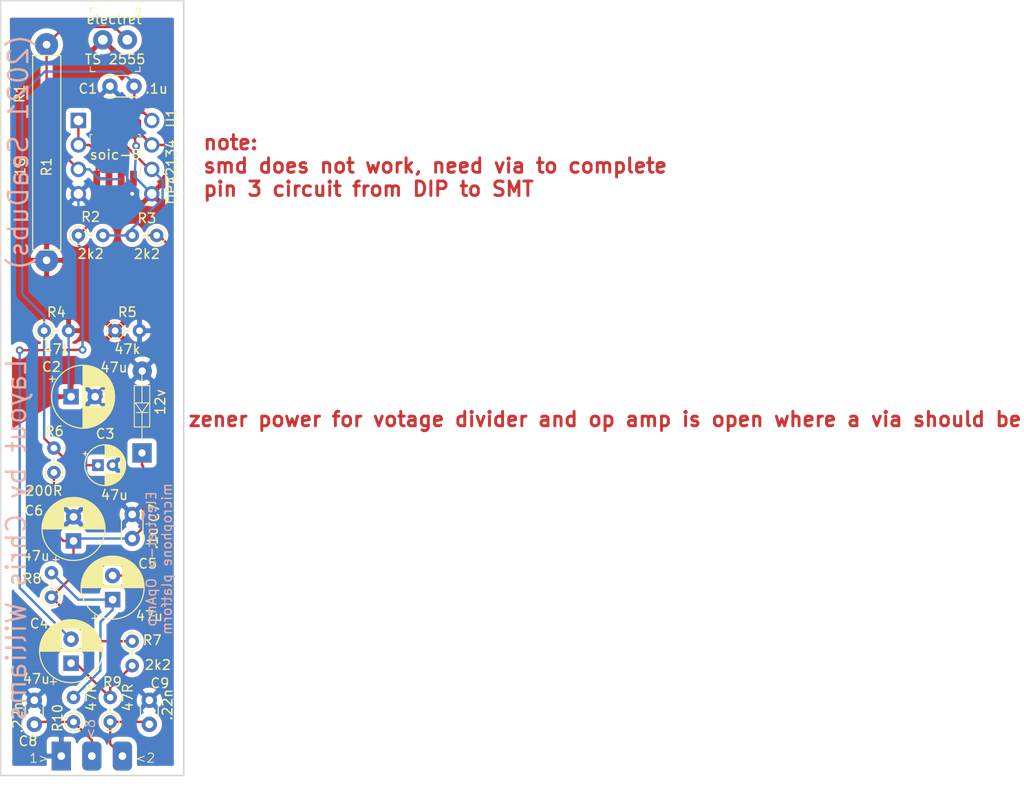
<source format=kicad_pcb>
(kicad_pcb (version 20171130) (host pcbnew "(5.1.5)-3")

  (general
    (thickness 1.6)
    (drawings 13)
    (tracks 117)
    (zones 0)
    (modules 24)
    (nets 13)
  )

  (page A4)
  (layers
    (0 F.Cu signal)
    (31 B.Cu signal)
    (32 B.Adhes user)
    (33 F.Adhes user)
    (34 B.Paste user)
    (35 F.Paste user)
    (36 B.SilkS user)
    (37 F.SilkS user)
    (38 B.Mask user)
    (39 F.Mask user)
    (40 Dwgs.User user)
    (41 Cmts.User user)
    (42 Eco1.User user)
    (43 Eco2.User user)
    (44 Edge.Cuts user)
    (45 Margin user)
    (46 B.CrtYd user)
    (47 F.CrtYd user)
    (48 B.Fab user)
    (49 F.Fab user)
  )

  (setup
    (last_trace_width 0.25)
    (trace_clearance 0.2)
    (zone_clearance 0.508)
    (zone_45_only no)
    (trace_min 0.2)
    (via_size 0.8)
    (via_drill 0.4)
    (via_min_size 0.4)
    (via_min_drill 0.3)
    (uvia_size 0.3)
    (uvia_drill 0.1)
    (uvias_allowed no)
    (uvia_min_size 0.2)
    (uvia_min_drill 0.1)
    (edge_width 0.05)
    (segment_width 0.2)
    (pcb_text_width 0.3)
    (pcb_text_size 1.5 1.5)
    (mod_edge_width 0.12)
    (mod_text_size 1 1)
    (mod_text_width 0.15)
    (pad_size 1.6 0.7)
    (pad_drill 0)
    (pad_to_mask_clearance 0.051)
    (solder_mask_min_width 0.25)
    (aux_axis_origin 0 0)
    (visible_elements 7FFFFFFF)
    (pcbplotparams
      (layerselection 0x010fc_ffffffff)
      (usegerberextensions false)
      (usegerberattributes false)
      (usegerberadvancedattributes false)
      (creategerberjobfile false)
      (excludeedgelayer true)
      (linewidth 0.100000)
      (plotframeref false)
      (viasonmask false)
      (mode 1)
      (useauxorigin false)
      (hpglpennumber 1)
      (hpglpenspeed 20)
      (hpglpendiameter 15.000000)
      (psnegative false)
      (psa4output false)
      (plotreference true)
      (plotvalue true)
      (plotinvisibletext false)
      (padsonsilk false)
      (subtractmaskfromsilk false)
      (outputformat 1)
      (mirror false)
      (drillshape 0)
      (scaleselection 1)
      (outputdirectory "gerber/"))
  )

  (net 0 "")
  (net 1 "Net-(C1-Pad2)")
  (net 2 Earth)
  (net 3 GND)
  (net 4 "Net-(C4-Pad2)")
  (net 5 "Net-(C4-Pad1)")
  (net 6 "Net-(C5-Pad1)")
  (net 7 "Net-(C5-Pad2)")
  (net 8 "Net-(C6-Pad1)")
  (net 9 "Net-(C8-Pad1)")
  (net 10 "Net-(C9-Pad1)")
  (net 11 "Net-(MK1-Pad2)")
  (net 12 "Net-(R2-Pad2)")

  (net_class Default "This is the default net class."
    (clearance 0.2)
    (trace_width 0.25)
    (via_dia 0.8)
    (via_drill 0.4)
    (uvia_dia 0.3)
    (uvia_drill 0.1)
    (add_net Earth)
    (add_net GND)
    (add_net "Net-(C1-Pad2)")
    (add_net "Net-(C4-Pad1)")
    (add_net "Net-(C4-Pad2)")
    (add_net "Net-(C5-Pad1)")
    (add_net "Net-(C5-Pad2)")
    (add_net "Net-(C6-Pad1)")
    (add_net "Net-(C8-Pad1)")
    (add_net "Net-(C9-Pad1)")
    (add_net "Net-(MK1-Pad2)")
    (add_net "Net-(R2-Pad2)")
  )

  (module Resistor_THT:R_Axial_Power_L20.0mm_W6.4mm_P22.40mm (layer F.Cu) (tedit 607EEB2F) (tstamp 607E9A92)
    (at 114.3 64.516 270)
    (descr "Resistor, Axial_Power series, Box, pin pitch=22.4mm, 4W, length*width*height=20*6.4*6.4mm^3, http://cdn-reichelt.de/documents/datenblatt/B400/5WAXIAL_9WAXIAL_11WAXIAL_17WAXIAL%23YAG.pdf")
    (tags "Resistor Axial_Power series Box pin pitch 22.4mm 4W length 20mm width 6.4mm height 6.4mm")
    (path /6081E6E0)
    (fp_text reference R1 (at 5.08 2.794 270) (layer F.SilkS)
      (effects (font (size 1 1) (thickness 0.15)))
    )
    (fp_text value 1G (at 12.7 2.72 270) (layer F.SilkS)
      (effects (font (size 1 1) (thickness 0.15)))
    )
    (fp_text user %R (at 12.7 0 270) (layer F.SilkS)
      (effects (font (size 1 1) (thickness 0.15)))
    )
    (fp_line (start 23.9268 -1.4986) (end -1.4478 -1.4224) (layer F.CrtYd) (width 0.05))
    (fp_line (start 23.9014 1.4478) (end 23.9014 -1.4732) (layer F.CrtYd) (width 0.05))
    (fp_line (start -1.4224 1.4478) (end 23.8776 1.4478) (layer F.CrtYd) (width 0.05))
    (fp_line (start -1.4478 -1.4224) (end -1.45 1.397) (layer F.CrtYd) (width 0.05))
    (fp_line (start 21.336 -1.4732) (end 21.32 1.44) (layer F.SilkS) (width 0.12))
    (fp_line (start 1.0668 1.4478) (end 21.3068 1.4478) (layer F.SilkS) (width 0.12))
    (fp_line (start 1.1176 -1.4224) (end 1.1176 1.397) (layer F.SilkS) (width 0.12))
    (fp_line (start 1.143 -1.4732) (end 21.383 -1.4732) (layer F.SilkS) (width 0.12))
    (fp_line (start 22.4 0) (end 21.2 0) (layer F.Fab) (width 0.1))
    (fp_line (start 0 0) (end 1.2 0) (layer F.Fab) (width 0.1))
    (fp_line (start 21.1938 -1.4732) (end 1.1938 -1.4732) (layer F.Fab) (width 0.1))
    (fp_line (start 21.209 1.4224) (end 21.2598 -1.4732) (layer F.Fab) (width 0.1))
    (fp_line (start 1.2 1.4732) (end 21.2 1.4732) (layer F.Fab) (width 0.1))
    (fp_line (start 1.2192 -1.4986) (end 1.2192 1.4224) (layer F.Fab) (width 0.1))
    (pad 2 thru_hole oval (at 22.4 0 270) (size 2.4 2.4) (drill 0.8) (layers *.Cu *.Mask)
      (net 3 GND))
    (pad 1 thru_hole circle (at 0 0 270) (size 2.4 2.4) (drill 0.8) (layers *.Cu *.Mask)
      (net 11 "Net-(MK1-Pad2)"))
    (model ${KISYS3DMOD}/Resistor_THT.3dshapes/R_Axial_Power_L20.0mm_W6.4mm_P22.40mm.wrl
      (at (xyz 0 0 0))
      (scale (xyz 1 1 1))
      (rotate (xyz 0 0 0))
    )
  )

  (module digikey:SOIC-8_W5.3mm (layer F.Cu) (tedit 607E41D8) (tstamp 607EF25B)
    (at 121.412 75.946 90)
    (descr http://ww1.microchip.com/downloads/en/DeviceDoc/Atmel-2586-AVR-8-bit-Microcontroller-ATtiny25-ATtiny45-ATtiny85_Datasheet-Summary.pdf)
    (fp_text reference soic-8 (at 0 0 180) (layer F.SilkS)
      (effects (font (size 1 1) (thickness 0.15)))
    )
    (fp_text value SOIC-8_W5.3mm (at 0 4.25 90) (layer F.Fab)
      (effects (font (size 1 1) (thickness 0.15)))
    )
    (fp_line (start -1.995 2.49) (end 1.995 2.49) (layer F.Fab) (width 0.1))
    (fp_line (start 1.995 2.49) (end 1.995 -2.49) (layer F.Fab) (width 0.1))
    (fp_line (start -2 -2.25) (end -1.75 -2.5) (layer F.Fab) (width 0.1))
    (fp_line (start 1.99 -2.5) (end -1.75 -2.5) (layer F.Fab) (width 0.1))
    (fp_line (start -2 2.49) (end -2 -2.25) (layer F.Fab) (width 0.1))
    (fp_text user %R (at 0 0 90) (layer F.Fab)
      (effects (font (size 0.7 0.7) (thickness 0.07)))
    )
    (fp_line (start -2.1 -2.32) (end -2.8 -2.32) (layer F.SilkS) (width 0.1))
    (fp_line (start -1.8 -2.62) (end -2.1 -2.32) (layer F.SilkS) (width 0.1))
    (fp_line (start 2.1 -2.6) (end 2.1 -2.4) (layer F.SilkS) (width 0.1))
    (fp_line (start 1.4 -2.6) (end 2.1 -2.6) (layer F.SilkS) (width 0.1))
    (fp_line (start 2.1 2.6) (end 1.5 2.6) (layer F.SilkS) (width 0.1))
    (fp_line (start 2.1 2.4) (end 2.1 2.6) (layer F.SilkS) (width 0.1))
    (fp_line (start -2.1 2.6) (end -1.4 2.6) (layer F.SilkS) (width 0.1))
    (fp_line (start -2.1 2.4) (end -2.1 2.6) (layer F.SilkS) (width 0.1))
    (fp_line (start -3.75 2.75) (end 3.5 2.75) (layer F.CrtYd) (width 0.05))
    (fp_line (start -3.75 -2.75) (end -3.75 2.75) (layer F.CrtYd) (width 0.05))
    (fp_line (start 3.5 -2.75) (end 3.5 2.75) (layer F.CrtYd) (width 0.05))
    (fp_line (start -3.75 -2.75) (end 3.5 -2.75) (layer F.CrtYd) (width 0.05))
    (pad 8 smd rect (at 2.465 -1.905 90) (size 1.6 0.7) (layers F.Cu F.Paste F.Mask)
      (net 1 "Net-(C1-Pad2)"))
    (pad 7 smd rect (at 2.465 -0.635 90) (size 1.6 0.7) (layers F.Cu F.Paste F.Mask)
      (net 7 "Net-(C5-Pad2)"))
    (pad 6 smd rect (at 2.465 0.635 90) (size 1.6 0.7) (layers F.Cu F.Paste F.Mask)
      (net 12 "Net-(R2-Pad2)"))
    (pad 5 smd rect (at 2.465 1.905 90) (size 1.6 0.7) (layers F.Cu F.Paste F.Mask)
      (net 3 GND))
    (pad 1 smd rect (at -2.465 -1.905 90) (size 1.6 0.7) (layers F.Cu F.Paste F.Mask)
      (net 4 "Net-(C4-Pad2)"))
    (pad 4 smd rect (at -2.465 1.905 90) (size 1.6 0.7) (layers F.Cu F.Paste F.Mask)
      (net 2 Earth))
    (pad 2 smd rect (at -2.465 -0.635 90) (size 1.6 0.7) (layers F.Cu F.Paste F.Mask)
      (net 4 "Net-(C4-Pad2)"))
    (pad 3 smd rect (at -2.465 0.635 90) (size 1.6 0.7) (layers F.Cu F.Paste F.Mask)
      (net 11 "Net-(MK1-Pad2)"))
  )

  (module digikey:Diode_DO-35_P10mm (layer F.Cu) (tedit 607E3D42) (tstamp 607E45B7)
    (at 124.206 106.934 90)
    (path /60848B80)
    (fp_text reference D1 (at 6 -3.6 90) (layer F.SilkS)
      (effects (font (size 1 1) (thickness 0.15)))
    )
    (fp_text value 12v (at 5.2832 1.905 90) (layer F.SilkS)
      (effects (font (size 1 1) (thickness 0.15)))
    )
    (fp_line (start 4.2 0) (end 4.2 0.6) (layer F.SilkS) (width 0.1))
    (fp_line (start 4.2 0) (end 4.2 -0.6) (layer F.SilkS) (width 0.1))
    (fp_line (start 4.2 0) (end 3.5 0) (layer F.SilkS) (width 0.1))
    (fp_line (start 7 0) (end 5.2 0) (layer F.SilkS) (width 0.1))
    (fp_line (start 5.2 -0.7) (end 5.2 0.7) (layer F.SilkS) (width 0.1))
    (fp_line (start 5.2 0.7) (end 4.2 0) (layer F.SilkS) (width 0.1))
    (fp_line (start 4.2 0) (end 5.2 -0.7) (layer F.SilkS) (width 0.1))
    (fp_line (start 3.5 0) (end 2.7 0) (layer F.SilkS) (width 0.1))
    (fp_text user %R (at 4.83 0.02 90) (layer F.Fab)
      (effects (font (size 1 1) (thickness 0.15)))
    )
    (fp_line (start 9.7536 1.25) (end -1.25 1.25) (layer F.CrtYd) (width 0.05))
    (fp_line (start 9.7536 -1.25) (end 9.7536 1.25) (layer F.CrtYd) (width 0.05))
    (fp_line (start 9.7536 -1.25) (end -1.25 -1.25) (layer F.CrtYd) (width 0.05))
    (fp_line (start -1.25 -1.25) (end -1.25 1.25) (layer F.CrtYd) (width 0.05))
    (fp_line (start 8.7 0) (end 7 0) (layer F.SilkS) (width 0.1))
    (fp_line (start 2.7 0) (end 2.7 0.8) (layer F.SilkS) (width 0.1))
    (fp_line (start 2.7 0.8) (end 7 0.8) (layer F.SilkS) (width 0.1))
    (fp_line (start 7 0.8) (end 7 0) (layer F.SilkS) (width 0.1))
    (fp_line (start 1.3 0) (end 2.7 0) (layer F.SilkS) (width 0.1))
    (fp_line (start 2.7 0) (end 2.7 -0.8) (layer F.SilkS) (width 0.1))
    (fp_line (start 2.7 -0.8) (end 7 -0.8) (layer F.SilkS) (width 0.1))
    (fp_line (start 7 -0.8) (end 7 0) (layer F.SilkS) (width 0.1))
    (pad 1 thru_hole rect (at 0 0 90) (size 2 2) (drill 0.76) (layers *.Cu *.Mask)
      (net 8 "Net-(C6-Pad1)"))
    (pad 2 thru_hole circle (at 8.509 0.0254 90) (size 2 2) (drill 0.76) (layers *.Cu *.Mask)
      (net 2 Earth))
  )

  (module Capacitor_THT:C_Disc_D3.0mm_W2.0mm_P2.50mm (layer F.Cu) (tedit 5AE50EF0) (tstamp 607E4169)
    (at 120.8786 68.834)
    (descr "C, Disc series, Radial, pin pitch=2.50mm, , diameter*width=3*2mm^2, Capacitor")
    (tags "C Disc series Radial pin pitch 2.50mm  diameter 3mm width 2mm Capacitor")
    (path /6082A8B2)
    (fp_text reference C1 (at -2.286 0.254) (layer F.SilkS)
      (effects (font (size 1 1) (thickness 0.15)))
    )
    (fp_text value .1u (at 4.826 0.254) (layer F.SilkS)
      (effects (font (size 1 1) (thickness 0.15)))
    )
    (fp_text user %R (at 1.25 0) (layer F.Fab)
      (effects (font (size 0.6 0.6) (thickness 0.09)))
    )
    (fp_line (start 3.55 -1.25) (end -1.05 -1.25) (layer F.CrtYd) (width 0.05))
    (fp_line (start 3.55 1.25) (end 3.55 -1.25) (layer F.CrtYd) (width 0.05))
    (fp_line (start -1.05 1.25) (end 3.55 1.25) (layer F.CrtYd) (width 0.05))
    (fp_line (start -1.05 -1.25) (end -1.05 1.25) (layer F.CrtYd) (width 0.05))
    (fp_line (start 2.87 1.055) (end 2.87 1.12) (layer F.SilkS) (width 0.12))
    (fp_line (start 2.87 -1.12) (end 2.87 -1.055) (layer F.SilkS) (width 0.12))
    (fp_line (start -0.37 1.055) (end -0.37 1.12) (layer F.SilkS) (width 0.12))
    (fp_line (start -0.37 -1.12) (end -0.37 -1.055) (layer F.SilkS) (width 0.12))
    (fp_line (start -0.37 1.12) (end 2.87 1.12) (layer F.SilkS) (width 0.12))
    (fp_line (start -0.37 -1.12) (end 2.87 -1.12) (layer F.SilkS) (width 0.12))
    (fp_line (start 2.75 -1) (end -0.25 -1) (layer F.Fab) (width 0.1))
    (fp_line (start 2.75 1) (end 2.75 -1) (layer F.Fab) (width 0.1))
    (fp_line (start -0.25 1) (end 2.75 1) (layer F.Fab) (width 0.1))
    (fp_line (start -0.25 -1) (end -0.25 1) (layer F.Fab) (width 0.1))
    (pad 2 thru_hole circle (at 2.5 0) (size 1.6 1.6) (drill 0.8) (layers *.Cu *.Mask)
      (net 1 "Net-(C1-Pad2)"))
    (pad 1 thru_hole circle (at 0 0) (size 1.6 1.6) (drill 0.8) (layers *.Cu *.Mask)
      (net 2 Earth))
    (model ${KISYS3DMOD}/Capacitor_THT.3dshapes/C_Disc_D3.0mm_W2.0mm_P2.50mm.wrl
      (at (xyz 0 0 0))
      (scale (xyz 1 1 1))
      (rotate (xyz 0 0 0))
    )
  )

  (module Capacitor_THT:C_Disc_D3.0mm_W2.0mm_P2.50mm (layer F.Cu) (tedit 5AE50EF0) (tstamp 607E457A)
    (at 123.19 115.824 90)
    (descr "C, Disc series, Radial, pin pitch=2.50mm, , diameter*width=3*2mm^2, Capacitor")
    (tags "C Disc series Radial pin pitch 2.50mm  diameter 3mm width 2mm Capacitor")
    (path /60821D46)
    (fp_text reference C7 (at 2.667 2.286 90) (layer F.SilkS)
      (effects (font (size 1 1) (thickness 0.15)))
    )
    (fp_text value .1u (at 0.0254 2.1336 90) (layer F.SilkS)
      (effects (font (size 1 1) (thickness 0.15)))
    )
    (fp_line (start -0.25 -1) (end -0.25 1) (layer F.Fab) (width 0.1))
    (fp_line (start -0.25 1) (end 2.75 1) (layer F.Fab) (width 0.1))
    (fp_line (start 2.75 1) (end 2.75 -1) (layer F.Fab) (width 0.1))
    (fp_line (start 2.75 -1) (end -0.25 -1) (layer F.Fab) (width 0.1))
    (fp_line (start -0.37 -1.12) (end 2.87 -1.12) (layer F.SilkS) (width 0.12))
    (fp_line (start -0.37 1.12) (end 2.87 1.12) (layer F.SilkS) (width 0.12))
    (fp_line (start -0.37 -1.12) (end -0.37 -1.055) (layer F.SilkS) (width 0.12))
    (fp_line (start -0.37 1.055) (end -0.37 1.12) (layer F.SilkS) (width 0.12))
    (fp_line (start 2.87 -1.12) (end 2.87 -1.055) (layer F.SilkS) (width 0.12))
    (fp_line (start 2.87 1.055) (end 2.87 1.12) (layer F.SilkS) (width 0.12))
    (fp_line (start -1.05 -1.25) (end -1.05 1.25) (layer F.CrtYd) (width 0.05))
    (fp_line (start -1.05 1.25) (end 3.55 1.25) (layer F.CrtYd) (width 0.05))
    (fp_line (start 3.55 1.25) (end 3.55 -1.25) (layer F.CrtYd) (width 0.05))
    (fp_line (start 3.55 -1.25) (end -1.05 -1.25) (layer F.CrtYd) (width 0.05))
    (fp_text user %R (at 1.25 0 90) (layer F.Fab)
      (effects (font (size 0.6 0.6) (thickness 0.09)))
    )
    (pad 1 thru_hole circle (at 0 0 90) (size 1.6 1.6) (drill 0.8) (layers *.Cu *.Mask)
      (net 8 "Net-(C6-Pad1)"))
    (pad 2 thru_hole circle (at 2.5 0 90) (size 1.6 1.6) (drill 0.8) (layers *.Cu *.Mask)
      (net 2 Earth))
    (model ${KISYS3DMOD}/Capacitor_THT.3dshapes/C_Disc_D3.0mm_W2.0mm_P2.50mm.wrl
      (at (xyz 0 0 0))
      (scale (xyz 1 1 1))
      (rotate (xyz 0 0 0))
    )
  )

  (module Capacitor_THT:C_Disc_D3.0mm_W1.6mm_P2.50mm (layer F.Cu) (tedit 5AE50EF0) (tstamp 607E458B)
    (at 113.03 135.128 90)
    (descr "C, Disc series, Radial, pin pitch=2.50mm, , diameter*width=3.0*1.6mm^2, Capacitor, http://www.vishay.com/docs/45233/krseries.pdf")
    (tags "C Disc series Radial pin pitch 2.50mm  diameter 3.0mm width 1.6mm Capacitor")
    (path /608224FE)
    (fp_text reference C8 (at -1.7526 -0.6604 180) (layer F.SilkS)
      (effects (font (size 1 1) (thickness 0.15)))
    )
    (fp_text value .22n (at 0.7112 -1.7272 90) (layer F.SilkS)
      (effects (font (size 1 1) (thickness 0.15)))
    )
    (fp_line (start -0.25 -0.8) (end -0.25 0.8) (layer F.Fab) (width 0.1))
    (fp_line (start -0.25 0.8) (end 2.75 0.8) (layer F.Fab) (width 0.1))
    (fp_line (start 2.75 0.8) (end 2.75 -0.8) (layer F.Fab) (width 0.1))
    (fp_line (start 2.75 -0.8) (end -0.25 -0.8) (layer F.Fab) (width 0.1))
    (fp_line (start 0.621 -0.92) (end 1.879 -0.92) (layer F.SilkS) (width 0.12))
    (fp_line (start 0.621 0.92) (end 1.879 0.92) (layer F.SilkS) (width 0.12))
    (fp_line (start -1.05 -1.05) (end -1.05 1.05) (layer F.CrtYd) (width 0.05))
    (fp_line (start -1.05 1.05) (end 3.55 1.05) (layer F.CrtYd) (width 0.05))
    (fp_line (start 3.55 1.05) (end 3.55 -1.05) (layer F.CrtYd) (width 0.05))
    (fp_line (start 3.55 -1.05) (end -1.05 -1.05) (layer F.CrtYd) (width 0.05))
    (fp_text user %R (at 1.25 0 90) (layer F.Fab)
      (effects (font (size 0.6 0.6) (thickness 0.09)))
    )
    (pad 1 thru_hole circle (at 0 0 90) (size 1.6 1.6) (drill 0.8) (layers *.Cu *.Mask)
      (net 9 "Net-(C8-Pad1)"))
    (pad 2 thru_hole circle (at 2.5 0 90) (size 1.6 1.6) (drill 0.8) (layers *.Cu *.Mask)
      (net 2 Earth))
    (model ${KISYS3DMOD}/Capacitor_THT.3dshapes/C_Disc_D3.0mm_W1.6mm_P2.50mm.wrl
      (at (xyz 0 0 0))
      (scale (xyz 1 1 1))
      (rotate (xyz 0 0 0))
    )
  )

  (module Capacitor_THT:C_Disc_D3.0mm_W1.6mm_P2.50mm (layer F.Cu) (tedit 5AE50EF0) (tstamp 607E459C)
    (at 124.968 135.128 90)
    (descr "C, Disc series, Radial, pin pitch=2.50mm, , diameter*width=3.0*1.6mm^2, Capacitor, http://www.vishay.com/docs/45233/krseries.pdf")
    (tags "C Disc series Radial pin pitch 2.50mm  diameter 3.0mm width 1.6mm Capacitor")
    (path /60822A0F)
    (fp_text reference C9 (at 4.2672 1.0922 180) (layer F.SilkS)
      (effects (font (size 1 1) (thickness 0.15)))
    )
    (fp_text value .22n (at 2.032 1.8796 90) (layer F.SilkS)
      (effects (font (size 1 1) (thickness 0.15)))
    )
    (fp_text user %R (at 1.25 0 90) (layer F.Fab)
      (effects (font (size 0.6 0.6) (thickness 0.09)))
    )
    (fp_line (start 3.55 -1.05) (end -1.05 -1.05) (layer F.CrtYd) (width 0.05))
    (fp_line (start 3.55 1.05) (end 3.55 -1.05) (layer F.CrtYd) (width 0.05))
    (fp_line (start -1.05 1.05) (end 3.55 1.05) (layer F.CrtYd) (width 0.05))
    (fp_line (start -1.05 -1.05) (end -1.05 1.05) (layer F.CrtYd) (width 0.05))
    (fp_line (start 0.621 0.92) (end 1.879 0.92) (layer F.SilkS) (width 0.12))
    (fp_line (start 0.621 -0.92) (end 1.879 -0.92) (layer F.SilkS) (width 0.12))
    (fp_line (start 2.75 -0.8) (end -0.25 -0.8) (layer F.Fab) (width 0.1))
    (fp_line (start 2.75 0.8) (end 2.75 -0.8) (layer F.Fab) (width 0.1))
    (fp_line (start -0.25 0.8) (end 2.75 0.8) (layer F.Fab) (width 0.1))
    (fp_line (start -0.25 -0.8) (end -0.25 0.8) (layer F.Fab) (width 0.1))
    (pad 2 thru_hole circle (at 2.5 0 90) (size 1.6 1.6) (drill 0.8) (layers *.Cu *.Mask)
      (net 2 Earth))
    (pad 1 thru_hole circle (at 0 0 90) (size 1.6 1.6) (drill 0.8) (layers *.Cu *.Mask)
      (net 10 "Net-(C9-Pad1)"))
    (model ${KISYS3DMOD}/Capacitor_THT.3dshapes/C_Disc_D3.0mm_W1.6mm_P2.50mm.wrl
      (at (xyz 0 0 0))
      (scale (xyz 1 1 1))
      (rotate (xyz 0 0 0))
    )
  )

  (module "opAmp Mic:SolderWirePad_3x_0-8mmDrill" (layer F.Cu) (tedit 607E215E) (tstamp 607E45BF)
    (at 118.999 138.43)
    (path /60850294)
    (fp_text reference J1 (at 0 0) (layer F.SilkS) hide
      (effects (font (size 1.27 1.27) (thickness 0.15)))
    )
    (fp_text value XLR3 (at 0 0) (layer F.SilkS) hide
      (effects (font (size 1.27 1.27) (thickness 0.15)))
    )
    (fp_text user "" (at 0 3.81) (layer F.SilkS)
      (effects (font (size 0.9652 0.9652) (thickness 0.07112)) (justify right top))
    )
    (pad 2 thru_hole roundrect (at 3.175 0) (size 1.99898 3) (drill 0.8001) (layers *.Cu *.Mask) (roundrect_rratio 0.25)
      (net 10 "Net-(C9-Pad1)"))
    (pad 3 thru_hole roundrect (at 0 0) (size 1.99898 3) (drill 0.8001) (layers *.Cu *.Mask) (roundrect_rratio 0.25)
      (net 9 "Net-(C8-Pad1)"))
    (pad 1 thru_hole rect (at -3.175 0) (size 1.99898 3) (drill 0.8001) (layers *.Cu *.Mask)
      (net 2 Earth))
  )

  (module digikey:PinHeader_1x2_P2.54mm_Drill1.02mm (layer F.Cu) (tedit 5A4BC55F) (tstamp 607E45D6)
    (at 120.142 64.008)
    (descr http://www.molex.com/pdm_docs/sd/022232031_sd.pdf)
    (path /60823696)
    (fp_text reference "TS 2555" (at 1.27 2.032) (layer F.SilkS)
      (effects (font (size 1 1) (thickness 0.15)))
    )
    (fp_text value electret (at 1.1684 -2.1336) (layer F.SilkS)
      (effects (font (size 1 1) (thickness 0.15)))
    )
    (fp_line (start 3.98 3.42) (end -1.45 3.42) (layer F.CrtYd) (width 0.05))
    (fp_line (start -1.45 -3.42) (end -1.45 3.42) (layer F.CrtYd) (width 0.05))
    (fp_line (start 3.98 -3.42) (end 3.98 3.42) (layer F.CrtYd) (width 0.05))
    (fp_line (start 3.98 -3.42) (end -1.45 -3.42) (layer F.CrtYd) (width 0.05))
    (fp_line (start 3.84 -3.28) (end 3.84 -2.78) (layer F.SilkS) (width 0.1))
    (fp_line (start 3.84 -3.28) (end 3.34 -3.28) (layer F.SilkS) (width 0.1))
    (fp_line (start -1.3 -3.3) (end -1.3 -2.8) (layer F.SilkS) (width 0.1))
    (fp_line (start -1.3 -3.3) (end -0.8 -3.3) (layer F.SilkS) (width 0.1))
    (fp_line (start -1.3 3.3) (end -1.3 2.8) (layer F.SilkS) (width 0.1))
    (fp_line (start -1.3 3.3) (end -0.8 3.3) (layer F.SilkS) (width 0.1))
    (fp_line (start 3.85 3.29) (end 3.85 2.79) (layer F.SilkS) (width 0.1))
    (fp_line (start 3.85 3.29) (end 3.35 3.29) (layer F.SilkS) (width 0.1))
    (fp_line (start -1.2 3.17) (end 3.73 3.17) (layer F.Fab) (width 0.1))
    (fp_line (start 3.73 -3.17) (end 3.73 3.17) (layer F.Fab) (width 0.1))
    (fp_line (start -1.2 -3.17) (end -1.2 3.17) (layer F.Fab) (width 0.1))
    (fp_line (start -1.2 -3.17) (end 3.73 -3.17) (layer F.Fab) (width 0.1))
    (pad 1 thru_hole circle (at 0 0) (size 2.02 2.02) (drill 1.02) (layers *.Cu *.Mask)
      (net 3 GND))
    (pad 2 thru_hole circle (at 2.54 0) (size 2.02 2.02) (drill 1.02) (layers *.Cu *.Mask)
      (net 11 "Net-(MK1-Pad2)"))
  )

  (module Resistor_THT:R_Axial_DIN0204_L3.6mm_D1.6mm_P2.54mm_Vertical (layer F.Cu) (tedit 5AE5139B) (tstamp 607E45FC)
    (at 117.602 84.328)
    (descr "Resistor, Axial_DIN0204 series, Axial, Vertical, pin pitch=2.54mm, 0.167W, length*diameter=3.6*1.6mm^2, http://cdn-reichelt.de/documents/datenblatt/B400/1_4W%23YAG.pdf")
    (tags "Resistor Axial_DIN0204 series Axial Vertical pin pitch 2.54mm 0.167W length 3.6mm diameter 1.6mm")
    (path /6081F716)
    (fp_text reference R2 (at 1.27 -1.92) (layer F.SilkS)
      (effects (font (size 1 1) (thickness 0.15)))
    )
    (fp_text value 2k2 (at 1.27 1.92) (layer F.SilkS)
      (effects (font (size 1 1) (thickness 0.15)))
    )
    (fp_text user %R (at 1.27 -1.92) (layer F.Fab)
      (effects (font (size 1 1) (thickness 0.15)))
    )
    (fp_line (start 3.49 -1.05) (end -1.05 -1.05) (layer F.CrtYd) (width 0.05))
    (fp_line (start 3.49 1.05) (end 3.49 -1.05) (layer F.CrtYd) (width 0.05))
    (fp_line (start -1.05 1.05) (end 3.49 1.05) (layer F.CrtYd) (width 0.05))
    (fp_line (start -1.05 -1.05) (end -1.05 1.05) (layer F.CrtYd) (width 0.05))
    (fp_line (start 0.92 0) (end 1.54 0) (layer F.SilkS) (width 0.12))
    (fp_line (start 0 0) (end 2.54 0) (layer F.Fab) (width 0.1))
    (fp_circle (center 0 0) (end 0.92 0) (layer F.SilkS) (width 0.12))
    (fp_circle (center 0 0) (end 0.8 0) (layer F.Fab) (width 0.1))
    (pad 2 thru_hole oval (at 2.54 0) (size 1.4 1.4) (drill 0.7) (layers *.Cu *.Mask)
      (net 12 "Net-(R2-Pad2)"))
    (pad 1 thru_hole circle (at 0 0) (size 1.4 1.4) (drill 0.7) (layers *.Cu *.Mask)
      (net 4 "Net-(C4-Pad2)"))
    (model ${KISYS3DMOD}/Resistor_THT.3dshapes/R_Axial_DIN0204_L3.6mm_D1.6mm_P2.54mm_Vertical.wrl
      (at (xyz 0 0 0))
      (scale (xyz 1 1 1))
      (rotate (xyz 0 0 0))
    )
  )

  (module Resistor_THT:R_Axial_DIN0204_L3.6mm_D1.6mm_P2.54mm_Vertical (layer F.Cu) (tedit 5AE5139B) (tstamp 607E460B)
    (at 125.73 84.328 180)
    (descr "Resistor, Axial_DIN0204 series, Axial, Vertical, pin pitch=2.54mm, 0.167W, length*diameter=3.6*1.6mm^2, http://cdn-reichelt.de/documents/datenblatt/B400/1_4W%23YAG.pdf")
    (tags "Resistor Axial_DIN0204 series Axial Vertical pin pitch 2.54mm 0.167W length 3.6mm diameter 1.6mm")
    (path /60820D72)
    (fp_text reference R3 (at 1.016 1.778) (layer F.SilkS)
      (effects (font (size 1 1) (thickness 0.15)))
    )
    (fp_text value 2k2 (at 1.016 -1.9304) (layer F.SilkS)
      (effects (font (size 1 1) (thickness 0.15)))
    )
    (fp_circle (center 0 0) (end 0.8 0) (layer F.Fab) (width 0.1))
    (fp_circle (center 0 0) (end 0.92 0) (layer F.SilkS) (width 0.12))
    (fp_line (start 0 0) (end 2.54 0) (layer F.Fab) (width 0.1))
    (fp_line (start 0.92 0) (end 1.54 0) (layer F.SilkS) (width 0.12))
    (fp_line (start -1.05 -1.05) (end -1.05 1.05) (layer F.CrtYd) (width 0.05))
    (fp_line (start -1.05 1.05) (end 3.49 1.05) (layer F.CrtYd) (width 0.05))
    (fp_line (start 3.49 1.05) (end 3.49 -1.05) (layer F.CrtYd) (width 0.05))
    (fp_line (start 3.49 -1.05) (end -1.05 -1.05) (layer F.CrtYd) (width 0.05))
    (fp_text user %R (at 1.016 1.778) (layer F.Fab)
      (effects (font (size 1 1) (thickness 0.15)))
    )
    (pad 1 thru_hole circle (at 0 0 180) (size 1.4 1.4) (drill 0.7) (layers *.Cu *.Mask)
      (net 7 "Net-(C5-Pad2)"))
    (pad 2 thru_hole oval (at 2.54 0 180) (size 1.4 1.4) (drill 0.7) (layers *.Cu *.Mask)
      (net 12 "Net-(R2-Pad2)"))
    (model ${KISYS3DMOD}/Resistor_THT.3dshapes/R_Axial_DIN0204_L3.6mm_D1.6mm_P2.54mm_Vertical.wrl
      (at (xyz 0 0 0))
      (scale (xyz 1 1 1))
      (rotate (xyz 0 0 0))
    )
  )

  (module Resistor_THT:R_Axial_DIN0204_L3.6mm_D1.6mm_P2.54mm_Vertical (layer F.Cu) (tedit 5AE5139B) (tstamp 607E461A)
    (at 114.046 94.234)
    (descr "Resistor, Axial_DIN0204 series, Axial, Vertical, pin pitch=2.54mm, 0.167W, length*diameter=3.6*1.6mm^2, http://cdn-reichelt.de/documents/datenblatt/B400/1_4W%23YAG.pdf")
    (tags "Resistor Axial_DIN0204 series Axial Vertical pin pitch 2.54mm 0.167W length 3.6mm diameter 1.6mm")
    (path /6081E98D)
    (fp_text reference R4 (at 1.27 -1.92) (layer F.SilkS)
      (effects (font (size 1 1) (thickness 0.15)))
    )
    (fp_text value 47k (at 1.27 1.92) (layer F.SilkS)
      (effects (font (size 1 1) (thickness 0.15)))
    )
    (fp_text user %R (at 1.27 -1.92) (layer F.Fab)
      (effects (font (size 1 1) (thickness 0.15)))
    )
    (fp_line (start 3.49 -1.05) (end -1.05 -1.05) (layer F.CrtYd) (width 0.05))
    (fp_line (start 3.49 1.05) (end 3.49 -1.05) (layer F.CrtYd) (width 0.05))
    (fp_line (start -1.05 1.05) (end 3.49 1.05) (layer F.CrtYd) (width 0.05))
    (fp_line (start -1.05 -1.05) (end -1.05 1.05) (layer F.CrtYd) (width 0.05))
    (fp_line (start 0.92 0) (end 1.54 0) (layer F.SilkS) (width 0.12))
    (fp_line (start 0 0) (end 2.54 0) (layer F.Fab) (width 0.1))
    (fp_circle (center 0 0) (end 0.92 0) (layer F.SilkS) (width 0.12))
    (fp_circle (center 0 0) (end 0.8 0) (layer F.Fab) (width 0.1))
    (pad 2 thru_hole oval (at 2.54 0) (size 1.4 1.4) (drill 0.7) (layers *.Cu *.Mask)
      (net 3 GND))
    (pad 1 thru_hole circle (at 0 0) (size 1.4 1.4) (drill 0.7) (layers *.Cu *.Mask)
      (net 1 "Net-(C1-Pad2)"))
    (model ${KISYS3DMOD}/Resistor_THT.3dshapes/R_Axial_DIN0204_L3.6mm_D1.6mm_P2.54mm_Vertical.wrl
      (at (xyz 0 0 0))
      (scale (xyz 1 1 1))
      (rotate (xyz 0 0 0))
    )
  )

  (module Resistor_THT:R_Axial_DIN0204_L3.6mm_D1.6mm_P2.54mm_Vertical (layer F.Cu) (tedit 5AE5139B) (tstamp 607E4629)
    (at 121.412 94.234)
    (descr "Resistor, Axial_DIN0204 series, Axial, Vertical, pin pitch=2.54mm, 0.167W, length*diameter=3.6*1.6mm^2, http://cdn-reichelt.de/documents/datenblatt/B400/1_4W%23YAG.pdf")
    (tags "Resistor Axial_DIN0204 series Axial Vertical pin pitch 2.54mm 0.167W length 3.6mm diameter 1.6mm")
    (path /6081EE7B)
    (fp_text reference R5 (at 1.27 -1.92) (layer F.SilkS)
      (effects (font (size 1 1) (thickness 0.15)))
    )
    (fp_text value 47k (at 1.27 1.92) (layer F.SilkS)
      (effects (font (size 1 1) (thickness 0.15)))
    )
    (fp_circle (center 0 0) (end 0.8 0) (layer F.Fab) (width 0.1))
    (fp_circle (center 0 0) (end 0.92 0) (layer F.SilkS) (width 0.12))
    (fp_line (start 0 0) (end 2.54 0) (layer F.Fab) (width 0.1))
    (fp_line (start 0.92 0) (end 1.54 0) (layer F.SilkS) (width 0.12))
    (fp_line (start -1.05 -1.05) (end -1.05 1.05) (layer F.CrtYd) (width 0.05))
    (fp_line (start -1.05 1.05) (end 3.49 1.05) (layer F.CrtYd) (width 0.05))
    (fp_line (start 3.49 1.05) (end 3.49 -1.05) (layer F.CrtYd) (width 0.05))
    (fp_line (start 3.49 -1.05) (end -1.05 -1.05) (layer F.CrtYd) (width 0.05))
    (fp_text user %R (at 1.27 -1.92) (layer F.Fab)
      (effects (font (size 1 1) (thickness 0.15)))
    )
    (pad 1 thru_hole circle (at 0 0) (size 1.4 1.4) (drill 0.7) (layers *.Cu *.Mask)
      (net 3 GND))
    (pad 2 thru_hole oval (at 2.54 0) (size 1.4 1.4) (drill 0.7) (layers *.Cu *.Mask)
      (net 2 Earth))
    (model ${KISYS3DMOD}/Resistor_THT.3dshapes/R_Axial_DIN0204_L3.6mm_D1.6mm_P2.54mm_Vertical.wrl
      (at (xyz 0 0 0))
      (scale (xyz 1 1 1))
      (rotate (xyz 0 0 0))
    )
  )

  (module Resistor_THT:R_Axial_DIN0204_L3.6mm_D1.6mm_P2.54mm_Vertical (layer F.Cu) (tedit 5AE5139B) (tstamp 607E4638)
    (at 115.062 108.966 90)
    (descr "Resistor, Axial_DIN0204 series, Axial, Vertical, pin pitch=2.54mm, 0.167W, length*diameter=3.6*1.6mm^2, http://cdn-reichelt.de/documents/datenblatt/B400/1_4W%23YAG.pdf")
    (tags "Resistor Axial_DIN0204 series Axial Vertical pin pitch 2.54mm 0.167W length 3.6mm diameter 1.6mm")
    (path /6081F167)
    (fp_text reference R6 (at 4.2926 0.0508 180) (layer F.SilkS)
      (effects (font (size 1 1) (thickness 0.15)))
    )
    (fp_text value 200R (at -1.905 -1.0414 180) (layer F.SilkS)
      (effects (font (size 1 1) (thickness 0.15)))
    )
    (fp_circle (center 0 0) (end 0.8 0) (layer F.Fab) (width 0.1))
    (fp_circle (center 0 0) (end 0.92 0) (layer F.SilkS) (width 0.12))
    (fp_line (start 0 0) (end 2.54 0) (layer F.Fab) (width 0.1))
    (fp_line (start 0.92 0) (end 1.54 0) (layer F.SilkS) (width 0.12))
    (fp_line (start -1.05 -1.05) (end -1.05 1.05) (layer F.CrtYd) (width 0.05))
    (fp_line (start -1.05 1.05) (end 3.49 1.05) (layer F.CrtYd) (width 0.05))
    (fp_line (start 3.49 1.05) (end 3.49 -1.05) (layer F.CrtYd) (width 0.05))
    (fp_line (start 3.49 -1.05) (end -1.05 -1.05) (layer F.CrtYd) (width 0.05))
    (fp_text user %R (at 4.2926 0.0254 180) (layer F.Fab)
      (effects (font (size 1 1) (thickness 0.15)))
    )
    (pad 1 thru_hole circle (at 0 0 90) (size 1.4 1.4) (drill 0.7) (layers *.Cu *.Mask)
      (net 8 "Net-(C6-Pad1)"))
    (pad 2 thru_hole oval (at 2.54 0 90) (size 1.4 1.4) (drill 0.7) (layers *.Cu *.Mask)
      (net 1 "Net-(C1-Pad2)"))
    (model ${KISYS3DMOD}/Resistor_THT.3dshapes/R_Axial_DIN0204_L3.6mm_D1.6mm_P2.54mm_Vertical.wrl
      (at (xyz 0 0 0))
      (scale (xyz 1 1 1))
      (rotate (xyz 0 0 0))
    )
  )

  (module Resistor_THT:R_Axial_DIN0204_L3.6mm_D1.6mm_P2.54mm_Vertical (layer F.Cu) (tedit 5AE5139B) (tstamp 607E4647)
    (at 123.19 126.492 270)
    (descr "Resistor, Axial_DIN0204 series, Axial, Vertical, pin pitch=2.54mm, 0.167W, length*diameter=3.6*1.6mm^2, http://cdn-reichelt.de/documents/datenblatt/B400/1_4W%23YAG.pdf")
    (tags "Resistor Axial_DIN0204 series Axial Vertical pin pitch 2.54mm 0.167W length 3.6mm diameter 1.6mm")
    (path /60820FA9)
    (fp_text reference R7 (at -0.1016 -2.0828 180) (layer F.SilkS)
      (effects (font (size 1 1) (thickness 0.15)))
    )
    (fp_text value 2k2 (at 2.4638 -2.667 180) (layer F.SilkS)
      (effects (font (size 1 1) (thickness 0.15)))
    )
    (fp_text user %R (at -0.1016 -2.0828 180) (layer F.Fab)
      (effects (font (size 1 1) (thickness 0.15)))
    )
    (fp_line (start 3.49 -1.05) (end -1.05 -1.05) (layer F.CrtYd) (width 0.05))
    (fp_line (start 3.49 1.05) (end 3.49 -1.05) (layer F.CrtYd) (width 0.05))
    (fp_line (start -1.05 1.05) (end 3.49 1.05) (layer F.CrtYd) (width 0.05))
    (fp_line (start -1.05 -1.05) (end -1.05 1.05) (layer F.CrtYd) (width 0.05))
    (fp_line (start 0.92 0) (end 1.54 0) (layer F.SilkS) (width 0.12))
    (fp_line (start 0 0) (end 2.54 0) (layer F.Fab) (width 0.1))
    (fp_circle (center 0 0) (end 0.92 0) (layer F.SilkS) (width 0.12))
    (fp_circle (center 0 0) (end 0.8 0) (layer F.Fab) (width 0.1))
    (pad 2 thru_hole oval (at 2.54 0 270) (size 1.4 1.4) (drill 0.7) (layers *.Cu *.Mask)
      (net 5 "Net-(C4-Pad1)"))
    (pad 1 thru_hole circle (at 0 0 270) (size 1.4 1.4) (drill 0.7) (layers *.Cu *.Mask)
      (net 8 "Net-(C6-Pad1)"))
    (model ${KISYS3DMOD}/Resistor_THT.3dshapes/R_Axial_DIN0204_L3.6mm_D1.6mm_P2.54mm_Vertical.wrl
      (at (xyz 0 0 0))
      (scale (xyz 1 1 1))
      (rotate (xyz 0 0 0))
    )
  )

  (module Resistor_THT:R_Axial_DIN0204_L3.6mm_D1.6mm_P2.54mm_Vertical (layer F.Cu) (tedit 5AE5139B) (tstamp 607E4656)
    (at 114.808 121.92 90)
    (descr "Resistor, Axial_DIN0204 series, Axial, Vertical, pin pitch=2.54mm, 0.167W, length*diameter=3.6*1.6mm^2, http://cdn-reichelt.de/documents/datenblatt/B400/1_4W%23YAG.pdf")
    (tags "Resistor Axial_DIN0204 series Axial Vertical pin pitch 2.54mm 0.167W length 3.6mm diameter 1.6mm")
    (path /608214F3)
    (fp_text reference R8 (at 1.9304 -2.0066 180) (layer F.SilkS)
      (effects (font (size 1 1) (thickness 0.15)))
    )
    (fp_text value 2k2 (at -0.7112 -2.3622 180) (layer F.Fab)
      (effects (font (size 1 1) (thickness 0.15)))
    )
    (fp_circle (center 0 0) (end 0.8 0) (layer F.Fab) (width 0.1))
    (fp_circle (center 0 0) (end 0.92 0) (layer F.SilkS) (width 0.12))
    (fp_line (start 0 0) (end 2.54 0) (layer F.Fab) (width 0.1))
    (fp_line (start 0.92 0) (end 1.54 0) (layer F.SilkS) (width 0.12))
    (fp_line (start -1.05 -1.05) (end -1.05 1.05) (layer F.CrtYd) (width 0.05))
    (fp_line (start -1.05 1.05) (end 3.49 1.05) (layer F.CrtYd) (width 0.05))
    (fp_line (start 3.49 1.05) (end 3.49 -1.05) (layer F.CrtYd) (width 0.05))
    (fp_line (start 3.49 -1.05) (end -1.05 -1.05) (layer F.CrtYd) (width 0.05))
    (fp_text user %R (at 1.8796 -1.9558 180) (layer F.Fab)
      (effects (font (size 1 1) (thickness 0.15)))
    )
    (pad 1 thru_hole circle (at 0 0 90) (size 1.4 1.4) (drill 0.7) (layers *.Cu *.Mask)
      (net 8 "Net-(C6-Pad1)"))
    (pad 2 thru_hole oval (at 2.54 0 90) (size 1.4 1.4) (drill 0.7) (layers *.Cu *.Mask)
      (net 6 "Net-(C5-Pad1)"))
    (model ${KISYS3DMOD}/Resistor_THT.3dshapes/R_Axial_DIN0204_L3.6mm_D1.6mm_P2.54mm_Vertical.wrl
      (at (xyz 0 0 0))
      (scale (xyz 1 1 1))
      (rotate (xyz 0 0 0))
    )
  )

  (module Resistor_THT:R_Axial_DIN0204_L3.6mm_D1.6mm_P2.54mm_Vertical (layer F.Cu) (tedit 5AE5139B) (tstamp 607E4665)
    (at 120.904 134.874 90)
    (descr "Resistor, Axial_DIN0204 series, Axial, Vertical, pin pitch=2.54mm, 0.167W, length*diameter=3.6*1.6mm^2, http://cdn-reichelt.de/documents/datenblatt/B400/1_4W%23YAG.pdf")
    (tags "Resistor Axial_DIN0204 series Axial Vertical pin pitch 2.54mm 0.167W length 3.6mm diameter 1.6mm")
    (path /6082172F)
    (fp_text reference R9 (at 4.1402 0.2286 180) (layer F.SilkS)
      (effects (font (size 1 1) (thickness 0.15)))
    )
    (fp_text value 47R (at 2.54 1.8288 90) (layer F.SilkS)
      (effects (font (size 1 1) (thickness 0.15)))
    )
    (fp_text user %R (at 4.1402 0.254 180) (layer F.Fab)
      (effects (font (size 1 1) (thickness 0.15)))
    )
    (fp_line (start 3.49 -1.05) (end -1.05 -1.05) (layer F.CrtYd) (width 0.05))
    (fp_line (start 3.49 1.05) (end 3.49 -1.05) (layer F.CrtYd) (width 0.05))
    (fp_line (start -1.05 1.05) (end 3.49 1.05) (layer F.CrtYd) (width 0.05))
    (fp_line (start -1.05 -1.05) (end -1.05 1.05) (layer F.CrtYd) (width 0.05))
    (fp_line (start 0.92 0) (end 1.54 0) (layer F.SilkS) (width 0.12))
    (fp_line (start 0 0) (end 2.54 0) (layer F.Fab) (width 0.1))
    (fp_circle (center 0 0) (end 0.92 0) (layer F.SilkS) (width 0.12))
    (fp_circle (center 0 0) (end 0.8 0) (layer F.Fab) (width 0.1))
    (pad 2 thru_hole oval (at 2.54 0 90) (size 1.4 1.4) (drill 0.7) (layers *.Cu *.Mask)
      (net 5 "Net-(C4-Pad1)"))
    (pad 1 thru_hole circle (at 0 0 90) (size 1.4 1.4) (drill 0.7) (layers *.Cu *.Mask)
      (net 10 "Net-(C9-Pad1)"))
    (model ${KISYS3DMOD}/Resistor_THT.3dshapes/R_Axial_DIN0204_L3.6mm_D1.6mm_P2.54mm_Vertical.wrl
      (at (xyz 0 0 0))
      (scale (xyz 1 1 1))
      (rotate (xyz 0 0 0))
    )
  )

  (module Resistor_THT:R_Axial_DIN0204_L3.6mm_D1.6mm_P2.54mm_Vertical (layer F.Cu) (tedit 5AE5139B) (tstamp 607E4674)
    (at 117.094 134.874 90)
    (descr "Resistor, Axial_DIN0204 series, Axial, Vertical, pin pitch=2.54mm, 0.167W, length*diameter=3.6*1.6mm^2, http://cdn-reichelt.de/documents/datenblatt/B400/1_4W%23YAG.pdf")
    (tags "Resistor Axial_DIN0204 series Axial Vertical pin pitch 2.54mm 0.167W length 3.6mm diameter 1.6mm")
    (path /60821A4D)
    (fp_text reference R10 (at 0.4064 -1.651 90) (layer F.SilkS)
      (effects (font (size 1 1) (thickness 0.15)))
    )
    (fp_text value 47R (at 2.54 1.8542 90) (layer F.SilkS)
      (effects (font (size 1 1) (thickness 0.15)))
    )
    (fp_circle (center 0 0) (end 0.8 0) (layer F.Fab) (width 0.1))
    (fp_circle (center 0 0) (end 0.92 0) (layer F.SilkS) (width 0.12))
    (fp_line (start 0 0) (end 2.54 0) (layer F.Fab) (width 0.1))
    (fp_line (start 0.92 0) (end 1.54 0) (layer F.SilkS) (width 0.12))
    (fp_line (start -1.05 -1.05) (end -1.05 1.05) (layer F.CrtYd) (width 0.05))
    (fp_line (start -1.05 1.05) (end 3.49 1.05) (layer F.CrtYd) (width 0.05))
    (fp_line (start 3.49 1.05) (end 3.49 -1.05) (layer F.CrtYd) (width 0.05))
    (fp_line (start 3.49 -1.05) (end -1.05 -1.05) (layer F.CrtYd) (width 0.05))
    (fp_text user %R (at 0.4318 -1.6256 90) (layer F.Fab)
      (effects (font (size 1 1) (thickness 0.15)))
    )
    (pad 1 thru_hole circle (at 0 0 90) (size 1.4 1.4) (drill 0.7) (layers *.Cu *.Mask)
      (net 9 "Net-(C8-Pad1)"))
    (pad 2 thru_hole oval (at 2.54 0 90) (size 1.4 1.4) (drill 0.7) (layers *.Cu *.Mask)
      (net 6 "Net-(C5-Pad1)"))
    (model ${KISYS3DMOD}/Resistor_THT.3dshapes/R_Axial_DIN0204_L3.6mm_D1.6mm_P2.54mm_Vertical.wrl
      (at (xyz 0 0 0))
      (scale (xyz 1 1 1))
      (rotate (xyz 0 0 0))
    )
  )

  (module digikey:DIP-8_W7.62mm (layer F.Cu) (tedit 5B86B3A2) (tstamp 607E4691)
    (at 117.602 72.39)
    (descr http://media.digikey.com/pdf/Data%20Sheets/Lite-On%20PDFs/6N137%20Series.pdf)
    (path /6081C958)
    (fp_text reference U1 (at 9.652 -0.254 90) (layer F.SilkS)
      (effects (font (size 1 1) (thickness 0.15)))
    )
    (fp_text value OPA2134 (at 9.652 5.334 90) (layer F.SilkS)
      (effects (font (size 1 1) (thickness 0.15)))
    )
    (fp_line (start -1.05 8.89) (end 8.67 8.89) (layer F.CrtYd) (width 0.1))
    (fp_line (start -1.05 -1.29) (end -1.05 8.89) (layer F.CrtYd) (width 0.1))
    (fp_line (start 8.67 -1.29) (end 8.67 8.89) (layer F.CrtYd) (width 0.1))
    (fp_line (start -1.05 -1.29) (end 8.67 -1.29) (layer F.CrtYd) (width 0.1))
    (fp_line (start 0.4 -0.9) (end 0.4 -1.2) (layer F.SilkS) (width 0.1))
    (fp_line (start 0.4 -1.2) (end 0.7 -1.2) (layer F.SilkS) (width 0.1))
    (fp_line (start 7.2 -0.9) (end 7.2 -1.2) (layer F.SilkS) (width 0.1))
    (fp_line (start 7.2 -1.2) (end 6.9 -1.2) (layer F.SilkS) (width 0.1))
    (fp_line (start 7.2 8.5) (end 7.2 8.8) (layer F.SilkS) (width 0.1))
    (fp_line (start 7.2 8.8) (end 6.9 8.8) (layer F.SilkS) (width 0.1))
    (fp_line (start 0.4 8.5) (end 0.4 8.8) (layer F.SilkS) (width 0.1))
    (fp_line (start 0.4 8.8) (end 0.7 8.8) (layer F.SilkS) (width 0.1))
    (fp_line (start 0.55 8.64) (end 7.05 8.64) (layer F.Fab) (width 0.1))
    (fp_line (start 0.55 -1.04) (end 7.05 -1.04) (layer F.Fab) (width 0.1))
    (fp_line (start 7.05 -1.04) (end 7.05 8.64) (layer F.Fab) (width 0.1))
    (fp_line (start 0.55 -1.04) (end 0.55 8.64) (layer F.Fab) (width 0.1))
    (fp_text user REF** (at 3.94 3.49) (layer F.Fab)
      (effects (font (size 1 1) (thickness 0.1)))
    )
    (pad 1 thru_hole rect (at 0 0) (size 1.6 1.6) (drill 1) (layers *.Cu *.Mask)
      (net 4 "Net-(C4-Pad2)"))
    (pad 2 thru_hole circle (at 0 2.54) (size 1.6 1.6) (drill 1) (layers *.Cu *.Mask)
      (net 4 "Net-(C4-Pad2)"))
    (pad 3 thru_hole circle (at 0 5.08) (size 1.6 1.6) (drill 1) (layers *.Cu *.Mask)
      (net 11 "Net-(MK1-Pad2)"))
    (pad 4 thru_hole circle (at 0 7.62) (size 1.6 1.6) (drill 1) (layers *.Cu *.Mask)
      (net 2 Earth))
    (pad 5 thru_hole circle (at 7.62 7.62) (size 1.6 1.6) (drill 1) (layers *.Cu *.Mask)
      (net 3 GND))
    (pad 6 thru_hole circle (at 7.62 5.08) (size 1.6 1.6) (drill 1) (layers *.Cu *.Mask)
      (net 12 "Net-(R2-Pad2)"))
    (pad 7 thru_hole circle (at 7.62 2.54) (size 1.6 1.6) (drill 1) (layers *.Cu *.Mask)
      (net 7 "Net-(C5-Pad2)"))
    (pad 8 thru_hole circle (at 7.62 0) (size 1.6 1.6) (drill 1) (layers *.Cu *.Mask)
      (net 1 "Net-(C1-Pad2)"))
    (model ${KISYS3DMOD}/Housings_DIP.3dshapes/DIP-8_W7.62mm.wrl
      (at (xyz 0 0 0))
      (scale (xyz 1 1 1))
      (rotate (xyz 0 0 0))
    )
  )

  (module Capacitor_THT:CP_Radial_D6.3mm_P2.50mm (layer F.Cu) (tedit 5AE50EF0) (tstamp 607E6D71)
    (at 116.84 101.092)
    (descr "CP, Radial series, Radial, pin pitch=2.50mm, , diameter=6.3mm, Electrolytic Capacitor")
    (tags "CP Radial series Radial pin pitch 2.50mm  diameter 6.3mm Electrolytic Capacitor")
    (path /60826C56)
    (fp_text reference C2 (at -2.032 -3.0988) (layer F.SilkS)
      (effects (font (size 1 1) (thickness 0.15)))
    )
    (fp_text value 47u (at 4.445 -3.048) (layer F.SilkS)
      (effects (font (size 1 1) (thickness 0.15)))
    )
    (fp_circle (center 1.25 0) (end 4.4 0) (layer F.Fab) (width 0.1))
    (fp_circle (center 1.25 0) (end 4.52 0) (layer F.SilkS) (width 0.12))
    (fp_circle (center 1.25 0) (end 4.65 0) (layer F.CrtYd) (width 0.05))
    (fp_line (start -1.443972 -1.3735) (end -0.813972 -1.3735) (layer F.Fab) (width 0.1))
    (fp_line (start -1.128972 -1.6885) (end -1.128972 -1.0585) (layer F.Fab) (width 0.1))
    (fp_line (start 1.25 -3.23) (end 1.25 3.23) (layer F.SilkS) (width 0.12))
    (fp_line (start 1.29 -3.23) (end 1.29 3.23) (layer F.SilkS) (width 0.12))
    (fp_line (start 1.33 -3.23) (end 1.33 3.23) (layer F.SilkS) (width 0.12))
    (fp_line (start 1.37 -3.228) (end 1.37 3.228) (layer F.SilkS) (width 0.12))
    (fp_line (start 1.41 -3.227) (end 1.41 3.227) (layer F.SilkS) (width 0.12))
    (fp_line (start 1.45 -3.224) (end 1.45 3.224) (layer F.SilkS) (width 0.12))
    (fp_line (start 1.49 -3.222) (end 1.49 -1.04) (layer F.SilkS) (width 0.12))
    (fp_line (start 1.49 1.04) (end 1.49 3.222) (layer F.SilkS) (width 0.12))
    (fp_line (start 1.53 -3.218) (end 1.53 -1.04) (layer F.SilkS) (width 0.12))
    (fp_line (start 1.53 1.04) (end 1.53 3.218) (layer F.SilkS) (width 0.12))
    (fp_line (start 1.57 -3.215) (end 1.57 -1.04) (layer F.SilkS) (width 0.12))
    (fp_line (start 1.57 1.04) (end 1.57 3.215) (layer F.SilkS) (width 0.12))
    (fp_line (start 1.61 -3.211) (end 1.61 -1.04) (layer F.SilkS) (width 0.12))
    (fp_line (start 1.61 1.04) (end 1.61 3.211) (layer F.SilkS) (width 0.12))
    (fp_line (start 1.65 -3.206) (end 1.65 -1.04) (layer F.SilkS) (width 0.12))
    (fp_line (start 1.65 1.04) (end 1.65 3.206) (layer F.SilkS) (width 0.12))
    (fp_line (start 1.69 -3.201) (end 1.69 -1.04) (layer F.SilkS) (width 0.12))
    (fp_line (start 1.69 1.04) (end 1.69 3.201) (layer F.SilkS) (width 0.12))
    (fp_line (start 1.73 -3.195) (end 1.73 -1.04) (layer F.SilkS) (width 0.12))
    (fp_line (start 1.73 1.04) (end 1.73 3.195) (layer F.SilkS) (width 0.12))
    (fp_line (start 1.77 -3.189) (end 1.77 -1.04) (layer F.SilkS) (width 0.12))
    (fp_line (start 1.77 1.04) (end 1.77 3.189) (layer F.SilkS) (width 0.12))
    (fp_line (start 1.81 -3.182) (end 1.81 -1.04) (layer F.SilkS) (width 0.12))
    (fp_line (start 1.81 1.04) (end 1.81 3.182) (layer F.SilkS) (width 0.12))
    (fp_line (start 1.85 -3.175) (end 1.85 -1.04) (layer F.SilkS) (width 0.12))
    (fp_line (start 1.85 1.04) (end 1.85 3.175) (layer F.SilkS) (width 0.12))
    (fp_line (start 1.89 -3.167) (end 1.89 -1.04) (layer F.SilkS) (width 0.12))
    (fp_line (start 1.89 1.04) (end 1.89 3.167) (layer F.SilkS) (width 0.12))
    (fp_line (start 1.93 -3.159) (end 1.93 -1.04) (layer F.SilkS) (width 0.12))
    (fp_line (start 1.93 1.04) (end 1.93 3.159) (layer F.SilkS) (width 0.12))
    (fp_line (start 1.971 -3.15) (end 1.971 -1.04) (layer F.SilkS) (width 0.12))
    (fp_line (start 1.971 1.04) (end 1.971 3.15) (layer F.SilkS) (width 0.12))
    (fp_line (start 2.011 -3.141) (end 2.011 -1.04) (layer F.SilkS) (width 0.12))
    (fp_line (start 2.011 1.04) (end 2.011 3.141) (layer F.SilkS) (width 0.12))
    (fp_line (start 2.051 -3.131) (end 2.051 -1.04) (layer F.SilkS) (width 0.12))
    (fp_line (start 2.051 1.04) (end 2.051 3.131) (layer F.SilkS) (width 0.12))
    (fp_line (start 2.091 -3.121) (end 2.091 -1.04) (layer F.SilkS) (width 0.12))
    (fp_line (start 2.091 1.04) (end 2.091 3.121) (layer F.SilkS) (width 0.12))
    (fp_line (start 2.131 -3.11) (end 2.131 -1.04) (layer F.SilkS) (width 0.12))
    (fp_line (start 2.131 1.04) (end 2.131 3.11) (layer F.SilkS) (width 0.12))
    (fp_line (start 2.171 -3.098) (end 2.171 -1.04) (layer F.SilkS) (width 0.12))
    (fp_line (start 2.171 1.04) (end 2.171 3.098) (layer F.SilkS) (width 0.12))
    (fp_line (start 2.211 -3.086) (end 2.211 -1.04) (layer F.SilkS) (width 0.12))
    (fp_line (start 2.211 1.04) (end 2.211 3.086) (layer F.SilkS) (width 0.12))
    (fp_line (start 2.251 -3.074) (end 2.251 -1.04) (layer F.SilkS) (width 0.12))
    (fp_line (start 2.251 1.04) (end 2.251 3.074) (layer F.SilkS) (width 0.12))
    (fp_line (start 2.291 -3.061) (end 2.291 -1.04) (layer F.SilkS) (width 0.12))
    (fp_line (start 2.291 1.04) (end 2.291 3.061) (layer F.SilkS) (width 0.12))
    (fp_line (start 2.331 -3.047) (end 2.331 -1.04) (layer F.SilkS) (width 0.12))
    (fp_line (start 2.331 1.04) (end 2.331 3.047) (layer F.SilkS) (width 0.12))
    (fp_line (start 2.371 -3.033) (end 2.371 -1.04) (layer F.SilkS) (width 0.12))
    (fp_line (start 2.371 1.04) (end 2.371 3.033) (layer F.SilkS) (width 0.12))
    (fp_line (start 2.411 -3.018) (end 2.411 -1.04) (layer F.SilkS) (width 0.12))
    (fp_line (start 2.411 1.04) (end 2.411 3.018) (layer F.SilkS) (width 0.12))
    (fp_line (start 2.451 -3.002) (end 2.451 -1.04) (layer F.SilkS) (width 0.12))
    (fp_line (start 2.451 1.04) (end 2.451 3.002) (layer F.SilkS) (width 0.12))
    (fp_line (start 2.491 -2.986) (end 2.491 -1.04) (layer F.SilkS) (width 0.12))
    (fp_line (start 2.491 1.04) (end 2.491 2.986) (layer F.SilkS) (width 0.12))
    (fp_line (start 2.531 -2.97) (end 2.531 -1.04) (layer F.SilkS) (width 0.12))
    (fp_line (start 2.531 1.04) (end 2.531 2.97) (layer F.SilkS) (width 0.12))
    (fp_line (start 2.571 -2.952) (end 2.571 -1.04) (layer F.SilkS) (width 0.12))
    (fp_line (start 2.571 1.04) (end 2.571 2.952) (layer F.SilkS) (width 0.12))
    (fp_line (start 2.611 -2.934) (end 2.611 -1.04) (layer F.SilkS) (width 0.12))
    (fp_line (start 2.611 1.04) (end 2.611 2.934) (layer F.SilkS) (width 0.12))
    (fp_line (start 2.651 -2.916) (end 2.651 -1.04) (layer F.SilkS) (width 0.12))
    (fp_line (start 2.651 1.04) (end 2.651 2.916) (layer F.SilkS) (width 0.12))
    (fp_line (start 2.691 -2.896) (end 2.691 -1.04) (layer F.SilkS) (width 0.12))
    (fp_line (start 2.691 1.04) (end 2.691 2.896) (layer F.SilkS) (width 0.12))
    (fp_line (start 2.731 -2.876) (end 2.731 -1.04) (layer F.SilkS) (width 0.12))
    (fp_line (start 2.731 1.04) (end 2.731 2.876) (layer F.SilkS) (width 0.12))
    (fp_line (start 2.771 -2.856) (end 2.771 -1.04) (layer F.SilkS) (width 0.12))
    (fp_line (start 2.771 1.04) (end 2.771 2.856) (layer F.SilkS) (width 0.12))
    (fp_line (start 2.811 -2.834) (end 2.811 -1.04) (layer F.SilkS) (width 0.12))
    (fp_line (start 2.811 1.04) (end 2.811 2.834) (layer F.SilkS) (width 0.12))
    (fp_line (start 2.851 -2.812) (end 2.851 -1.04) (layer F.SilkS) (width 0.12))
    (fp_line (start 2.851 1.04) (end 2.851 2.812) (layer F.SilkS) (width 0.12))
    (fp_line (start 2.891 -2.79) (end 2.891 -1.04) (layer F.SilkS) (width 0.12))
    (fp_line (start 2.891 1.04) (end 2.891 2.79) (layer F.SilkS) (width 0.12))
    (fp_line (start 2.931 -2.766) (end 2.931 -1.04) (layer F.SilkS) (width 0.12))
    (fp_line (start 2.931 1.04) (end 2.931 2.766) (layer F.SilkS) (width 0.12))
    (fp_line (start 2.971 -2.742) (end 2.971 -1.04) (layer F.SilkS) (width 0.12))
    (fp_line (start 2.971 1.04) (end 2.971 2.742) (layer F.SilkS) (width 0.12))
    (fp_line (start 3.011 -2.716) (end 3.011 -1.04) (layer F.SilkS) (width 0.12))
    (fp_line (start 3.011 1.04) (end 3.011 2.716) (layer F.SilkS) (width 0.12))
    (fp_line (start 3.051 -2.69) (end 3.051 -1.04) (layer F.SilkS) (width 0.12))
    (fp_line (start 3.051 1.04) (end 3.051 2.69) (layer F.SilkS) (width 0.12))
    (fp_line (start 3.091 -2.664) (end 3.091 -1.04) (layer F.SilkS) (width 0.12))
    (fp_line (start 3.091 1.04) (end 3.091 2.664) (layer F.SilkS) (width 0.12))
    (fp_line (start 3.131 -2.636) (end 3.131 -1.04) (layer F.SilkS) (width 0.12))
    (fp_line (start 3.131 1.04) (end 3.131 2.636) (layer F.SilkS) (width 0.12))
    (fp_line (start 3.171 -2.607) (end 3.171 -1.04) (layer F.SilkS) (width 0.12))
    (fp_line (start 3.171 1.04) (end 3.171 2.607) (layer F.SilkS) (width 0.12))
    (fp_line (start 3.211 -2.578) (end 3.211 -1.04) (layer F.SilkS) (width 0.12))
    (fp_line (start 3.211 1.04) (end 3.211 2.578) (layer F.SilkS) (width 0.12))
    (fp_line (start 3.251 -2.548) (end 3.251 -1.04) (layer F.SilkS) (width 0.12))
    (fp_line (start 3.251 1.04) (end 3.251 2.548) (layer F.SilkS) (width 0.12))
    (fp_line (start 3.291 -2.516) (end 3.291 -1.04) (layer F.SilkS) (width 0.12))
    (fp_line (start 3.291 1.04) (end 3.291 2.516) (layer F.SilkS) (width 0.12))
    (fp_line (start 3.331 -2.484) (end 3.331 -1.04) (layer F.SilkS) (width 0.12))
    (fp_line (start 3.331 1.04) (end 3.331 2.484) (layer F.SilkS) (width 0.12))
    (fp_line (start 3.371 -2.45) (end 3.371 -1.04) (layer F.SilkS) (width 0.12))
    (fp_line (start 3.371 1.04) (end 3.371 2.45) (layer F.SilkS) (width 0.12))
    (fp_line (start 3.411 -2.416) (end 3.411 -1.04) (layer F.SilkS) (width 0.12))
    (fp_line (start 3.411 1.04) (end 3.411 2.416) (layer F.SilkS) (width 0.12))
    (fp_line (start 3.451 -2.38) (end 3.451 -1.04) (layer F.SilkS) (width 0.12))
    (fp_line (start 3.451 1.04) (end 3.451 2.38) (layer F.SilkS) (width 0.12))
    (fp_line (start 3.491 -2.343) (end 3.491 -1.04) (layer F.SilkS) (width 0.12))
    (fp_line (start 3.491 1.04) (end 3.491 2.343) (layer F.SilkS) (width 0.12))
    (fp_line (start 3.531 -2.305) (end 3.531 -1.04) (layer F.SilkS) (width 0.12))
    (fp_line (start 3.531 1.04) (end 3.531 2.305) (layer F.SilkS) (width 0.12))
    (fp_line (start 3.571 -2.265) (end 3.571 2.265) (layer F.SilkS) (width 0.12))
    (fp_line (start 3.611 -2.224) (end 3.611 2.224) (layer F.SilkS) (width 0.12))
    (fp_line (start 3.651 -2.182) (end 3.651 2.182) (layer F.SilkS) (width 0.12))
    (fp_line (start 3.691 -2.137) (end 3.691 2.137) (layer F.SilkS) (width 0.12))
    (fp_line (start 3.731 -2.092) (end 3.731 2.092) (layer F.SilkS) (width 0.12))
    (fp_line (start 3.771 -2.044) (end 3.771 2.044) (layer F.SilkS) (width 0.12))
    (fp_line (start 3.811 -1.995) (end 3.811 1.995) (layer F.SilkS) (width 0.12))
    (fp_line (start 3.851 -1.944) (end 3.851 1.944) (layer F.SilkS) (width 0.12))
    (fp_line (start 3.891 -1.89) (end 3.891 1.89) (layer F.SilkS) (width 0.12))
    (fp_line (start 3.931 -1.834) (end 3.931 1.834) (layer F.SilkS) (width 0.12))
    (fp_line (start 3.971 -1.776) (end 3.971 1.776) (layer F.SilkS) (width 0.12))
    (fp_line (start 4.011 -1.714) (end 4.011 1.714) (layer F.SilkS) (width 0.12))
    (fp_line (start 4.051 -1.65) (end 4.051 1.65) (layer F.SilkS) (width 0.12))
    (fp_line (start 4.091 -1.581) (end 4.091 1.581) (layer F.SilkS) (width 0.12))
    (fp_line (start 4.131 -1.509) (end 4.131 1.509) (layer F.SilkS) (width 0.12))
    (fp_line (start 4.171 -1.432) (end 4.171 1.432) (layer F.SilkS) (width 0.12))
    (fp_line (start 4.211 -1.35) (end 4.211 1.35) (layer F.SilkS) (width 0.12))
    (fp_line (start 4.251 -1.262) (end 4.251 1.262) (layer F.SilkS) (width 0.12))
    (fp_line (start 4.291 -1.165) (end 4.291 1.165) (layer F.SilkS) (width 0.12))
    (fp_line (start 4.331 -1.059) (end 4.331 1.059) (layer F.SilkS) (width 0.12))
    (fp_line (start 4.371 -0.94) (end 4.371 0.94) (layer F.SilkS) (width 0.12))
    (fp_line (start 4.411 -0.802) (end 4.411 0.802) (layer F.SilkS) (width 0.12))
    (fp_line (start 4.451 -0.633) (end 4.451 0.633) (layer F.SilkS) (width 0.12))
    (fp_line (start 4.491 -0.402) (end 4.491 0.402) (layer F.SilkS) (width 0.12))
    (fp_line (start -2.250241 -1.839) (end -1.620241 -1.839) (layer F.SilkS) (width 0.12))
    (fp_line (start -1.935241 -2.154) (end -1.935241 -1.524) (layer F.SilkS) (width 0.12))
    (fp_text user %R (at 1.25 0) (layer F.Fab)
      (effects (font (size 1 1) (thickness 0.15)))
    )
    (pad 1 thru_hole rect (at 0 0) (size 1.6 1.6) (drill 0.8) (layers *.Cu *.Mask)
      (net 3 GND))
    (pad 2 thru_hole circle (at 2.5 0) (size 1.6 1.6) (drill 0.8) (layers *.Cu *.Mask)
      (net 2 Earth))
    (model ${KISYS3DMOD}/Capacitor_THT.3dshapes/CP_Radial_D6.3mm_P2.50mm.wrl
      (at (xyz 0 0 0))
      (scale (xyz 1 1 1))
      (rotate (xyz 0 0 0))
    )
  )

  (module Capacitor_THT:CP_Radial_D6.3mm_P2.50mm (layer F.Cu) (tedit 5AE50EF0) (tstamp 607E6E99)
    (at 116.84 128.778 90)
    (descr "CP, Radial series, Radial, pin pitch=2.50mm, , diameter=6.3mm, Electrolytic Capacitor")
    (tags "CP Radial series Radial pin pitch 2.50mm  diameter 6.3mm Electrolytic Capacitor")
    (path /60824FC0)
    (fp_text reference C4 (at 4.1148 -3.302 180) (layer F.SilkS)
      (effects (font (size 1 1) (thickness 0.15)))
    )
    (fp_text value 47u (at -1.6256 -3.6068 180) (layer F.SilkS)
      (effects (font (size 1 1) (thickness 0.15)))
    )
    (fp_text user %R (at 1.25 0 90) (layer F.Fab)
      (effects (font (size 1 1) (thickness 0.15)))
    )
    (fp_line (start -1.935241 -2.154) (end -1.935241 -1.524) (layer F.SilkS) (width 0.12))
    (fp_line (start -2.250241 -1.839) (end -1.620241 -1.839) (layer F.SilkS) (width 0.12))
    (fp_line (start 4.491 -0.402) (end 4.491 0.402) (layer F.SilkS) (width 0.12))
    (fp_line (start 4.451 -0.633) (end 4.451 0.633) (layer F.SilkS) (width 0.12))
    (fp_line (start 4.411 -0.802) (end 4.411 0.802) (layer F.SilkS) (width 0.12))
    (fp_line (start 4.371 -0.94) (end 4.371 0.94) (layer F.SilkS) (width 0.12))
    (fp_line (start 4.331 -1.059) (end 4.331 1.059) (layer F.SilkS) (width 0.12))
    (fp_line (start 4.291 -1.165) (end 4.291 1.165) (layer F.SilkS) (width 0.12))
    (fp_line (start 4.251 -1.262) (end 4.251 1.262) (layer F.SilkS) (width 0.12))
    (fp_line (start 4.211 -1.35) (end 4.211 1.35) (layer F.SilkS) (width 0.12))
    (fp_line (start 4.171 -1.432) (end 4.171 1.432) (layer F.SilkS) (width 0.12))
    (fp_line (start 4.131 -1.509) (end 4.131 1.509) (layer F.SilkS) (width 0.12))
    (fp_line (start 4.091 -1.581) (end 4.091 1.581) (layer F.SilkS) (width 0.12))
    (fp_line (start 4.051 -1.65) (end 4.051 1.65) (layer F.SilkS) (width 0.12))
    (fp_line (start 4.011 -1.714) (end 4.011 1.714) (layer F.SilkS) (width 0.12))
    (fp_line (start 3.971 -1.776) (end 3.971 1.776) (layer F.SilkS) (width 0.12))
    (fp_line (start 3.931 -1.834) (end 3.931 1.834) (layer F.SilkS) (width 0.12))
    (fp_line (start 3.891 -1.89) (end 3.891 1.89) (layer F.SilkS) (width 0.12))
    (fp_line (start 3.851 -1.944) (end 3.851 1.944) (layer F.SilkS) (width 0.12))
    (fp_line (start 3.811 -1.995) (end 3.811 1.995) (layer F.SilkS) (width 0.12))
    (fp_line (start 3.771 -2.044) (end 3.771 2.044) (layer F.SilkS) (width 0.12))
    (fp_line (start 3.731 -2.092) (end 3.731 2.092) (layer F.SilkS) (width 0.12))
    (fp_line (start 3.691 -2.137) (end 3.691 2.137) (layer F.SilkS) (width 0.12))
    (fp_line (start 3.651 -2.182) (end 3.651 2.182) (layer F.SilkS) (width 0.12))
    (fp_line (start 3.611 -2.224) (end 3.611 2.224) (layer F.SilkS) (width 0.12))
    (fp_line (start 3.571 -2.265) (end 3.571 2.265) (layer F.SilkS) (width 0.12))
    (fp_line (start 3.531 1.04) (end 3.531 2.305) (layer F.SilkS) (width 0.12))
    (fp_line (start 3.531 -2.305) (end 3.531 -1.04) (layer F.SilkS) (width 0.12))
    (fp_line (start 3.491 1.04) (end 3.491 2.343) (layer F.SilkS) (width 0.12))
    (fp_line (start 3.491 -2.343) (end 3.491 -1.04) (layer F.SilkS) (width 0.12))
    (fp_line (start 3.451 1.04) (end 3.451 2.38) (layer F.SilkS) (width 0.12))
    (fp_line (start 3.451 -2.38) (end 3.451 -1.04) (layer F.SilkS) (width 0.12))
    (fp_line (start 3.411 1.04) (end 3.411 2.416) (layer F.SilkS) (width 0.12))
    (fp_line (start 3.411 -2.416) (end 3.411 -1.04) (layer F.SilkS) (width 0.12))
    (fp_line (start 3.371 1.04) (end 3.371 2.45) (layer F.SilkS) (width 0.12))
    (fp_line (start 3.371 -2.45) (end 3.371 -1.04) (layer F.SilkS) (width 0.12))
    (fp_line (start 3.331 1.04) (end 3.331 2.484) (layer F.SilkS) (width 0.12))
    (fp_line (start 3.331 -2.484) (end 3.331 -1.04) (layer F.SilkS) (width 0.12))
    (fp_line (start 3.291 1.04) (end 3.291 2.516) (layer F.SilkS) (width 0.12))
    (fp_line (start 3.291 -2.516) (end 3.291 -1.04) (layer F.SilkS) (width 0.12))
    (fp_line (start 3.251 1.04) (end 3.251 2.548) (layer F.SilkS) (width 0.12))
    (fp_line (start 3.251 -2.548) (end 3.251 -1.04) (layer F.SilkS) (width 0.12))
    (fp_line (start 3.211 1.04) (end 3.211 2.578) (layer F.SilkS) (width 0.12))
    (fp_line (start 3.211 -2.578) (end 3.211 -1.04) (layer F.SilkS) (width 0.12))
    (fp_line (start 3.171 1.04) (end 3.171 2.607) (layer F.SilkS) (width 0.12))
    (fp_line (start 3.171 -2.607) (end 3.171 -1.04) (layer F.SilkS) (width 0.12))
    (fp_line (start 3.131 1.04) (end 3.131 2.636) (layer F.SilkS) (width 0.12))
    (fp_line (start 3.131 -2.636) (end 3.131 -1.04) (layer F.SilkS) (width 0.12))
    (fp_line (start 3.091 1.04) (end 3.091 2.664) (layer F.SilkS) (width 0.12))
    (fp_line (start 3.091 -2.664) (end 3.091 -1.04) (layer F.SilkS) (width 0.12))
    (fp_line (start 3.051 1.04) (end 3.051 2.69) (layer F.SilkS) (width 0.12))
    (fp_line (start 3.051 -2.69) (end 3.051 -1.04) (layer F.SilkS) (width 0.12))
    (fp_line (start 3.011 1.04) (end 3.011 2.716) (layer F.SilkS) (width 0.12))
    (fp_line (start 3.011 -2.716) (end 3.011 -1.04) (layer F.SilkS) (width 0.12))
    (fp_line (start 2.971 1.04) (end 2.971 2.742) (layer F.SilkS) (width 0.12))
    (fp_line (start 2.971 -2.742) (end 2.971 -1.04) (layer F.SilkS) (width 0.12))
    (fp_line (start 2.931 1.04) (end 2.931 2.766) (layer F.SilkS) (width 0.12))
    (fp_line (start 2.931 -2.766) (end 2.931 -1.04) (layer F.SilkS) (width 0.12))
    (fp_line (start 2.891 1.04) (end 2.891 2.79) (layer F.SilkS) (width 0.12))
    (fp_line (start 2.891 -2.79) (end 2.891 -1.04) (layer F.SilkS) (width 0.12))
    (fp_line (start 2.851 1.04) (end 2.851 2.812) (layer F.SilkS) (width 0.12))
    (fp_line (start 2.851 -2.812) (end 2.851 -1.04) (layer F.SilkS) (width 0.12))
    (fp_line (start 2.811 1.04) (end 2.811 2.834) (layer F.SilkS) (width 0.12))
    (fp_line (start 2.811 -2.834) (end 2.811 -1.04) (layer F.SilkS) (width 0.12))
    (fp_line (start 2.771 1.04) (end 2.771 2.856) (layer F.SilkS) (width 0.12))
    (fp_line (start 2.771 -2.856) (end 2.771 -1.04) (layer F.SilkS) (width 0.12))
    (fp_line (start 2.731 1.04) (end 2.731 2.876) (layer F.SilkS) (width 0.12))
    (fp_line (start 2.731 -2.876) (end 2.731 -1.04) (layer F.SilkS) (width 0.12))
    (fp_line (start 2.691 1.04) (end 2.691 2.896) (layer F.SilkS) (width 0.12))
    (fp_line (start 2.691 -2.896) (end 2.691 -1.04) (layer F.SilkS) (width 0.12))
    (fp_line (start 2.651 1.04) (end 2.651 2.916) (layer F.SilkS) (width 0.12))
    (fp_line (start 2.651 -2.916) (end 2.651 -1.04) (layer F.SilkS) (width 0.12))
    (fp_line (start 2.611 1.04) (end 2.611 2.934) (layer F.SilkS) (width 0.12))
    (fp_line (start 2.611 -2.934) (end 2.611 -1.04) (layer F.SilkS) (width 0.12))
    (fp_line (start 2.571 1.04) (end 2.571 2.952) (layer F.SilkS) (width 0.12))
    (fp_line (start 2.571 -2.952) (end 2.571 -1.04) (layer F.SilkS) (width 0.12))
    (fp_line (start 2.531 1.04) (end 2.531 2.97) (layer F.SilkS) (width 0.12))
    (fp_line (start 2.531 -2.97) (end 2.531 -1.04) (layer F.SilkS) (width 0.12))
    (fp_line (start 2.491 1.04) (end 2.491 2.986) (layer F.SilkS) (width 0.12))
    (fp_line (start 2.491 -2.986) (end 2.491 -1.04) (layer F.SilkS) (width 0.12))
    (fp_line (start 2.451 1.04) (end 2.451 3.002) (layer F.SilkS) (width 0.12))
    (fp_line (start 2.451 -3.002) (end 2.451 -1.04) (layer F.SilkS) (width 0.12))
    (fp_line (start 2.411 1.04) (end 2.411 3.018) (layer F.SilkS) (width 0.12))
    (fp_line (start 2.411 -3.018) (end 2.411 -1.04) (layer F.SilkS) (width 0.12))
    (fp_line (start 2.371 1.04) (end 2.371 3.033) (layer F.SilkS) (width 0.12))
    (fp_line (start 2.371 -3.033) (end 2.371 -1.04) (layer F.SilkS) (width 0.12))
    (fp_line (start 2.331 1.04) (end 2.331 3.047) (layer F.SilkS) (width 0.12))
    (fp_line (start 2.331 -3.047) (end 2.331 -1.04) (layer F.SilkS) (width 0.12))
    (fp_line (start 2.291 1.04) (end 2.291 3.061) (layer F.SilkS) (width 0.12))
    (fp_line (start 2.291 -3.061) (end 2.291 -1.04) (layer F.SilkS) (width 0.12))
    (fp_line (start 2.251 1.04) (end 2.251 3.074) (layer F.SilkS) (width 0.12))
    (fp_line (start 2.251 -3.074) (end 2.251 -1.04) (layer F.SilkS) (width 0.12))
    (fp_line (start 2.211 1.04) (end 2.211 3.086) (layer F.SilkS) (width 0.12))
    (fp_line (start 2.211 -3.086) (end 2.211 -1.04) (layer F.SilkS) (width 0.12))
    (fp_line (start 2.171 1.04) (end 2.171 3.098) (layer F.SilkS) (width 0.12))
    (fp_line (start 2.171 -3.098) (end 2.171 -1.04) (layer F.SilkS) (width 0.12))
    (fp_line (start 2.131 1.04) (end 2.131 3.11) (layer F.SilkS) (width 0.12))
    (fp_line (start 2.131 -3.11) (end 2.131 -1.04) (layer F.SilkS) (width 0.12))
    (fp_line (start 2.091 1.04) (end 2.091 3.121) (layer F.SilkS) (width 0.12))
    (fp_line (start 2.091 -3.121) (end 2.091 -1.04) (layer F.SilkS) (width 0.12))
    (fp_line (start 2.051 1.04) (end 2.051 3.131) (layer F.SilkS) (width 0.12))
    (fp_line (start 2.051 -3.131) (end 2.051 -1.04) (layer F.SilkS) (width 0.12))
    (fp_line (start 2.011 1.04) (end 2.011 3.141) (layer F.SilkS) (width 0.12))
    (fp_line (start 2.011 -3.141) (end 2.011 -1.04) (layer F.SilkS) (width 0.12))
    (fp_line (start 1.971 1.04) (end 1.971 3.15) (layer F.SilkS) (width 0.12))
    (fp_line (start 1.971 -3.15) (end 1.971 -1.04) (layer F.SilkS) (width 0.12))
    (fp_line (start 1.93 1.04) (end 1.93 3.159) (layer F.SilkS) (width 0.12))
    (fp_line (start 1.93 -3.159) (end 1.93 -1.04) (layer F.SilkS) (width 0.12))
    (fp_line (start 1.89 1.04) (end 1.89 3.167) (layer F.SilkS) (width 0.12))
    (fp_line (start 1.89 -3.167) (end 1.89 -1.04) (layer F.SilkS) (width 0.12))
    (fp_line (start 1.85 1.04) (end 1.85 3.175) (layer F.SilkS) (width 0.12))
    (fp_line (start 1.85 -3.175) (end 1.85 -1.04) (layer F.SilkS) (width 0.12))
    (fp_line (start 1.81 1.04) (end 1.81 3.182) (layer F.SilkS) (width 0.12))
    (fp_line (start 1.81 -3.182) (end 1.81 -1.04) (layer F.SilkS) (width 0.12))
    (fp_line (start 1.77 1.04) (end 1.77 3.189) (layer F.SilkS) (width 0.12))
    (fp_line (start 1.77 -3.189) (end 1.77 -1.04) (layer F.SilkS) (width 0.12))
    (fp_line (start 1.73 1.04) (end 1.73 3.195) (layer F.SilkS) (width 0.12))
    (fp_line (start 1.73 -3.195) (end 1.73 -1.04) (layer F.SilkS) (width 0.12))
    (fp_line (start 1.69 1.04) (end 1.69 3.201) (layer F.SilkS) (width 0.12))
    (fp_line (start 1.69 -3.201) (end 1.69 -1.04) (layer F.SilkS) (width 0.12))
    (fp_line (start 1.65 1.04) (end 1.65 3.206) (layer F.SilkS) (width 0.12))
    (fp_line (start 1.65 -3.206) (end 1.65 -1.04) (layer F.SilkS) (width 0.12))
    (fp_line (start 1.61 1.04) (end 1.61 3.211) (layer F.SilkS) (width 0.12))
    (fp_line (start 1.61 -3.211) (end 1.61 -1.04) (layer F.SilkS) (width 0.12))
    (fp_line (start 1.57 1.04) (end 1.57 3.215) (layer F.SilkS) (width 0.12))
    (fp_line (start 1.57 -3.215) (end 1.57 -1.04) (layer F.SilkS) (width 0.12))
    (fp_line (start 1.53 1.04) (end 1.53 3.218) (layer F.SilkS) (width 0.12))
    (fp_line (start 1.53 -3.218) (end 1.53 -1.04) (layer F.SilkS) (width 0.12))
    (fp_line (start 1.49 1.04) (end 1.49 3.222) (layer F.SilkS) (width 0.12))
    (fp_line (start 1.49 -3.222) (end 1.49 -1.04) (layer F.SilkS) (width 0.12))
    (fp_line (start 1.45 -3.224) (end 1.45 3.224) (layer F.SilkS) (width 0.12))
    (fp_line (start 1.41 -3.227) (end 1.41 3.227) (layer F.SilkS) (width 0.12))
    (fp_line (start 1.37 -3.228) (end 1.37 3.228) (layer F.SilkS) (width 0.12))
    (fp_line (start 1.33 -3.23) (end 1.33 3.23) (layer F.SilkS) (width 0.12))
    (fp_line (start 1.29 -3.23) (end 1.29 3.23) (layer F.SilkS) (width 0.12))
    (fp_line (start 1.25 -3.23) (end 1.25 3.23) (layer F.SilkS) (width 0.12))
    (fp_line (start -1.128972 -1.6885) (end -1.128972 -1.0585) (layer F.Fab) (width 0.1))
    (fp_line (start -1.443972 -1.3735) (end -0.813972 -1.3735) (layer F.Fab) (width 0.1))
    (fp_circle (center 1.25 0) (end 4.65 0) (layer F.CrtYd) (width 0.05))
    (fp_circle (center 1.25 0) (end 4.52 0) (layer F.SilkS) (width 0.12))
    (fp_circle (center 1.25 0) (end 4.4 0) (layer F.Fab) (width 0.1))
    (pad 2 thru_hole circle (at 2.5 0 90) (size 1.6 1.6) (drill 0.8) (layers *.Cu *.Mask)
      (net 4 "Net-(C4-Pad2)"))
    (pad 1 thru_hole rect (at 0 0 90) (size 1.6 1.6) (drill 0.8) (layers *.Cu *.Mask)
      (net 5 "Net-(C4-Pad1)"))
    (model ${KISYS3DMOD}/Capacitor_THT.3dshapes/CP_Radial_D6.3mm_P2.50mm.wrl
      (at (xyz 0 0 0))
      (scale (xyz 1 1 1))
      (rotate (xyz 0 0 0))
    )
  )

  (module Capacitor_THT:CP_Radial_D6.3mm_P2.50mm (layer F.Cu) (tedit 5AE50EF0) (tstamp 607E6F2D)
    (at 121.158 122.174 90)
    (descr "CP, Radial series, Radial, pin pitch=2.50mm, , diameter=6.3mm, Electrolytic Capacitor")
    (tags "CP Radial series Radial pin pitch 2.50mm  diameter 6.3mm Electrolytic Capacitor")
    (path /6082493A)
    (fp_text reference C5 (at 3.7338 3.6322 180) (layer F.SilkS)
      (effects (font (size 1 1) (thickness 0.15)))
    )
    (fp_text value 47u (at -1.7018 3.81 180) (layer F.SilkS)
      (effects (font (size 1 1) (thickness 0.15)))
    )
    (fp_circle (center 1.25 0) (end 4.4 0) (layer F.Fab) (width 0.1))
    (fp_circle (center 1.25 0) (end 4.52 0) (layer F.SilkS) (width 0.12))
    (fp_circle (center 1.25 0) (end 4.65 0) (layer F.CrtYd) (width 0.05))
    (fp_line (start -1.443972 -1.3735) (end -0.813972 -1.3735) (layer F.Fab) (width 0.1))
    (fp_line (start -1.128972 -1.6885) (end -1.128972 -1.0585) (layer F.Fab) (width 0.1))
    (fp_line (start 1.25 -3.23) (end 1.25 3.23) (layer F.SilkS) (width 0.12))
    (fp_line (start 1.29 -3.23) (end 1.29 3.23) (layer F.SilkS) (width 0.12))
    (fp_line (start 1.33 -3.23) (end 1.33 3.23) (layer F.SilkS) (width 0.12))
    (fp_line (start 1.37 -3.228) (end 1.37 3.228) (layer F.SilkS) (width 0.12))
    (fp_line (start 1.41 -3.227) (end 1.41 3.227) (layer F.SilkS) (width 0.12))
    (fp_line (start 1.45 -3.224) (end 1.45 3.224) (layer F.SilkS) (width 0.12))
    (fp_line (start 1.49 -3.222) (end 1.49 -1.04) (layer F.SilkS) (width 0.12))
    (fp_line (start 1.49 1.04) (end 1.49 3.222) (layer F.SilkS) (width 0.12))
    (fp_line (start 1.53 -3.218) (end 1.53 -1.04) (layer F.SilkS) (width 0.12))
    (fp_line (start 1.53 1.04) (end 1.53 3.218) (layer F.SilkS) (width 0.12))
    (fp_line (start 1.57 -3.215) (end 1.57 -1.04) (layer F.SilkS) (width 0.12))
    (fp_line (start 1.57 1.04) (end 1.57 3.215) (layer F.SilkS) (width 0.12))
    (fp_line (start 1.61 -3.211) (end 1.61 -1.04) (layer F.SilkS) (width 0.12))
    (fp_line (start 1.61 1.04) (end 1.61 3.211) (layer F.SilkS) (width 0.12))
    (fp_line (start 1.65 -3.206) (end 1.65 -1.04) (layer F.SilkS) (width 0.12))
    (fp_line (start 1.65 1.04) (end 1.65 3.206) (layer F.SilkS) (width 0.12))
    (fp_line (start 1.69 -3.201) (end 1.69 -1.04) (layer F.SilkS) (width 0.12))
    (fp_line (start 1.69 1.04) (end 1.69 3.201) (layer F.SilkS) (width 0.12))
    (fp_line (start 1.73 -3.195) (end 1.73 -1.04) (layer F.SilkS) (width 0.12))
    (fp_line (start 1.73 1.04) (end 1.73 3.195) (layer F.SilkS) (width 0.12))
    (fp_line (start 1.77 -3.189) (end 1.77 -1.04) (layer F.SilkS) (width 0.12))
    (fp_line (start 1.77 1.04) (end 1.77 3.189) (layer F.SilkS) (width 0.12))
    (fp_line (start 1.81 -3.182) (end 1.81 -1.04) (layer F.SilkS) (width 0.12))
    (fp_line (start 1.81 1.04) (end 1.81 3.182) (layer F.SilkS) (width 0.12))
    (fp_line (start 1.85 -3.175) (end 1.85 -1.04) (layer F.SilkS) (width 0.12))
    (fp_line (start 1.85 1.04) (end 1.85 3.175) (layer F.SilkS) (width 0.12))
    (fp_line (start 1.89 -3.167) (end 1.89 -1.04) (layer F.SilkS) (width 0.12))
    (fp_line (start 1.89 1.04) (end 1.89 3.167) (layer F.SilkS) (width 0.12))
    (fp_line (start 1.93 -3.159) (end 1.93 -1.04) (layer F.SilkS) (width 0.12))
    (fp_line (start 1.93 1.04) (end 1.93 3.159) (layer F.SilkS) (width 0.12))
    (fp_line (start 1.971 -3.15) (end 1.971 -1.04) (layer F.SilkS) (width 0.12))
    (fp_line (start 1.971 1.04) (end 1.971 3.15) (layer F.SilkS) (width 0.12))
    (fp_line (start 2.011 -3.141) (end 2.011 -1.04) (layer F.SilkS) (width 0.12))
    (fp_line (start 2.011 1.04) (end 2.011 3.141) (layer F.SilkS) (width 0.12))
    (fp_line (start 2.051 -3.131) (end 2.051 -1.04) (layer F.SilkS) (width 0.12))
    (fp_line (start 2.051 1.04) (end 2.051 3.131) (layer F.SilkS) (width 0.12))
    (fp_line (start 2.091 -3.121) (end 2.091 -1.04) (layer F.SilkS) (width 0.12))
    (fp_line (start 2.091 1.04) (end 2.091 3.121) (layer F.SilkS) (width 0.12))
    (fp_line (start 2.131 -3.11) (end 2.131 -1.04) (layer F.SilkS) (width 0.12))
    (fp_line (start 2.131 1.04) (end 2.131 3.11) (layer F.SilkS) (width 0.12))
    (fp_line (start 2.171 -3.098) (end 2.171 -1.04) (layer F.SilkS) (width 0.12))
    (fp_line (start 2.171 1.04) (end 2.171 3.098) (layer F.SilkS) (width 0.12))
    (fp_line (start 2.211 -3.086) (end 2.211 -1.04) (layer F.SilkS) (width 0.12))
    (fp_line (start 2.211 1.04) (end 2.211 3.086) (layer F.SilkS) (width 0.12))
    (fp_line (start 2.251 -3.074) (end 2.251 -1.04) (layer F.SilkS) (width 0.12))
    (fp_line (start 2.251 1.04) (end 2.251 3.074) (layer F.SilkS) (width 0.12))
    (fp_line (start 2.291 -3.061) (end 2.291 -1.04) (layer F.SilkS) (width 0.12))
    (fp_line (start 2.291 1.04) (end 2.291 3.061) (layer F.SilkS) (width 0.12))
    (fp_line (start 2.331 -3.047) (end 2.331 -1.04) (layer F.SilkS) (width 0.12))
    (fp_line (start 2.331 1.04) (end 2.331 3.047) (layer F.SilkS) (width 0.12))
    (fp_line (start 2.371 -3.033) (end 2.371 -1.04) (layer F.SilkS) (width 0.12))
    (fp_line (start 2.371 1.04) (end 2.371 3.033) (layer F.SilkS) (width 0.12))
    (fp_line (start 2.411 -3.018) (end 2.411 -1.04) (layer F.SilkS) (width 0.12))
    (fp_line (start 2.411 1.04) (end 2.411 3.018) (layer F.SilkS) (width 0.12))
    (fp_line (start 2.451 -3.002) (end 2.451 -1.04) (layer F.SilkS) (width 0.12))
    (fp_line (start 2.451 1.04) (end 2.451 3.002) (layer F.SilkS) (width 0.12))
    (fp_line (start 2.491 -2.986) (end 2.491 -1.04) (layer F.SilkS) (width 0.12))
    (fp_line (start 2.491 1.04) (end 2.491 2.986) (layer F.SilkS) (width 0.12))
    (fp_line (start 2.531 -2.97) (end 2.531 -1.04) (layer F.SilkS) (width 0.12))
    (fp_line (start 2.531 1.04) (end 2.531 2.97) (layer F.SilkS) (width 0.12))
    (fp_line (start 2.571 -2.952) (end 2.571 -1.04) (layer F.SilkS) (width 0.12))
    (fp_line (start 2.571 1.04) (end 2.571 2.952) (layer F.SilkS) (width 0.12))
    (fp_line (start 2.611 -2.934) (end 2.611 -1.04) (layer F.SilkS) (width 0.12))
    (fp_line (start 2.611 1.04) (end 2.611 2.934) (layer F.SilkS) (width 0.12))
    (fp_line (start 2.651 -2.916) (end 2.651 -1.04) (layer F.SilkS) (width 0.12))
    (fp_line (start 2.651 1.04) (end 2.651 2.916) (layer F.SilkS) (width 0.12))
    (fp_line (start 2.691 -2.896) (end 2.691 -1.04) (layer F.SilkS) (width 0.12))
    (fp_line (start 2.691 1.04) (end 2.691 2.896) (layer F.SilkS) (width 0.12))
    (fp_line (start 2.731 -2.876) (end 2.731 -1.04) (layer F.SilkS) (width 0.12))
    (fp_line (start 2.731 1.04) (end 2.731 2.876) (layer F.SilkS) (width 0.12))
    (fp_line (start 2.771 -2.856) (end 2.771 -1.04) (layer F.SilkS) (width 0.12))
    (fp_line (start 2.771 1.04) (end 2.771 2.856) (layer F.SilkS) (width 0.12))
    (fp_line (start 2.811 -2.834) (end 2.811 -1.04) (layer F.SilkS) (width 0.12))
    (fp_line (start 2.811 1.04) (end 2.811 2.834) (layer F.SilkS) (width 0.12))
    (fp_line (start 2.851 -2.812) (end 2.851 -1.04) (layer F.SilkS) (width 0.12))
    (fp_line (start 2.851 1.04) (end 2.851 2.812) (layer F.SilkS) (width 0.12))
    (fp_line (start 2.891 -2.79) (end 2.891 -1.04) (layer F.SilkS) (width 0.12))
    (fp_line (start 2.891 1.04) (end 2.891 2.79) (layer F.SilkS) (width 0.12))
    (fp_line (start 2.931 -2.766) (end 2.931 -1.04) (layer F.SilkS) (width 0.12))
    (fp_line (start 2.931 1.04) (end 2.931 2.766) (layer F.SilkS) (width 0.12))
    (fp_line (start 2.971 -2.742) (end 2.971 -1.04) (layer F.SilkS) (width 0.12))
    (fp_line (start 2.971 1.04) (end 2.971 2.742) (layer F.SilkS) (width 0.12))
    (fp_line (start 3.011 -2.716) (end 3.011 -1.04) (layer F.SilkS) (width 0.12))
    (fp_line (start 3.011 1.04) (end 3.011 2.716) (layer F.SilkS) (width 0.12))
    (fp_line (start 3.051 -2.69) (end 3.051 -1.04) (layer F.SilkS) (width 0.12))
    (fp_line (start 3.051 1.04) (end 3.051 2.69) (layer F.SilkS) (width 0.12))
    (fp_line (start 3.091 -2.664) (end 3.091 -1.04) (layer F.SilkS) (width 0.12))
    (fp_line (start 3.091 1.04) (end 3.091 2.664) (layer F.SilkS) (width 0.12))
    (fp_line (start 3.131 -2.636) (end 3.131 -1.04) (layer F.SilkS) (width 0.12))
    (fp_line (start 3.131 1.04) (end 3.131 2.636) (layer F.SilkS) (width 0.12))
    (fp_line (start 3.171 -2.607) (end 3.171 -1.04) (layer F.SilkS) (width 0.12))
    (fp_line (start 3.171 1.04) (end 3.171 2.607) (layer F.SilkS) (width 0.12))
    (fp_line (start 3.211 -2.578) (end 3.211 -1.04) (layer F.SilkS) (width 0.12))
    (fp_line (start 3.211 1.04) (end 3.211 2.578) (layer F.SilkS) (width 0.12))
    (fp_line (start 3.251 -2.548) (end 3.251 -1.04) (layer F.SilkS) (width 0.12))
    (fp_line (start 3.251 1.04) (end 3.251 2.548) (layer F.SilkS) (width 0.12))
    (fp_line (start 3.291 -2.516) (end 3.291 -1.04) (layer F.SilkS) (width 0.12))
    (fp_line (start 3.291 1.04) (end 3.291 2.516) (layer F.SilkS) (width 0.12))
    (fp_line (start 3.331 -2.484) (end 3.331 -1.04) (layer F.SilkS) (width 0.12))
    (fp_line (start 3.331 1.04) (end 3.331 2.484) (layer F.SilkS) (width 0.12))
    (fp_line (start 3.371 -2.45) (end 3.371 -1.04) (layer F.SilkS) (width 0.12))
    (fp_line (start 3.371 1.04) (end 3.371 2.45) (layer F.SilkS) (width 0.12))
    (fp_line (start 3.411 -2.416) (end 3.411 -1.04) (layer F.SilkS) (width 0.12))
    (fp_line (start 3.411 1.04) (end 3.411 2.416) (layer F.SilkS) (width 0.12))
    (fp_line (start 3.451 -2.38) (end 3.451 -1.04) (layer F.SilkS) (width 0.12))
    (fp_line (start 3.451 1.04) (end 3.451 2.38) (layer F.SilkS) (width 0.12))
    (fp_line (start 3.491 -2.343) (end 3.491 -1.04) (layer F.SilkS) (width 0.12))
    (fp_line (start 3.491 1.04) (end 3.491 2.343) (layer F.SilkS) (width 0.12))
    (fp_line (start 3.531 -2.305) (end 3.531 -1.04) (layer F.SilkS) (width 0.12))
    (fp_line (start 3.531 1.04) (end 3.531 2.305) (layer F.SilkS) (width 0.12))
    (fp_line (start 3.571 -2.265) (end 3.571 2.265) (layer F.SilkS) (width 0.12))
    (fp_line (start 3.611 -2.224) (end 3.611 2.224) (layer F.SilkS) (width 0.12))
    (fp_line (start 3.651 -2.182) (end 3.651 2.182) (layer F.SilkS) (width 0.12))
    (fp_line (start 3.691 -2.137) (end 3.691 2.137) (layer F.SilkS) (width 0.12))
    (fp_line (start 3.731 -2.092) (end 3.731 2.092) (layer F.SilkS) (width 0.12))
    (fp_line (start 3.771 -2.044) (end 3.771 2.044) (layer F.SilkS) (width 0.12))
    (fp_line (start 3.811 -1.995) (end 3.811 1.995) (layer F.SilkS) (width 0.12))
    (fp_line (start 3.851 -1.944) (end 3.851 1.944) (layer F.SilkS) (width 0.12))
    (fp_line (start 3.891 -1.89) (end 3.891 1.89) (layer F.SilkS) (width 0.12))
    (fp_line (start 3.931 -1.834) (end 3.931 1.834) (layer F.SilkS) (width 0.12))
    (fp_line (start 3.971 -1.776) (end 3.971 1.776) (layer F.SilkS) (width 0.12))
    (fp_line (start 4.011 -1.714) (end 4.011 1.714) (layer F.SilkS) (width 0.12))
    (fp_line (start 4.051 -1.65) (end 4.051 1.65) (layer F.SilkS) (width 0.12))
    (fp_line (start 4.091 -1.581) (end 4.091 1.581) (layer F.SilkS) (width 0.12))
    (fp_line (start 4.131 -1.509) (end 4.131 1.509) (layer F.SilkS) (width 0.12))
    (fp_line (start 4.171 -1.432) (end 4.171 1.432) (layer F.SilkS) (width 0.12))
    (fp_line (start 4.211 -1.35) (end 4.211 1.35) (layer F.SilkS) (width 0.12))
    (fp_line (start 4.251 -1.262) (end 4.251 1.262) (layer F.SilkS) (width 0.12))
    (fp_line (start 4.291 -1.165) (end 4.291 1.165) (layer F.SilkS) (width 0.12))
    (fp_line (start 4.331 -1.059) (end 4.331 1.059) (layer F.SilkS) (width 0.12))
    (fp_line (start 4.371 -0.94) (end 4.371 0.94) (layer F.SilkS) (width 0.12))
    (fp_line (start 4.411 -0.802) (end 4.411 0.802) (layer F.SilkS) (width 0.12))
    (fp_line (start 4.451 -0.633) (end 4.451 0.633) (layer F.SilkS) (width 0.12))
    (fp_line (start 4.491 -0.402) (end 4.491 0.402) (layer F.SilkS) (width 0.12))
    (fp_line (start -2.250241 -1.839) (end -1.620241 -1.839) (layer F.SilkS) (width 0.12))
    (fp_line (start -1.935241 -2.154) (end -1.935241 -1.524) (layer F.SilkS) (width 0.12))
    (fp_text user %R (at 1.25 0 90) (layer F.Fab)
      (effects (font (size 1 1) (thickness 0.15)))
    )
    (pad 1 thru_hole rect (at 0 0 90) (size 1.6 1.6) (drill 0.8) (layers *.Cu *.Mask)
      (net 6 "Net-(C5-Pad1)"))
    (pad 2 thru_hole circle (at 2.5 0 90) (size 1.6 1.6) (drill 0.8) (layers *.Cu *.Mask)
      (net 7 "Net-(C5-Pad2)"))
    (model ${KISYS3DMOD}/Capacitor_THT.3dshapes/CP_Radial_D6.3mm_P2.50mm.wrl
      (at (xyz 0 0 0))
      (scale (xyz 1 1 1))
      (rotate (xyz 0 0 0))
    )
  )

  (module Capacitor_THT:CP_Radial_D6.3mm_P2.50mm (layer F.Cu) (tedit 5AE50EF0) (tstamp 607E6FC1)
    (at 117.094 116.078 90)
    (descr "CP, Radial series, Radial, pin pitch=2.50mm, , diameter=6.3mm, Electrolytic Capacitor")
    (tags "CP Radial series Radial pin pitch 2.50mm  diameter 6.3mm Electrolytic Capacitor")
    (path /608255CA)
    (fp_text reference C6 (at 3.1496 -4.1148 180) (layer F.SilkS)
      (effects (font (size 1 1) (thickness 0.15)))
    )
    (fp_text value 47u (at -1.5494 -3.8862 180) (layer F.SilkS)
      (effects (font (size 1 1) (thickness 0.15)))
    )
    (fp_circle (center 1.25 0) (end 4.4 0) (layer F.Fab) (width 0.1))
    (fp_circle (center 1.25 0) (end 4.52 0) (layer F.SilkS) (width 0.12))
    (fp_circle (center 1.25 0) (end 4.65 0) (layer F.CrtYd) (width 0.05))
    (fp_line (start -1.443972 -1.3735) (end -0.813972 -1.3735) (layer F.Fab) (width 0.1))
    (fp_line (start -1.128972 -1.6885) (end -1.128972 -1.0585) (layer F.Fab) (width 0.1))
    (fp_line (start 1.25 -3.23) (end 1.25 3.23) (layer F.SilkS) (width 0.12))
    (fp_line (start 1.29 -3.23) (end 1.29 3.23) (layer F.SilkS) (width 0.12))
    (fp_line (start 1.33 -3.23) (end 1.33 3.23) (layer F.SilkS) (width 0.12))
    (fp_line (start 1.37 -3.228) (end 1.37 3.228) (layer F.SilkS) (width 0.12))
    (fp_line (start 1.41 -3.227) (end 1.41 3.227) (layer F.SilkS) (width 0.12))
    (fp_line (start 1.45 -3.224) (end 1.45 3.224) (layer F.SilkS) (width 0.12))
    (fp_line (start 1.49 -3.222) (end 1.49 -1.04) (layer F.SilkS) (width 0.12))
    (fp_line (start 1.49 1.04) (end 1.49 3.222) (layer F.SilkS) (width 0.12))
    (fp_line (start 1.53 -3.218) (end 1.53 -1.04) (layer F.SilkS) (width 0.12))
    (fp_line (start 1.53 1.04) (end 1.53 3.218) (layer F.SilkS) (width 0.12))
    (fp_line (start 1.57 -3.215) (end 1.57 -1.04) (layer F.SilkS) (width 0.12))
    (fp_line (start 1.57 1.04) (end 1.57 3.215) (layer F.SilkS) (width 0.12))
    (fp_line (start 1.61 -3.211) (end 1.61 -1.04) (layer F.SilkS) (width 0.12))
    (fp_line (start 1.61 1.04) (end 1.61 3.211) (layer F.SilkS) (width 0.12))
    (fp_line (start 1.65 -3.206) (end 1.65 -1.04) (layer F.SilkS) (width 0.12))
    (fp_line (start 1.65 1.04) (end 1.65 3.206) (layer F.SilkS) (width 0.12))
    (fp_line (start 1.69 -3.201) (end 1.69 -1.04) (layer F.SilkS) (width 0.12))
    (fp_line (start 1.69 1.04) (end 1.69 3.201) (layer F.SilkS) (width 0.12))
    (fp_line (start 1.73 -3.195) (end 1.73 -1.04) (layer F.SilkS) (width 0.12))
    (fp_line (start 1.73 1.04) (end 1.73 3.195) (layer F.SilkS) (width 0.12))
    (fp_line (start 1.77 -3.189) (end 1.77 -1.04) (layer F.SilkS) (width 0.12))
    (fp_line (start 1.77 1.04) (end 1.77 3.189) (layer F.SilkS) (width 0.12))
    (fp_line (start 1.81 -3.182) (end 1.81 -1.04) (layer F.SilkS) (width 0.12))
    (fp_line (start 1.81 1.04) (end 1.81 3.182) (layer F.SilkS) (width 0.12))
    (fp_line (start 1.85 -3.175) (end 1.85 -1.04) (layer F.SilkS) (width 0.12))
    (fp_line (start 1.85 1.04) (end 1.85 3.175) (layer F.SilkS) (width 0.12))
    (fp_line (start 1.89 -3.167) (end 1.89 -1.04) (layer F.SilkS) (width 0.12))
    (fp_line (start 1.89 1.04) (end 1.89 3.167) (layer F.SilkS) (width 0.12))
    (fp_line (start 1.93 -3.159) (end 1.93 -1.04) (layer F.SilkS) (width 0.12))
    (fp_line (start 1.93 1.04) (end 1.93 3.159) (layer F.SilkS) (width 0.12))
    (fp_line (start 1.971 -3.15) (end 1.971 -1.04) (layer F.SilkS) (width 0.12))
    (fp_line (start 1.971 1.04) (end 1.971 3.15) (layer F.SilkS) (width 0.12))
    (fp_line (start 2.011 -3.141) (end 2.011 -1.04) (layer F.SilkS) (width 0.12))
    (fp_line (start 2.011 1.04) (end 2.011 3.141) (layer F.SilkS) (width 0.12))
    (fp_line (start 2.051 -3.131) (end 2.051 -1.04) (layer F.SilkS) (width 0.12))
    (fp_line (start 2.051 1.04) (end 2.051 3.131) (layer F.SilkS) (width 0.12))
    (fp_line (start 2.091 -3.121) (end 2.091 -1.04) (layer F.SilkS) (width 0.12))
    (fp_line (start 2.091 1.04) (end 2.091 3.121) (layer F.SilkS) (width 0.12))
    (fp_line (start 2.131 -3.11) (end 2.131 -1.04) (layer F.SilkS) (width 0.12))
    (fp_line (start 2.131 1.04) (end 2.131 3.11) (layer F.SilkS) (width 0.12))
    (fp_line (start 2.171 -3.098) (end 2.171 -1.04) (layer F.SilkS) (width 0.12))
    (fp_line (start 2.171 1.04) (end 2.171 3.098) (layer F.SilkS) (width 0.12))
    (fp_line (start 2.211 -3.086) (end 2.211 -1.04) (layer F.SilkS) (width 0.12))
    (fp_line (start 2.211 1.04) (end 2.211 3.086) (layer F.SilkS) (width 0.12))
    (fp_line (start 2.251 -3.074) (end 2.251 -1.04) (layer F.SilkS) (width 0.12))
    (fp_line (start 2.251 1.04) (end 2.251 3.074) (layer F.SilkS) (width 0.12))
    (fp_line (start 2.291 -3.061) (end 2.291 -1.04) (layer F.SilkS) (width 0.12))
    (fp_line (start 2.291 1.04) (end 2.291 3.061) (layer F.SilkS) (width 0.12))
    (fp_line (start 2.331 -3.047) (end 2.331 -1.04) (layer F.SilkS) (width 0.12))
    (fp_line (start 2.331 1.04) (end 2.331 3.047) (layer F.SilkS) (width 0.12))
    (fp_line (start 2.371 -3.033) (end 2.371 -1.04) (layer F.SilkS) (width 0.12))
    (fp_line (start 2.371 1.04) (end 2.371 3.033) (layer F.SilkS) (width 0.12))
    (fp_line (start 2.411 -3.018) (end 2.411 -1.04) (layer F.SilkS) (width 0.12))
    (fp_line (start 2.411 1.04) (end 2.411 3.018) (layer F.SilkS) (width 0.12))
    (fp_line (start 2.451 -3.002) (end 2.451 -1.04) (layer F.SilkS) (width 0.12))
    (fp_line (start 2.451 1.04) (end 2.451 3.002) (layer F.SilkS) (width 0.12))
    (fp_line (start 2.491 -2.986) (end 2.491 -1.04) (layer F.SilkS) (width 0.12))
    (fp_line (start 2.491 1.04) (end 2.491 2.986) (layer F.SilkS) (width 0.12))
    (fp_line (start 2.531 -2.97) (end 2.531 -1.04) (layer F.SilkS) (width 0.12))
    (fp_line (start 2.531 1.04) (end 2.531 2.97) (layer F.SilkS) (width 0.12))
    (fp_line (start 2.571 -2.952) (end 2.571 -1.04) (layer F.SilkS) (width 0.12))
    (fp_line (start 2.571 1.04) (end 2.571 2.952) (layer F.SilkS) (width 0.12))
    (fp_line (start 2.611 -2.934) (end 2.611 -1.04) (layer F.SilkS) (width 0.12))
    (fp_line (start 2.611 1.04) (end 2.611 2.934) (layer F.SilkS) (width 0.12))
    (fp_line (start 2.651 -2.916) (end 2.651 -1.04) (layer F.SilkS) (width 0.12))
    (fp_line (start 2.651 1.04) (end 2.651 2.916) (layer F.SilkS) (width 0.12))
    (fp_line (start 2.691 -2.896) (end 2.691 -1.04) (layer F.SilkS) (width 0.12))
    (fp_line (start 2.691 1.04) (end 2.691 2.896) (layer F.SilkS) (width 0.12))
    (fp_line (start 2.731 -2.876) (end 2.731 -1.04) (layer F.SilkS) (width 0.12))
    (fp_line (start 2.731 1.04) (end 2.731 2.876) (layer F.SilkS) (width 0.12))
    (fp_line (start 2.771 -2.856) (end 2.771 -1.04) (layer F.SilkS) (width 0.12))
    (fp_line (start 2.771 1.04) (end 2.771 2.856) (layer F.SilkS) (width 0.12))
    (fp_line (start 2.811 -2.834) (end 2.811 -1.04) (layer F.SilkS) (width 0.12))
    (fp_line (start 2.811 1.04) (end 2.811 2.834) (layer F.SilkS) (width 0.12))
    (fp_line (start 2.851 -2.812) (end 2.851 -1.04) (layer F.SilkS) (width 0.12))
    (fp_line (start 2.851 1.04) (end 2.851 2.812) (layer F.SilkS) (width 0.12))
    (fp_line (start 2.891 -2.79) (end 2.891 -1.04) (layer F.SilkS) (width 0.12))
    (fp_line (start 2.891 1.04) (end 2.891 2.79) (layer F.SilkS) (width 0.12))
    (fp_line (start 2.931 -2.766) (end 2.931 -1.04) (layer F.SilkS) (width 0.12))
    (fp_line (start 2.931 1.04) (end 2.931 2.766) (layer F.SilkS) (width 0.12))
    (fp_line (start 2.971 -2.742) (end 2.971 -1.04) (layer F.SilkS) (width 0.12))
    (fp_line (start 2.971 1.04) (end 2.971 2.742) (layer F.SilkS) (width 0.12))
    (fp_line (start 3.011 -2.716) (end 3.011 -1.04) (layer F.SilkS) (width 0.12))
    (fp_line (start 3.011 1.04) (end 3.011 2.716) (layer F.SilkS) (width 0.12))
    (fp_line (start 3.051 -2.69) (end 3.051 -1.04) (layer F.SilkS) (width 0.12))
    (fp_line (start 3.051 1.04) (end 3.051 2.69) (layer F.SilkS) (width 0.12))
    (fp_line (start 3.091 -2.664) (end 3.091 -1.04) (layer F.SilkS) (width 0.12))
    (fp_line (start 3.091 1.04) (end 3.091 2.664) (layer F.SilkS) (width 0.12))
    (fp_line (start 3.131 -2.636) (end 3.131 -1.04) (layer F.SilkS) (width 0.12))
    (fp_line (start 3.131 1.04) (end 3.131 2.636) (layer F.SilkS) (width 0.12))
    (fp_line (start 3.171 -2.607) (end 3.171 -1.04) (layer F.SilkS) (width 0.12))
    (fp_line (start 3.171 1.04) (end 3.171 2.607) (layer F.SilkS) (width 0.12))
    (fp_line (start 3.211 -2.578) (end 3.211 -1.04) (layer F.SilkS) (width 0.12))
    (fp_line (start 3.211 1.04) (end 3.211 2.578) (layer F.SilkS) (width 0.12))
    (fp_line (start 3.251 -2.548) (end 3.251 -1.04) (layer F.SilkS) (width 0.12))
    (fp_line (start 3.251 1.04) (end 3.251 2.548) (layer F.SilkS) (width 0.12))
    (fp_line (start 3.291 -2.516) (end 3.291 -1.04) (layer F.SilkS) (width 0.12))
    (fp_line (start 3.291 1.04) (end 3.291 2.516) (layer F.SilkS) (width 0.12))
    (fp_line (start 3.331 -2.484) (end 3.331 -1.04) (layer F.SilkS) (width 0.12))
    (fp_line (start 3.331 1.04) (end 3.331 2.484) (layer F.SilkS) (width 0.12))
    (fp_line (start 3.371 -2.45) (end 3.371 -1.04) (layer F.SilkS) (width 0.12))
    (fp_line (start 3.371 1.04) (end 3.371 2.45) (layer F.SilkS) (width 0.12))
    (fp_line (start 3.411 -2.416) (end 3.411 -1.04) (layer F.SilkS) (width 0.12))
    (fp_line (start 3.411 1.04) (end 3.411 2.416) (layer F.SilkS) (width 0.12))
    (fp_line (start 3.451 -2.38) (end 3.451 -1.04) (layer F.SilkS) (width 0.12))
    (fp_line (start 3.451 1.04) (end 3.451 2.38) (layer F.SilkS) (width 0.12))
    (fp_line (start 3.491 -2.343) (end 3.491 -1.04) (layer F.SilkS) (width 0.12))
    (fp_line (start 3.491 1.04) (end 3.491 2.343) (layer F.SilkS) (width 0.12))
    (fp_line (start 3.531 -2.305) (end 3.531 -1.04) (layer F.SilkS) (width 0.12))
    (fp_line (start 3.531 1.04) (end 3.531 2.305) (layer F.SilkS) (width 0.12))
    (fp_line (start 3.571 -2.265) (end 3.571 2.265) (layer F.SilkS) (width 0.12))
    (fp_line (start 3.611 -2.224) (end 3.611 2.224) (layer F.SilkS) (width 0.12))
    (fp_line (start 3.651 -2.182) (end 3.651 2.182) (layer F.SilkS) (width 0.12))
    (fp_line (start 3.691 -2.137) (end 3.691 2.137) (layer F.SilkS) (width 0.12))
    (fp_line (start 3.731 -2.092) (end 3.731 2.092) (layer F.SilkS) (width 0.12))
    (fp_line (start 3.771 -2.044) (end 3.771 2.044) (layer F.SilkS) (width 0.12))
    (fp_line (start 3.811 -1.995) (end 3.811 1.995) (layer F.SilkS) (width 0.12))
    (fp_line (start 3.851 -1.944) (end 3.851 1.944) (layer F.SilkS) (width 0.12))
    (fp_line (start 3.891 -1.89) (end 3.891 1.89) (layer F.SilkS) (width 0.12))
    (fp_line (start 3.931 -1.834) (end 3.931 1.834) (layer F.SilkS) (width 0.12))
    (fp_line (start 3.971 -1.776) (end 3.971 1.776) (layer F.SilkS) (width 0.12))
    (fp_line (start 4.011 -1.714) (end 4.011 1.714) (layer F.SilkS) (width 0.12))
    (fp_line (start 4.051 -1.65) (end 4.051 1.65) (layer F.SilkS) (width 0.12))
    (fp_line (start 4.091 -1.581) (end 4.091 1.581) (layer F.SilkS) (width 0.12))
    (fp_line (start 4.131 -1.509) (end 4.131 1.509) (layer F.SilkS) (width 0.12))
    (fp_line (start 4.171 -1.432) (end 4.171 1.432) (layer F.SilkS) (width 0.12))
    (fp_line (start 4.211 -1.35) (end 4.211 1.35) (layer F.SilkS) (width 0.12))
    (fp_line (start 4.251 -1.262) (end 4.251 1.262) (layer F.SilkS) (width 0.12))
    (fp_line (start 4.291 -1.165) (end 4.291 1.165) (layer F.SilkS) (width 0.12))
    (fp_line (start 4.331 -1.059) (end 4.331 1.059) (layer F.SilkS) (width 0.12))
    (fp_line (start 4.371 -0.94) (end 4.371 0.94) (layer F.SilkS) (width 0.12))
    (fp_line (start 4.411 -0.802) (end 4.411 0.802) (layer F.SilkS) (width 0.12))
    (fp_line (start 4.451 -0.633) (end 4.451 0.633) (layer F.SilkS) (width 0.12))
    (fp_line (start 4.491 -0.402) (end 4.491 0.402) (layer F.SilkS) (width 0.12))
    (fp_line (start -2.250241 -1.839) (end -1.620241 -1.839) (layer F.SilkS) (width 0.12))
    (fp_line (start -1.935241 -2.154) (end -1.935241 -1.524) (layer F.SilkS) (width 0.12))
    (fp_text user %R (at 1.25 0 90) (layer F.Fab)
      (effects (font (size 1 1) (thickness 0.15)))
    )
    (pad 1 thru_hole rect (at 0 0 90) (size 1.6 1.6) (drill 0.8) (layers *.Cu *.Mask)
      (net 8 "Net-(C6-Pad1)"))
    (pad 2 thru_hole circle (at 2.5 0 90) (size 1.6 1.6) (drill 0.8) (layers *.Cu *.Mask)
      (net 2 Earth))
    (model ${KISYS3DMOD}/Capacitor_THT.3dshapes/CP_Radial_D6.3mm_P2.50mm.wrl
      (at (xyz 0 0 0))
      (scale (xyz 1 1 1))
      (rotate (xyz 0 0 0))
    )
  )

  (module Capacitor_THT:CP_Radial_D4.0mm_P1.50mm (layer F.Cu) (tedit 5AE50EF0) (tstamp 607EA935)
    (at 119.634 108.204)
    (descr "CP, Radial series, Radial, pin pitch=1.50mm, , diameter=4mm, Electrolytic Capacitor")
    (tags "CP Radial series Radial pin pitch 1.50mm  diameter 4mm Electrolytic Capacitor")
    (path /60825E36)
    (fp_text reference C3 (at 0.75 -3.25) (layer F.SilkS)
      (effects (font (size 1 1) (thickness 0.15)))
    )
    (fp_text value 47u (at 1.7018 3.0988) (layer F.SilkS)
      (effects (font (size 1 1) (thickness 0.15)))
    )
    (fp_circle (center 0.75 0) (end 2.75 0) (layer F.Fab) (width 0.1))
    (fp_circle (center 0.75 0) (end 2.87 0) (layer F.SilkS) (width 0.12))
    (fp_circle (center 0.75 0) (end 3 0) (layer F.CrtYd) (width 0.05))
    (fp_line (start -0.952554 -0.8675) (end -0.552554 -0.8675) (layer F.Fab) (width 0.1))
    (fp_line (start -0.752554 -1.0675) (end -0.752554 -0.6675) (layer F.Fab) (width 0.1))
    (fp_line (start 0.75 0.84) (end 0.75 2.08) (layer F.SilkS) (width 0.12))
    (fp_line (start 0.75 -2.08) (end 0.75 -0.84) (layer F.SilkS) (width 0.12))
    (fp_line (start 0.79 0.84) (end 0.79 2.08) (layer F.SilkS) (width 0.12))
    (fp_line (start 0.79 -2.08) (end 0.79 -0.84) (layer F.SilkS) (width 0.12))
    (fp_line (start 0.83 0.84) (end 0.83 2.079) (layer F.SilkS) (width 0.12))
    (fp_line (start 0.83 -2.079) (end 0.83 -0.84) (layer F.SilkS) (width 0.12))
    (fp_line (start 0.87 -2.077) (end 0.87 -0.84) (layer F.SilkS) (width 0.12))
    (fp_line (start 0.87 0.84) (end 0.87 2.077) (layer F.SilkS) (width 0.12))
    (fp_line (start 0.91 -2.074) (end 0.91 -0.84) (layer F.SilkS) (width 0.12))
    (fp_line (start 0.91 0.84) (end 0.91 2.074) (layer F.SilkS) (width 0.12))
    (fp_line (start 0.95 -2.071) (end 0.95 -0.84) (layer F.SilkS) (width 0.12))
    (fp_line (start 0.95 0.84) (end 0.95 2.071) (layer F.SilkS) (width 0.12))
    (fp_line (start 0.99 -2.067) (end 0.99 -0.84) (layer F.SilkS) (width 0.12))
    (fp_line (start 0.99 0.84) (end 0.99 2.067) (layer F.SilkS) (width 0.12))
    (fp_line (start 1.03 -2.062) (end 1.03 -0.84) (layer F.SilkS) (width 0.12))
    (fp_line (start 1.03 0.84) (end 1.03 2.062) (layer F.SilkS) (width 0.12))
    (fp_line (start 1.07 -2.056) (end 1.07 -0.84) (layer F.SilkS) (width 0.12))
    (fp_line (start 1.07 0.84) (end 1.07 2.056) (layer F.SilkS) (width 0.12))
    (fp_line (start 1.11 -2.05) (end 1.11 -0.84) (layer F.SilkS) (width 0.12))
    (fp_line (start 1.11 0.84) (end 1.11 2.05) (layer F.SilkS) (width 0.12))
    (fp_line (start 1.15 -2.042) (end 1.15 -0.84) (layer F.SilkS) (width 0.12))
    (fp_line (start 1.15 0.84) (end 1.15 2.042) (layer F.SilkS) (width 0.12))
    (fp_line (start 1.19 -2.034) (end 1.19 -0.84) (layer F.SilkS) (width 0.12))
    (fp_line (start 1.19 0.84) (end 1.19 2.034) (layer F.SilkS) (width 0.12))
    (fp_line (start 1.23 -2.025) (end 1.23 -0.84) (layer F.SilkS) (width 0.12))
    (fp_line (start 1.23 0.84) (end 1.23 2.025) (layer F.SilkS) (width 0.12))
    (fp_line (start 1.27 -2.016) (end 1.27 -0.84) (layer F.SilkS) (width 0.12))
    (fp_line (start 1.27 0.84) (end 1.27 2.016) (layer F.SilkS) (width 0.12))
    (fp_line (start 1.31 -2.005) (end 1.31 -0.84) (layer F.SilkS) (width 0.12))
    (fp_line (start 1.31 0.84) (end 1.31 2.005) (layer F.SilkS) (width 0.12))
    (fp_line (start 1.35 -1.994) (end 1.35 -0.84) (layer F.SilkS) (width 0.12))
    (fp_line (start 1.35 0.84) (end 1.35 1.994) (layer F.SilkS) (width 0.12))
    (fp_line (start 1.39 -1.982) (end 1.39 -0.84) (layer F.SilkS) (width 0.12))
    (fp_line (start 1.39 0.84) (end 1.39 1.982) (layer F.SilkS) (width 0.12))
    (fp_line (start 1.43 -1.968) (end 1.43 -0.84) (layer F.SilkS) (width 0.12))
    (fp_line (start 1.43 0.84) (end 1.43 1.968) (layer F.SilkS) (width 0.12))
    (fp_line (start 1.471 -1.954) (end 1.471 -0.84) (layer F.SilkS) (width 0.12))
    (fp_line (start 1.471 0.84) (end 1.471 1.954) (layer F.SilkS) (width 0.12))
    (fp_line (start 1.511 -1.94) (end 1.511 -0.84) (layer F.SilkS) (width 0.12))
    (fp_line (start 1.511 0.84) (end 1.511 1.94) (layer F.SilkS) (width 0.12))
    (fp_line (start 1.551 -1.924) (end 1.551 -0.84) (layer F.SilkS) (width 0.12))
    (fp_line (start 1.551 0.84) (end 1.551 1.924) (layer F.SilkS) (width 0.12))
    (fp_line (start 1.591 -1.907) (end 1.591 -0.84) (layer F.SilkS) (width 0.12))
    (fp_line (start 1.591 0.84) (end 1.591 1.907) (layer F.SilkS) (width 0.12))
    (fp_line (start 1.631 -1.889) (end 1.631 -0.84) (layer F.SilkS) (width 0.12))
    (fp_line (start 1.631 0.84) (end 1.631 1.889) (layer F.SilkS) (width 0.12))
    (fp_line (start 1.671 -1.87) (end 1.671 -0.84) (layer F.SilkS) (width 0.12))
    (fp_line (start 1.671 0.84) (end 1.671 1.87) (layer F.SilkS) (width 0.12))
    (fp_line (start 1.711 -1.851) (end 1.711 -0.84) (layer F.SilkS) (width 0.12))
    (fp_line (start 1.711 0.84) (end 1.711 1.851) (layer F.SilkS) (width 0.12))
    (fp_line (start 1.751 -1.83) (end 1.751 -0.84) (layer F.SilkS) (width 0.12))
    (fp_line (start 1.751 0.84) (end 1.751 1.83) (layer F.SilkS) (width 0.12))
    (fp_line (start 1.791 -1.808) (end 1.791 -0.84) (layer F.SilkS) (width 0.12))
    (fp_line (start 1.791 0.84) (end 1.791 1.808) (layer F.SilkS) (width 0.12))
    (fp_line (start 1.831 -1.785) (end 1.831 -0.84) (layer F.SilkS) (width 0.12))
    (fp_line (start 1.831 0.84) (end 1.831 1.785) (layer F.SilkS) (width 0.12))
    (fp_line (start 1.871 -1.76) (end 1.871 -0.84) (layer F.SilkS) (width 0.12))
    (fp_line (start 1.871 0.84) (end 1.871 1.76) (layer F.SilkS) (width 0.12))
    (fp_line (start 1.911 -1.735) (end 1.911 -0.84) (layer F.SilkS) (width 0.12))
    (fp_line (start 1.911 0.84) (end 1.911 1.735) (layer F.SilkS) (width 0.12))
    (fp_line (start 1.951 -1.708) (end 1.951 -0.84) (layer F.SilkS) (width 0.12))
    (fp_line (start 1.951 0.84) (end 1.951 1.708) (layer F.SilkS) (width 0.12))
    (fp_line (start 1.991 -1.68) (end 1.991 -0.84) (layer F.SilkS) (width 0.12))
    (fp_line (start 1.991 0.84) (end 1.991 1.68) (layer F.SilkS) (width 0.12))
    (fp_line (start 2.031 -1.65) (end 2.031 -0.84) (layer F.SilkS) (width 0.12))
    (fp_line (start 2.031 0.84) (end 2.031 1.65) (layer F.SilkS) (width 0.12))
    (fp_line (start 2.071 -1.619) (end 2.071 -0.84) (layer F.SilkS) (width 0.12))
    (fp_line (start 2.071 0.84) (end 2.071 1.619) (layer F.SilkS) (width 0.12))
    (fp_line (start 2.111 -1.587) (end 2.111 -0.84) (layer F.SilkS) (width 0.12))
    (fp_line (start 2.111 0.84) (end 2.111 1.587) (layer F.SilkS) (width 0.12))
    (fp_line (start 2.151 -1.552) (end 2.151 -0.84) (layer F.SilkS) (width 0.12))
    (fp_line (start 2.151 0.84) (end 2.151 1.552) (layer F.SilkS) (width 0.12))
    (fp_line (start 2.191 -1.516) (end 2.191 -0.84) (layer F.SilkS) (width 0.12))
    (fp_line (start 2.191 0.84) (end 2.191 1.516) (layer F.SilkS) (width 0.12))
    (fp_line (start 2.231 -1.478) (end 2.231 -0.84) (layer F.SilkS) (width 0.12))
    (fp_line (start 2.231 0.84) (end 2.231 1.478) (layer F.SilkS) (width 0.12))
    (fp_line (start 2.271 -1.438) (end 2.271 -0.84) (layer F.SilkS) (width 0.12))
    (fp_line (start 2.271 0.84) (end 2.271 1.438) (layer F.SilkS) (width 0.12))
    (fp_line (start 2.311 -1.396) (end 2.311 -0.84) (layer F.SilkS) (width 0.12))
    (fp_line (start 2.311 0.84) (end 2.311 1.396) (layer F.SilkS) (width 0.12))
    (fp_line (start 2.351 -1.351) (end 2.351 1.351) (layer F.SilkS) (width 0.12))
    (fp_line (start 2.391 -1.304) (end 2.391 1.304) (layer F.SilkS) (width 0.12))
    (fp_line (start 2.431 -1.254) (end 2.431 1.254) (layer F.SilkS) (width 0.12))
    (fp_line (start 2.471 -1.2) (end 2.471 1.2) (layer F.SilkS) (width 0.12))
    (fp_line (start 2.511 -1.142) (end 2.511 1.142) (layer F.SilkS) (width 0.12))
    (fp_line (start 2.551 -1.08) (end 2.551 1.08) (layer F.SilkS) (width 0.12))
    (fp_line (start 2.591 -1.013) (end 2.591 1.013) (layer F.SilkS) (width 0.12))
    (fp_line (start 2.631 -0.94) (end 2.631 0.94) (layer F.SilkS) (width 0.12))
    (fp_line (start 2.671 -0.859) (end 2.671 0.859) (layer F.SilkS) (width 0.12))
    (fp_line (start 2.711 -0.768) (end 2.711 0.768) (layer F.SilkS) (width 0.12))
    (fp_line (start 2.751 -0.664) (end 2.751 0.664) (layer F.SilkS) (width 0.12))
    (fp_line (start 2.791 -0.537) (end 2.791 0.537) (layer F.SilkS) (width 0.12))
    (fp_line (start 2.831 -0.37) (end 2.831 0.37) (layer F.SilkS) (width 0.12))
    (fp_line (start -1.519801 -1.195) (end -1.119801 -1.195) (layer F.SilkS) (width 0.12))
    (fp_line (start -1.319801 -1.395) (end -1.319801 -0.995) (layer F.SilkS) (width 0.12))
    (fp_text user %R (at 0.75 0) (layer F.Fab)
      (effects (font (size 0.8 0.8) (thickness 0.12)))
    )
    (pad 1 thru_hole rect (at 0 0) (size 1.2 1.2) (drill 0.6) (layers *.Cu *.Mask)
      (net 1 "Net-(C1-Pad2)"))
    (pad 2 thru_hole circle (at 1.5 0) (size 1.2 1.2) (drill 0.6) (layers *.Cu *.Mask)
      (net 2 Earth))
    (model ${KISYS3DMOD}/Capacitor_THT.3dshapes/CP_Radial_D4.0mm_P1.50mm.wrl
      (at (xyz 0 0 0))
      (scale (xyz 1 1 1))
      (rotate (xyz 0 0 0))
    )
  )

  (gr_text "zener power for votage divider and op amp is open where a via should be" (at 172.2882 103.4288) (layer F.Cu)
    (effects (font (size 1.5 1.5) (thickness 0.3)))
  )
  (gr_text "note:\nsmd does not work, need via to complete \npin 3 circuit from DIP to SMT" (at 130.429 77.089) (layer F.Cu)
    (effects (font (size 1.5 1.5) (thickness 0.3)) (justify left))
  )
  (gr_text "Electret-> OpAmp\nmicrophone platform" (at 125.984 117.9576 90) (layer B.SilkS)
    (effects (font (size 1 1) (thickness 0.15)) (justify mirror))
  )
  (gr_text "Layout by Chris Williams" (at 111.1504 97.0026 90) (layer B.SilkS) (tstamp 607F2B19)
    (effects (font (size 2 2) (thickness 0.25)) (justify left mirror))
  )
  (gr_text "(2021 SeaDubs)" (at 111.379 63.2968 90) (layer B.SilkS)
    (effects (font (size 2 2) (thickness 0.25)) (justify left mirror))
  )
  (gr_text 3> (at 119.4054 135.6614 90) (layer B.SilkS) (tstamp 607E1AA4)
    (effects (font (size 0.95 0.95) (thickness 0.1)) (justify bottom mirror))
  )
  (gr_text <2 (at 124.536 139.194) (layer F.SilkS) (tstamp 607E1AA3)
    (effects (font (size 0.95 0.95) (thickness 0.1)) (justify bottom))
  )
  (gr_text <3 (at 119.4054 135.6106 90) (layer F.SilkS) (tstamp 607E1AA2)
    (effects (font (size 0.95 0.95) (thickness 0.1)) (justify bottom))
  )
  (gr_text 1> (at 113.536 139.194) (layer F.SilkS) (tstamp 607E1AA0)
    (effects (font (size 0.95 0.95) (thickness 0.1)) (justify bottom))
  )
  (gr_line (start 109.5371 59.9476) (end 128.5371 59.9476) (layer Edge.Cuts) (width 0.15) (tstamp 607E1A93))
  (gr_line (start 128.5371 59.9476) (end 128.5371 140.4476) (layer Edge.Cuts) (width 0.15) (tstamp 607E1A92))
  (gr_line (start 109.5371 140.4476) (end 109.5371 59.9476) (layer Edge.Cuts) (width 0.15) (tstamp 607E1A91))
  (gr_line (start 128.536 140.4476) (end 109.5371 140.4476) (layer Edge.Cuts) (width 0.15) (tstamp 607E1A90))

  (segment (start 116.84 108.204) (end 115.062 106.426) (width 0.25) (layer F.Cu) (net 1))
  (segment (start 119.634 108.204) (end 116.84 108.204) (width 0.25) (layer F.Cu) (net 1))
  (segment (start 114.046 105.41) (end 115.062 106.426) (width 0.25) (layer F.Cu) (net 1))
  (segment (start 114.046 94.234) (end 114.046 105.41) (width 0.25) (layer B.Cu) (net 1))
  (segment (start 120.347999 71.590001) (end 124.422001 71.590001) (width 0.25) (layer F.Cu) (net 1))
  (segment (start 124.422001 71.590001) (end 125.222 72.39) (width 0.25) (layer F.Cu) (net 1))
  (segment (start 119.507 72.431) (end 120.347999 71.590001) (width 0.25) (layer F.Cu) (net 1))
  (segment (start 119.507 73.481) (end 119.507 72.431) (width 0.25) (layer F.Cu) (net 1))
  (segment (start 123.404 70.572) (end 125.222 72.39) (width 0.25) (layer F.Cu) (net 1))
  (segment (start 123.404 68.58) (end 123.404 70.572) (width 0.25) (layer F.Cu) (net 1))
  (segment (start 122.134 67.31) (end 123.404 68.58) (width 0.25) (layer B.Cu) (net 1))
  (segment (start 114.046 94.234) (end 114.046 92.71) (width 0.25) (layer B.Cu) (net 1))
  (segment (start 114.046 92.71) (end 111.76 90.424) (width 0.25) (layer B.Cu) (net 1))
  (segment (start 111.76 90.424) (end 111.76 69.652198) (width 0.25) (layer B.Cu) (net 1))
  (segment (start 111.76 69.652198) (end 114.102198 67.31) (width 0.25) (layer B.Cu) (net 1))
  (segment (start 114.102198 67.31) (end 122.134 67.31) (width 0.25) (layer B.Cu) (net 1))
  (segment (start 117.602 80.01) (end 117.602 81.788) (width 0.25) (layer B.Cu) (net 2))
  (segment (start 123.317 79.461) (end 123.19 79.588) (width 0.25) (layer F.Cu) (net 2))
  (segment (start 123.317 78.411) (end 123.317 79.461) (width 0.25) (layer F.Cu) (net 2))
  (via (at 123.19 80.01) (size 0.8) (drill 0.4) (layers F.Cu B.Cu) (net 2))
  (segment (start 123.19 79.588) (end 123.19 80.01) (width 0.25) (layer F.Cu) (net 2))
  (via (at 123.5964 75.0316) (size 0.8) (drill 0.4) (layers F.Cu B.Cu) (net 3))
  (segment (start 116.586 100.838) (end 116.84 101.092) (width 0.25) (layer B.Cu) (net 3))
  (segment (start 116.586 94.234) (end 116.586 100.838) (width 0.25) (layer B.Cu) (net 3))
  (segment (start 123.317 73.481) (end 123.265 73.481) (width 0.25) (layer F.Cu) (net 3))
  (segment (start 123.5964 75.0316) (end 123.444 74.93) (width 0.25) (layer F.Cu) (net 3))
  (segment (start 123.317 73.481) (end 123.5964 75.0316) (width 0.25) (layer F.Cu) (net 3))
  (segment (start 123.444 78.232) (end 125.222 80.01) (width 0.25) (layer B.Cu) (net 3))
  (segment (start 123.5964 75.0316) (end 123.444 78.232) (width 0.25) (layer B.Cu) (net 3))
  (segment (start 119.126 78.792) (end 119.507 78.411) (width 0.25) (layer F.Cu) (net 4))
  (segment (start 119.507 78.411) (end 120.777 78.411) (width 0.25) (layer F.Cu) (net 4))
  (segment (start 119.507 77.361) (end 119.507 78.411) (width 0.25) (layer F.Cu) (net 4))
  (segment (start 119.507 75.70363) (end 119.507 77.361) (width 0.25) (layer F.Cu) (net 4))
  (segment (start 118.73337 74.93) (end 119.507 75.70363) (width 0.25) (layer F.Cu) (net 4))
  (segment (start 117.602 74.93) (end 118.73337 74.93) (width 0.25) (layer F.Cu) (net 4))
  (segment (start 117.602 73.44) (end 117.602 74.93) (width 0.25) (layer F.Cu) (net 4))
  (segment (start 117.602 72.39) (end 117.602 73.44) (width 0.25) (layer F.Cu) (net 4))
  (via (at 111.506 96.266) (size 0.8) (drill 0.4) (layers F.Cu B.Cu) (net 4))
  (segment (start 119.507 82.423) (end 117.602 84.328) (width 0.25) (layer F.Cu) (net 4))
  (segment (start 119.507 78.411) (end 119.507 82.423) (width 0.25) (layer F.Cu) (net 4))
  (segment (start 117.348 84.328) (end 117.602 84.328) (width 0.25) (layer B.Cu) (net 4))
  (segment (start 111.506 120.944) (end 116.84 126.278) (width 0.25) (layer B.Cu) (net 4))
  (segment (start 111.506 96.266) (end 111.506 120.944) (width 0.25) (layer B.Cu) (net 4))
  (segment (start 111.506 96.266) (end 118.0338 96.2152) (width 0.25) (layer F.Cu) (net 4))
  (segment (start 118.0338 96.2152) (end 118.0338 96.2152) (width 0.25) (layer F.Cu) (net 4) (tstamp 607F17C0))
  (via (at 118.0338 96.2152) (size 0.8) (drill 0.4) (layers F.Cu B.Cu) (net 4))
  (segment (start 118.0338 95.649515) (end 118.0338 96.2152) (width 0.25) (layer B.Cu) (net 4))
  (segment (start 118.0338 85.749749) (end 118.0338 95.649515) (width 0.25) (layer B.Cu) (net 4))
  (segment (start 117.602 85.317949) (end 118.0338 85.749749) (width 0.25) (layer B.Cu) (net 4))
  (segment (start 117.602 84.328) (end 117.602 85.317949) (width 0.25) (layer B.Cu) (net 4))
  (segment (start 120.904 131.318) (end 123.19 129.032) (width 0.25) (layer F.Cu) (net 5))
  (segment (start 120.904 132.334) (end 120.904 131.318) (width 0.25) (layer F.Cu) (net 5))
  (segment (start 117.348 128.778) (end 116.84 128.778) (width 0.25) (layer F.Cu) (net 5))
  (segment (start 120.904 132.334) (end 117.348 128.778) (width 0.25) (layer F.Cu) (net 5))
  (segment (start 121.158 123.224) (end 119.888 124.494) (width 0.25) (layer B.Cu) (net 6))
  (segment (start 121.158 122.174) (end 121.158 123.224) (width 0.25) (layer B.Cu) (net 6))
  (segment (start 119.888 129.54) (end 117.094 132.334) (width 0.25) (layer B.Cu) (net 6))
  (segment (start 119.888 124.494) (end 119.888 129.54) (width 0.25) (layer B.Cu) (net 6))
  (segment (start 117.602 122.174) (end 114.808 119.38) (width 0.25) (layer B.Cu) (net 6))
  (segment (start 121.158 122.174) (end 117.602 122.174) (width 0.25) (layer B.Cu) (net 6))
  (segment (start 124.422001 74.130001) (end 125.222 74.93) (width 0.25) (layer F.Cu) (net 7))
  (segment (start 123.992001 73.700001) (end 124.422001 74.130001) (width 0.25) (layer F.Cu) (net 7))
  (segment (start 123.992001 72.420999) (end 123.992001 73.700001) (width 0.25) (layer F.Cu) (net 7))
  (segment (start 123.927001 72.355999) (end 123.992001 72.420999) (width 0.25) (layer F.Cu) (net 7))
  (segment (start 120.852001 72.355999) (end 123.927001 72.355999) (width 0.25) (layer F.Cu) (net 7))
  (segment (start 120.777 72.431) (end 120.852001 72.355999) (width 0.25) (layer F.Cu) (net 7))
  (segment (start 120.777 73.481) (end 120.777 72.431) (width 0.25) (layer F.Cu) (net 7))
  (segment (start 126.746 74.93) (end 125.222 74.93) (width 0.25) (layer F.Cu) (net 7))
  (segment (start 127.254 75.438) (end 126.746 74.93) (width 0.25) (layer F.Cu) (net 7))
  (segment (start 127 117.602) (end 127 85.344) (width 0.25) (layer F.Cu) (net 7))
  (segment (start 124.928 119.674) (end 127 117.602) (width 0.25) (layer F.Cu) (net 7))
  (segment (start 121.158 119.674) (end 124.928 119.674) (width 0.25) (layer F.Cu) (net 7))
  (segment (start 127 85.344) (end 127.254 85.09) (width 0.25) (layer F.Cu) (net 7))
  (segment (start 127.254 85.09) (end 127.254 75.438) (width 0.25) (layer F.Cu) (net 7))
  (segment (start 126.973949 85.344) (end 127 85.344) (width 0.25) (layer F.Cu) (net 7))
  (segment (start 125.957949 84.328) (end 126.973949 85.344) (width 0.25) (layer F.Cu) (net 7))
  (segment (start 124.968 84.328) (end 125.957949 84.328) (width 0.25) (layer F.Cu) (net 7))
  (segment (start 117.348 115.824) (end 117.094 116.078) (width 0.25) (layer B.Cu) (net 8))
  (segment (start 123.19 115.824) (end 117.348 115.824) (width 0.25) (layer B.Cu) (net 8))
  (segment (start 119.38 126.492) (end 114.808 121.92) (width 0.25) (layer F.Cu) (net 8))
  (segment (start 123.19 126.492) (end 119.38 126.492) (width 0.25) (layer F.Cu) (net 8))
  (segment (start 117.094 119.634) (end 117.094 116.078) (width 0.25) (layer F.Cu) (net 8))
  (segment (start 114.808 121.92) (end 117.094 119.634) (width 0.25) (layer F.Cu) (net 8))
  (segment (start 116.044 116.078) (end 115.062 115.096) (width 0.25) (layer F.Cu) (net 8))
  (segment (start 117.094 116.078) (end 116.044 116.078) (width 0.25) (layer F.Cu) (net 8))
  (segment (start 115.062 115.096) (end 115.062 108.966) (width 0.25) (layer F.Cu) (net 8))
  (segment (start 124.315001 108.293001) (end 124.315001 114.698999) (width 0.25) (layer F.Cu) (net 8))
  (segment (start 124.206 108.184) (end 124.315001 108.293001) (width 0.25) (layer F.Cu) (net 8))
  (segment (start 123.989999 115.024001) (end 123.19 115.824) (width 0.25) (layer F.Cu) (net 8))
  (segment (start 124.315001 114.698999) (end 123.989999 115.024001) (width 0.25) (layer F.Cu) (net 8))
  (segment (start 124.206 106.934) (end 124.206 108.184) (width 0.25) (layer F.Cu) (net 8))
  (segment (start 118.999 136.779) (end 117.094 134.874) (width 0.25) (layer F.Cu) (net 9))
  (segment (start 118.999 138.43) (end 118.999 136.779) (width 0.25) (layer F.Cu) (net 9))
  (segment (start 113.284 134.874) (end 113.03 135.128) (width 0.25) (layer F.Cu) (net 9))
  (segment (start 117.094 134.874) (end 113.284 134.874) (width 0.25) (layer F.Cu) (net 9))
  (segment (start 120.904 137.16) (end 120.904 134.874) (width 0.25) (layer F.Cu) (net 10))
  (segment (start 122.174 138.43) (end 120.904 137.16) (width 0.25) (layer F.Cu) (net 10))
  (segment (start 124.714 134.874) (end 124.968 135.128) (width 0.25) (layer F.Cu) (net 10))
  (segment (start 120.904 134.874) (end 124.714 134.874) (width 0.25) (layer F.Cu) (net 10))
  (segment (start 114.808 64.008) (end 114.3 64.516) (width 0.25) (layer F.Cu) (net 11))
  (segment (start 114.3 74.168) (end 114.3 64.516) (width 0.25) (layer F.Cu) (net 11))
  (segment (start 117.602 77.47) (end 114.3 74.168) (width 0.25) (layer F.Cu) (net 11))
  (segment (start 118.73337 77.47) (end 119.74937 78.486) (width 0.25) (layer B.Cu) (net 11))
  (segment (start 117.602 77.47) (end 118.73337 77.47) (width 0.25) (layer B.Cu) (net 11))
  (segment (start 119.74937 78.486) (end 121.92 78.486) (width 0.25) (layer B.Cu) (net 11))
  (segment (start 121.672001 62.998001) (end 122.682 64.008) (width 0.25) (layer F.Cu) (net 11))
  (segment (start 116.143001 62.672999) (end 121.346999 62.672999) (width 0.25) (layer F.Cu) (net 11))
  (segment (start 121.346999 62.672999) (end 121.672001 62.998001) (width 0.25) (layer F.Cu) (net 11))
  (segment (start 114.3 64.516) (end 116.143001 62.672999) (width 0.25) (layer F.Cu) (net 11))
  (segment (start 124.986 77.47) (end 125.222 77.47) (width 0.25) (layer F.Cu) (net 12))
  (segment (start 122.047 74.531) (end 124.986 77.47) (width 0.25) (layer F.Cu) (net 12))
  (segment (start 122.047 73.481) (end 122.047 74.531) (width 0.25) (layer F.Cu) (net 12))
  (segment (start 126.021999 78.269999) (end 125.222 77.47) (width 0.25) (layer B.Cu) (net 12))
  (segment (start 126.347001 78.595001) (end 126.021999 78.269999) (width 0.25) (layer B.Cu) (net 12))
  (segment (start 122.428 84.328) (end 126.347001 80.550001) (width 0.25) (layer B.Cu) (net 12))
  (segment (start 126.347001 80.550001) (end 126.347001 78.595001) (width 0.25) (layer B.Cu) (net 12))
  (segment (start 122.428 84.328) (end 120.142 84.328) (width 0.25) (layer B.Cu) (net 12))

  (zone (net 3) (net_name GND) (layer F.Cu) (tstamp 607F372C) (hatch edge 0.508)
    (connect_pads (clearance 0.508))
    (min_thickness 0.254)
    (fill yes (arc_segments 32) (thermal_gap 0.508) (thermal_bridge_width 0.508))
    (polygon
      (pts
        (xy 127.508 94.488) (xy 110.744 104.394) (xy 110.49 61.722) (xy 127.508 61.722)
      )
    )
    (filled_polygon
      (pts
        (xy 127.381 74.490199) (xy 127.309803 74.419002) (xy 127.286001 74.389999) (xy 127.170276 74.295026) (xy 127.038247 74.224454)
        (xy 126.894986 74.180997) (xy 126.783333 74.17) (xy 126.783322 74.17) (xy 126.746 74.166324) (xy 126.708678 74.17)
        (xy 126.440043 74.17) (xy 126.336637 74.015241) (xy 126.136759 73.815363) (xy 125.904241 73.66) (xy 126.136759 73.504637)
        (xy 126.336637 73.304759) (xy 126.49368 73.069727) (xy 126.601853 72.808574) (xy 126.657 72.531335) (xy 126.657 72.248665)
        (xy 126.601853 71.971426) (xy 126.49368 71.710273) (xy 126.336637 71.475241) (xy 126.136759 71.275363) (xy 125.901727 71.11832)
        (xy 125.640574 71.010147) (xy 125.363335 70.955) (xy 125.080665 70.955) (xy 124.898114 70.991312) (xy 124.164 70.257199)
        (xy 124.164 70.035072) (xy 124.293359 69.948637) (xy 124.493237 69.748759) (xy 124.65028 69.513727) (xy 124.758453 69.252574)
        (xy 124.8136 68.975335) (xy 124.8136 68.692665) (xy 124.758453 68.415426) (xy 124.65028 68.154273) (xy 124.493237 67.919241)
        (xy 124.293359 67.719363) (xy 124.058327 67.56232) (xy 123.797174 67.454147) (xy 123.519935 67.399) (xy 123.237265 67.399)
        (xy 122.960026 67.454147) (xy 122.698873 67.56232) (xy 122.463841 67.719363) (xy 122.263963 67.919241) (xy 122.1286 68.121827)
        (xy 121.993237 67.919241) (xy 121.793359 67.719363) (xy 121.558327 67.56232) (xy 121.297174 67.454147) (xy 121.019935 67.399)
        (xy 120.737265 67.399) (xy 120.460026 67.454147) (xy 120.198873 67.56232) (xy 119.963841 67.719363) (xy 119.763963 67.919241)
        (xy 119.60692 68.154273) (xy 119.498747 68.415426) (xy 119.4436 68.692665) (xy 119.4436 68.975335) (xy 119.498747 69.252574)
        (xy 119.60692 69.513727) (xy 119.763963 69.748759) (xy 119.963841 69.948637) (xy 120.198873 70.10568) (xy 120.460026 70.213853)
        (xy 120.737265 70.269) (xy 121.019935 70.269) (xy 121.297174 70.213853) (xy 121.558327 70.10568) (xy 121.793359 69.948637)
        (xy 121.993237 69.748759) (xy 122.1286 69.546173) (xy 122.263963 69.748759) (xy 122.463841 69.948637) (xy 122.644001 70.069016)
        (xy 122.644001 70.534668) (xy 122.640324 70.572) (xy 122.654998 70.720985) (xy 122.688066 70.830001) (xy 120.385321 70.830001)
        (xy 120.347998 70.826325) (xy 120.310675 70.830001) (xy 120.310666 70.830001) (xy 120.199013 70.840998) (xy 120.055752 70.884455)
        (xy 119.923723 70.955027) (xy 119.807998 71.05) (xy 119.7842 71.078998) (xy 119.040072 71.823127) (xy 119.040072 71.59)
        (xy 119.027812 71.465518) (xy 118.991502 71.34582) (xy 118.932537 71.235506) (xy 118.853185 71.138815) (xy 118.756494 71.059463)
        (xy 118.64618 71.000498) (xy 118.526482 70.964188) (xy 118.402 70.951928) (xy 116.802 70.951928) (xy 116.677518 70.964188)
        (xy 116.55782 71.000498) (xy 116.447506 71.059463) (xy 116.350815 71.138815) (xy 116.271463 71.235506) (xy 116.212498 71.34582)
        (xy 116.176188 71.465518) (xy 116.163928 71.59) (xy 116.163928 73.19) (xy 116.176188 73.314482) (xy 116.212498 73.43418)
        (xy 116.271463 73.544494) (xy 116.350815 73.641185) (xy 116.447506 73.720537) (xy 116.55782 73.779502) (xy 116.677518 73.815812)
        (xy 116.685961 73.816643) (xy 116.487363 74.015241) (xy 116.33032 74.250273) (xy 116.222147 74.511426) (xy 116.167 74.788665)
        (xy 116.167 74.960199) (xy 115.06 73.853199) (xy 115.06 66.187388) (xy 115.169199 66.142156) (xy 115.469744 65.941338)
        (xy 115.725338 65.685744) (xy 115.926156 65.385199) (xy 116.023352 65.150545) (xy 119.179061 65.150545) (xy 119.276032 65.415968)
        (xy 119.567353 65.557856) (xy 119.880757 65.640185) (xy 120.2042 65.659789) (xy 120.525253 65.615916) (xy 120.831578 65.510251)
        (xy 121.007968 65.415968) (xy 121.104939 65.150545) (xy 120.142 64.187605) (xy 119.179061 65.150545) (xy 116.023352 65.150545)
        (xy 116.064482 65.05125) (xy 116.135 64.696732) (xy 116.135 64.335268) (xy 116.064482 63.98075) (xy 116.01925 63.871551)
        (xy 116.457803 63.432999) (xy 118.592316 63.432999) (xy 118.592144 63.433353) (xy 118.509815 63.746757) (xy 118.490211 64.0702)
        (xy 118.534084 64.391253) (xy 118.639749 64.697578) (xy 118.734032 64.873968) (xy 118.999455 64.970939) (xy 119.962395 64.008)
        (xy 119.948252 63.993858) (xy 120.127858 63.814253) (xy 120.142 63.828395) (xy 120.156143 63.814253) (xy 120.335748 63.993858)
        (xy 120.321605 64.008) (xy 121.284545 64.970939) (xy 121.334738 64.952601) (xy 121.404245 65.056626) (xy 121.633374 65.285755)
        (xy 121.902801 65.46578) (xy 122.202171 65.589783) (xy 122.519982 65.653) (xy 122.844018 65.653) (xy 123.161829 65.589783)
        (xy 123.461199 65.46578) (xy 123.730626 65.285755) (xy 123.959755 65.056626) (xy 124.13978 64.787199) (xy 124.263783 64.487829)
        (xy 124.327 64.170018) (xy 124.327 63.845982) (xy 124.263783 63.528171) (xy 124.13978 63.228801) (xy 123.959755 62.959374)
        (xy 123.730626 62.730245) (xy 123.461199 62.55022) (xy 123.161829 62.426217) (xy 122.844018 62.363) (xy 122.519982 62.363)
        (xy 122.202171 62.426217) (xy 122.182971 62.43417) (xy 121.910803 62.162002) (xy 121.887 62.132998) (xy 121.771275 62.038025)
        (xy 121.639246 61.967453) (xy 121.495985 61.923996) (xy 121.384332 61.912999) (xy 121.384321 61.912999) (xy 121.346999 61.909323)
        (xy 121.309677 61.912999) (xy 116.180323 61.912999) (xy 116.143 61.909323) (xy 116.105678 61.912999) (xy 116.105668 61.912999)
        (xy 115.994015 61.923996) (xy 115.850754 61.967453) (xy 115.718724 62.038025) (xy 115.635084 62.106667) (xy 115.603 62.132998)
        (xy 115.579202 62.161996) (xy 114.944449 62.79675) (xy 114.83525 62.751518) (xy 114.480732 62.681) (xy 114.119268 62.681)
        (xy 113.76475 62.751518) (xy 113.430801 62.889844) (xy 113.130256 63.090662) (xy 112.874662 63.346256) (xy 112.673844 63.646801)
        (xy 112.535518 63.98075) (xy 112.465 64.335268) (xy 112.465 64.696732) (xy 112.535518 65.05125) (xy 112.673844 65.385199)
        (xy 112.874662 65.685744) (xy 113.130256 65.941338) (xy 113.430801 66.142156) (xy 113.540001 66.187388) (xy 113.54 74.130678)
        (xy 113.536324 74.168) (xy 113.54 74.205322) (xy 113.54 74.205332) (xy 113.550997 74.316985) (xy 113.591044 74.449004)
        (xy 113.594454 74.460246) (xy 113.665026 74.592276) (xy 113.700495 74.635494) (xy 113.759999 74.708001) (xy 113.789003 74.731804)
        (xy 116.203312 77.146114) (xy 116.167 77.328665) (xy 116.167 77.611335) (xy 116.222147 77.888574) (xy 116.33032 78.149727)
        (xy 116.487363 78.384759) (xy 116.687241 78.584637) (xy 116.919759 78.74) (xy 116.687241 78.895363) (xy 116.487363 79.095241)
        (xy 116.33032 79.330273) (xy 116.222147 79.591426) (xy 116.167 79.868665) (xy 116.167 80.151335) (xy 116.222147 80.428574)
        (xy 116.33032 80.689727) (xy 116.487363 80.924759) (xy 116.687241 81.124637) (xy 116.922273 81.28168) (xy 117.183426 81.389853)
        (xy 117.460665 81.445) (xy 117.743335 81.445) (xy 118.020574 81.389853) (xy 118.281727 81.28168) (xy 118.516759 81.124637)
        (xy 118.716637 80.924759) (xy 118.747001 80.879317) (xy 118.747001 82.108197) (xy 117.840844 83.014355) (xy 117.733486 82.993)
        (xy 117.470514 82.993) (xy 117.212595 83.044304) (xy 116.969641 83.144939) (xy 116.750987 83.291038) (xy 116.565038 83.476987)
        (xy 116.418939 83.695641) (xy 116.318304 83.938595) (xy 116.267 84.196514) (xy 116.267 84.459486) (xy 116.318304 84.717405)
        (xy 116.418939 84.960359) (xy 116.565038 85.179013) (xy 116.750987 85.364962) (xy 116.969641 85.511061) (xy 117.212595 85.611696)
        (xy 117.470514 85.663) (xy 117.733486 85.663) (xy 117.991405 85.611696) (xy 118.234359 85.511061) (xy 118.453013 85.364962)
        (xy 118.638962 85.179013) (xy 118.785061 84.960359) (xy 118.872 84.75047) (xy 118.958939 84.960359) (xy 119.105038 85.179013)
        (xy 119.290987 85.364962) (xy 119.509641 85.511061) (xy 119.752595 85.611696) (xy 120.010514 85.663) (xy 120.273486 85.663)
        (xy 120.531405 85.611696) (xy 120.774359 85.511061) (xy 120.993013 85.364962) (xy 121.178962 85.179013) (xy 121.325061 84.960359)
        (xy 121.425696 84.717405) (xy 121.477 84.459486) (xy 121.477 84.196514) (xy 121.425696 83.938595) (xy 121.325061 83.695641)
        (xy 121.178962 83.476987) (xy 120.993013 83.291038) (xy 120.774359 83.144939) (xy 120.531405 83.044304) (xy 120.273486 82.993)
        (xy 120.011802 82.993) (xy 120.018003 82.986799) (xy 120.047001 82.963001) (xy 120.141974 82.847276) (xy 120.212546 82.715247)
        (xy 120.256003 82.571986) (xy 120.267 82.460333) (xy 120.267 82.460323) (xy 120.270676 82.423) (xy 120.267 82.385677)
        (xy 120.267 79.826038) (xy 120.302518 79.836812) (xy 120.427 79.849072) (xy 121.127 79.849072) (xy 121.251482 79.836812)
        (xy 121.37118 79.800502) (xy 121.412 79.778683) (xy 121.45282 79.800502) (xy 121.572518 79.836812) (xy 121.697 79.849072)
        (xy 122.166734 79.849072) (xy 122.155 79.908061) (xy 122.155 80.111939) (xy 122.194774 80.311898) (xy 122.272795 80.500256)
        (xy 122.386063 80.669774) (xy 122.530226 80.813937) (xy 122.699744 80.927205) (xy 122.888102 81.005226) (xy 123.088061 81.045)
        (xy 123.291939 81.045) (xy 123.491898 81.005226) (xy 123.497991 81.002702) (xy 124.408903 81.002702) (xy 124.480486 81.246671)
        (xy 124.735996 81.367571) (xy 125.010184 81.4363) (xy 125.292512 81.450217) (xy 125.57213 81.408787) (xy 125.838292 81.313603)
        (xy 125.963514 81.246671) (xy 126.035097 81.002702) (xy 125.222 80.189605) (xy 124.408903 81.002702) (xy 123.497991 81.002702)
        (xy 123.680256 80.927205) (xy 123.849774 80.813937) (xy 123.959855 80.703856) (xy 123.985329 80.751514) (xy 124.229298 80.823097)
        (xy 125.042395 80.01) (xy 125.028253 79.995858) (xy 125.207858 79.816253) (xy 125.222 79.830395) (xy 126.035097 79.017298)
        (xy 125.963514 78.773329) (xy 125.899008 78.742806) (xy 125.901727 78.74168) (xy 126.136759 78.584637) (xy 126.336637 78.384759)
        (xy 126.49368 78.149727) (xy 126.494001 78.148953) (xy 126.494001 79.334584) (xy 126.458671 79.268486) (xy 126.214702 79.196903)
        (xy 125.401605 80.01) (xy 126.214702 80.823097) (xy 126.458671 80.751514) (xy 126.494 80.676849) (xy 126.494 83.232898)
        (xy 126.362359 83.144939) (xy 126.119405 83.044304) (xy 125.861486 82.993) (xy 125.598514 82.993) (xy 125.340595 83.044304)
        (xy 125.097641 83.144939) (xy 124.878987 83.291038) (xy 124.693038 83.476987) (xy 124.551443 83.6889) (xy 124.543724 83.693026)
        (xy 124.427999 83.787999) (xy 124.416913 83.801508) (xy 124.373061 83.695641) (xy 124.226962 83.476987) (xy 124.041013 83.291038)
        (xy 123.822359 83.144939) (xy 123.579405 83.044304) (xy 123.321486 82.993) (xy 123.058514 82.993) (xy 122.800595 83.044304)
        (xy 122.557641 83.144939) (xy 122.338987 83.291038) (xy 122.153038 83.476987) (xy 122.006939 83.695641) (xy 121.906304 83.938595)
        (xy 121.855 84.196514) (xy 121.855 84.459486) (xy 121.906304 84.717405) (xy 122.006939 84.960359) (xy 122.153038 85.179013)
        (xy 122.338987 85.364962) (xy 122.557641 85.511061) (xy 122.800595 85.611696) (xy 123.058514 85.663) (xy 123.321486 85.663)
        (xy 123.579405 85.611696) (xy 123.822359 85.511061) (xy 124.041013 85.364962) (xy 124.226962 85.179013) (xy 124.373061 84.960359)
        (xy 124.416913 84.854492) (xy 124.427999 84.868001) (xy 124.543724 84.962974) (xy 124.551443 84.9671) (xy 124.693038 85.179013)
        (xy 124.878987 85.364962) (xy 125.097641 85.511061) (xy 125.340595 85.611696) (xy 125.598514 85.663) (xy 125.861486 85.663)
        (xy 126.119405 85.611696) (xy 126.152949 85.597802) (xy 126.240001 85.684854) (xy 126.240001 95.089756) (xy 118.126639 99.884015)
        (xy 118.091185 99.840815) (xy 117.994494 99.761463) (xy 117.88418 99.702498) (xy 117.764482 99.666188) (xy 117.64 99.653928)
        (xy 117.12575 99.657) (xy 116.967 99.81575) (xy 116.967 100.569256) (xy 116.713 100.719347) (xy 116.713 99.81575)
        (xy 116.55425 99.657) (xy 116.04 99.653928) (xy 115.915518 99.666188) (xy 115.79582 99.702498) (xy 115.685506 99.761463)
        (xy 115.588815 99.840815) (xy 115.509463 99.937506) (xy 115.450498 100.04782) (xy 115.414188 100.167518) (xy 115.401928 100.292)
        (xy 115.405 100.80625) (xy 115.56375 100.965) (xy 116.29728 100.965) (xy 115.867434 101.219) (xy 115.56375 101.219)
        (xy 115.405 101.37775) (xy 115.404314 101.492662) (xy 110.869682 104.172217) (xy 110.827294 97.051005) (xy 110.846226 97.069937)
        (xy 111.015744 97.183205) (xy 111.204102 97.261226) (xy 111.404061 97.301) (xy 111.607939 97.301) (xy 111.807898 97.261226)
        (xy 111.996256 97.183205) (xy 112.165774 97.069937) (xy 112.215208 97.020503) (xy 117.335545 96.980656) (xy 117.374026 97.019137)
        (xy 117.543544 97.132405) (xy 117.731902 97.210426) (xy 117.931861 97.2502) (xy 118.135739 97.2502) (xy 118.335698 97.210426)
        (xy 118.524056 97.132405) (xy 118.693574 97.019137) (xy 118.837737 96.874974) (xy 118.951005 96.705456) (xy 119.029026 96.517098)
        (xy 119.0688 96.317139) (xy 119.0688 96.113261) (xy 119.029026 95.913302) (xy 118.951005 95.724944) (xy 118.837737 95.555426)
        (xy 118.693574 95.411263) (xy 118.524056 95.297995) (xy 118.335698 95.219974) (xy 118.135739 95.1802) (xy 117.931861 95.1802)
        (xy 117.731902 95.219974) (xy 117.543544 95.297995) (xy 117.374026 95.411263) (xy 117.324592 95.460697) (xy 117.095024 95.462483)
        (xy 117.165123 95.436853) (xy 117.38866 95.300759) (xy 117.546968 95.155269) (xy 120.670336 95.155269) (xy 120.729797 95.389037)
        (xy 120.968242 95.499934) (xy 121.22374 95.562183) (xy 121.486473 95.57339) (xy 121.746344 95.533125) (xy 121.993366 95.442935)
        (xy 122.094203 95.389037) (xy 122.153664 95.155269) (xy 121.412 94.413605) (xy 120.670336 95.155269) (xy 117.546968 95.155269)
        (xy 117.581351 95.12367) (xy 117.735792 94.912392) (xy 117.846047 94.675044) (xy 117.878716 94.567329) (xy 117.755374 94.361)
        (xy 116.713 94.361) (xy 116.713 94.381) (xy 116.459 94.381) (xy 116.459 94.361) (xy 116.439 94.361)
        (xy 116.439 94.308473) (xy 120.07261 94.308473) (xy 120.112875 94.568344) (xy 120.203065 94.815366) (xy 120.256963 94.916203)
        (xy 120.490731 94.975664) (xy 121.232395 94.234) (xy 121.591605 94.234) (xy 122.333269 94.975664) (xy 122.567037 94.916203)
        (xy 122.677934 94.677758) (xy 122.682706 94.658173) (xy 122.768939 94.866359) (xy 122.915038 95.085013) (xy 123.100987 95.270962)
        (xy 123.319641 95.417061) (xy 123.562595 95.517696) (xy 123.820514 95.569) (xy 124.083486 95.569) (xy 124.341405 95.517696)
        (xy 124.584359 95.417061) (xy 124.803013 95.270962) (xy 124.988962 95.085013) (xy 125.135061 94.866359) (xy 125.235696 94.623405)
        (xy 125.287 94.365486) (xy 125.287 94.102514) (xy 125.235696 93.844595) (xy 125.135061 93.601641) (xy 124.988962 93.382987)
        (xy 124.803013 93.197038) (xy 124.584359 93.050939) (xy 124.341405 92.950304) (xy 124.083486 92.899) (xy 123.820514 92.899)
        (xy 123.562595 92.950304) (xy 123.319641 93.050939) (xy 123.100987 93.197038) (xy 122.915038 93.382987) (xy 122.768939 93.601641)
        (xy 122.680379 93.815444) (xy 122.620935 93.652634) (xy 122.567037 93.551797) (xy 122.333269 93.492336) (xy 121.591605 94.234)
        (xy 121.232395 94.234) (xy 120.490731 93.492336) (xy 120.256963 93.551797) (xy 120.146066 93.790242) (xy 120.083817 94.04574)
        (xy 120.07261 94.308473) (xy 116.439 94.308473) (xy 116.439 94.107) (xy 116.459 94.107) (xy 116.459 93.063799)
        (xy 116.713 93.063799) (xy 116.713 94.107) (xy 117.755374 94.107) (xy 117.878716 93.900671) (xy 117.846047 93.792956)
        (xy 117.735792 93.555608) (xy 117.581351 93.34433) (xy 117.546969 93.312731) (xy 120.670336 93.312731) (xy 121.412 94.054395)
        (xy 122.153664 93.312731) (xy 122.094203 93.078963) (xy 121.855758 92.968066) (xy 121.60026 92.905817) (xy 121.337527 92.89461)
        (xy 121.077656 92.934875) (xy 120.830634 93.025065) (xy 120.729797 93.078963) (xy 120.670336 93.312731) (xy 117.546969 93.312731)
        (xy 117.38866 93.167241) (xy 117.165123 93.031147) (xy 116.91933 92.941278) (xy 116.713 93.063799) (xy 116.459 93.063799)
        (xy 116.25267 92.941278) (xy 116.006877 93.031147) (xy 115.78334 93.167241) (xy 115.590649 93.34433) (xy 115.436208 93.555608)
        (xy 115.325953 93.792956) (xy 115.318494 93.81755) (xy 115.229061 93.601641) (xy 115.082962 93.382987) (xy 114.897013 93.197038)
        (xy 114.678359 93.050939) (xy 114.435405 92.950304) (xy 114.177486 92.899) (xy 113.914514 92.899) (xy 113.656595 92.950304)
        (xy 113.413641 93.050939) (xy 113.194987 93.197038) (xy 113.009038 93.382987) (xy 112.862939 93.601641) (xy 112.762304 93.844595)
        (xy 112.711 94.102514) (xy 112.711 94.365486) (xy 112.762304 94.623405) (xy 112.862939 94.866359) (xy 113.009038 95.085013)
        (xy 113.194987 95.270962) (xy 113.413641 95.417061) (xy 113.589166 95.489766) (xy 112.204255 95.500544) (xy 112.165774 95.462063)
        (xy 111.996256 95.348795) (xy 111.807898 95.270774) (xy 111.607939 95.231) (xy 111.404061 95.231) (xy 111.204102 95.270774)
        (xy 111.015744 95.348795) (xy 110.846226 95.462063) (xy 110.818004 95.490285) (xy 110.769418 87.327806) (xy 112.511801 87.327806)
        (xy 112.6265 87.668754) (xy 112.805511 87.980774) (xy 113.041954 88.251875) (xy 113.326743 88.471639) (xy 113.648934 88.631621)
        (xy 113.888195 88.704195) (xy 114.173 88.587432) (xy 114.173 87.043) (xy 114.427 87.043) (xy 114.427 88.587432)
        (xy 114.711805 88.704195) (xy 114.951066 88.631621) (xy 115.273257 88.471639) (xy 115.558046 88.251875) (xy 115.794489 87.980774)
        (xy 115.9735 87.668754) (xy 116.088199 87.327806) (xy 115.971854 87.043) (xy 114.427 87.043) (xy 114.173 87.043)
        (xy 112.628146 87.043) (xy 112.511801 87.327806) (xy 110.769418 87.327806) (xy 110.764516 86.504194) (xy 112.511801 86.504194)
        (xy 112.628146 86.789) (xy 114.173 86.789) (xy 114.173 85.244568) (xy 114.427 85.244568) (xy 114.427 86.789)
        (xy 115.971854 86.789) (xy 116.088199 86.504194) (xy 115.9735 86.163246) (xy 115.794489 85.851226) (xy 115.558046 85.580125)
        (xy 115.273257 85.360361) (xy 114.951066 85.200379) (xy 114.711805 85.127805) (xy 114.427 85.244568) (xy 114.173 85.244568)
        (xy 113.888195 85.127805) (xy 113.648934 85.200379) (xy 113.326743 85.360361) (xy 113.041954 85.580125) (xy 112.805511 85.851226)
        (xy 112.6265 86.163246) (xy 112.511801 86.504194) (xy 110.764516 86.504194) (xy 110.617758 61.849) (xy 127.381 61.849)
      )
    )
    (filled_polygon
      (pts
        (xy 123.60275 74.916) (xy 123.667 74.919072) (xy 123.787 74.907253) (xy 123.787 75.071335) (xy 123.818005 75.227203)
        (xy 123.444002 74.853201) (xy 123.444002 74.757252)
      )
    )
    (filled_polygon
      (pts
        (xy 123.232002 73.628) (xy 123.19 73.628) (xy 123.19 73.608) (xy 123.17 73.608) (xy 123.17 73.354)
        (xy 123.19 73.354) (xy 123.19 73.334) (xy 123.232002 73.334)
      )
    )
  )
  (zone (net 2) (net_name Earth) (layer B.Cu) (tstamp 607F3729) (hatch edge 0.508)
    (connect_pads (clearance 0.508))
    (min_thickness 0.254)
    (fill yes (arc_segments 32) (thermal_gap 0.508) (thermal_bridge_width 0.508))
    (polygon
      (pts
        (xy 127.508 139.446) (xy 110.744 139.446) (xy 110.49 61.722) (xy 127.508 61.722)
      )
    )
    (filled_polygon
      (pts
        (xy 127.381 139.319) (xy 123.811562 139.319) (xy 123.811562 137.429745) (xy 123.789699 137.207768) (xy 123.724951 136.994321)
        (xy 123.619805 136.797608) (xy 123.478303 136.625187) (xy 123.305882 136.483685) (xy 123.109169 136.378539) (xy 122.895722 136.313791)
        (xy 122.673745 136.291928) (xy 121.674255 136.291928) (xy 121.452278 136.313791) (xy 121.238831 136.378539) (xy 121.042118 136.483685)
        (xy 120.869697 136.625187) (xy 120.728195 136.797608) (xy 120.623049 136.994321) (xy 120.5865 137.114808) (xy 120.549951 136.994321)
        (xy 120.444805 136.797608) (xy 120.303303 136.625187) (xy 120.130882 136.483685) (xy 119.934169 136.378539) (xy 119.720722 136.313791)
        (xy 119.498745 136.291928) (xy 118.499255 136.291928) (xy 118.277278 136.313791) (xy 118.063831 136.378539) (xy 117.867118 136.483685)
        (xy 117.694697 136.625187) (xy 117.553195 136.797608) (xy 117.461463 136.969226) (xy 117.461562 136.93) (xy 117.449302 136.805518)
        (xy 117.412992 136.68582) (xy 117.354027 136.575506) (xy 117.274675 136.478815) (xy 117.177984 136.399463) (xy 117.06767 136.340498)
        (xy 116.947972 136.304188) (xy 116.82349 136.291928) (xy 116.10975 136.295) (xy 115.951 136.45375) (xy 115.951 138.303)
        (xy 115.971 138.303) (xy 115.971 138.557) (xy 115.951 138.557) (xy 115.951 138.577) (xy 115.697 138.577)
        (xy 115.697 138.557) (xy 114.34826 138.557) (xy 114.18951 138.71575) (xy 114.187984 139.319) (xy 110.870585 139.319)
        (xy 110.862779 136.93) (xy 114.186438 136.93) (xy 114.18951 138.14425) (xy 114.34826 138.303) (xy 115.697 138.303)
        (xy 115.697 136.45375) (xy 115.53825 136.295) (xy 114.82451 136.291928) (xy 114.700028 136.304188) (xy 114.58033 136.340498)
        (xy 114.470016 136.399463) (xy 114.373325 136.478815) (xy 114.293973 136.575506) (xy 114.235008 136.68582) (xy 114.198698 136.805518)
        (xy 114.186438 136.93) (xy 110.862779 136.93) (xy 110.856428 134.986665) (xy 111.595 134.986665) (xy 111.595 135.269335)
        (xy 111.650147 135.546574) (xy 111.75832 135.807727) (xy 111.915363 136.042759) (xy 112.115241 136.242637) (xy 112.350273 136.39968)
        (xy 112.611426 136.507853) (xy 112.888665 136.563) (xy 113.171335 136.563) (xy 113.448574 136.507853) (xy 113.709727 136.39968)
        (xy 113.944759 136.242637) (xy 114.144637 136.042759) (xy 114.30168 135.807727) (xy 114.409853 135.546574) (xy 114.465 135.269335)
        (xy 114.465 134.986665) (xy 114.409853 134.709426) (xy 114.30168 134.448273) (xy 114.144637 134.213241) (xy 113.944759 134.013363)
        (xy 113.744131 133.879308) (xy 113.771514 133.864671) (xy 113.843097 133.620702) (xy 113.03 132.807605) (xy 112.216903 133.620702)
        (xy 112.288486 133.864671) (xy 112.317341 133.878324) (xy 112.115241 134.013363) (xy 111.915363 134.213241) (xy 111.75832 134.448273)
        (xy 111.650147 134.709426) (xy 111.595 134.986665) (xy 110.856428 134.986665) (xy 110.84895 132.698512) (xy 111.589783 132.698512)
        (xy 111.631213 132.97813) (xy 111.726397 133.244292) (xy 111.793329 133.369514) (xy 112.037298 133.441097) (xy 112.850395 132.628)
        (xy 113.209605 132.628) (xy 114.022702 133.441097) (xy 114.266671 133.369514) (xy 114.387571 133.114004) (xy 114.4563 132.839816)
        (xy 114.470217 132.557488) (xy 114.428787 132.27787) (xy 114.333603 132.011708) (xy 114.266671 131.886486) (xy 114.022702 131.814903)
        (xy 113.209605 132.628) (xy 112.850395 132.628) (xy 112.037298 131.814903) (xy 111.793329 131.886486) (xy 111.672429 132.141996)
        (xy 111.6037 132.416184) (xy 111.589783 132.698512) (xy 110.84895 132.698512) (xy 110.845476 131.635298) (xy 112.216903 131.635298)
        (xy 113.03 132.448395) (xy 113.843097 131.635298) (xy 113.771514 131.391329) (xy 113.516004 131.270429) (xy 113.241816 131.2017)
        (xy 112.959488 131.187783) (xy 112.67987 131.229213) (xy 112.413708 131.324397) (xy 112.288486 131.391329) (xy 112.216903 131.635298)
        (xy 110.845476 131.635298) (xy 110.811559 121.257022) (xy 110.871026 121.368276) (xy 110.942201 121.455002) (xy 110.966 121.484001)
        (xy 110.994998 121.507799) (xy 115.441312 125.954114) (xy 115.405 126.136665) (xy 115.405 126.419335) (xy 115.460147 126.696574)
        (xy 115.56832 126.957727) (xy 115.725363 127.192759) (xy 115.891943 127.359339) (xy 115.79582 127.388498) (xy 115.685506 127.447463)
        (xy 115.588815 127.526815) (xy 115.509463 127.623506) (xy 115.450498 127.73382) (xy 115.414188 127.853518) (xy 115.401928 127.978)
        (xy 115.401928 129.578) (xy 115.414188 129.702482) (xy 115.450498 129.82218) (xy 115.509463 129.932494) (xy 115.588815 130.029185)
        (xy 115.685506 130.108537) (xy 115.79582 130.167502) (xy 115.915518 130.203812) (xy 116.04 130.216072) (xy 117.64 130.216072)
        (xy 117.764482 130.203812) (xy 117.88418 130.167502) (xy 117.994494 130.108537) (xy 118.091185 130.029185) (xy 118.170537 129.932494)
        (xy 118.229502 129.82218) (xy 118.265812 129.702482) (xy 118.278072 129.578) (xy 118.278072 127.978) (xy 118.265812 127.853518)
        (xy 118.229502 127.73382) (xy 118.170537 127.623506) (xy 118.091185 127.526815) (xy 117.994494 127.447463) (xy 117.88418 127.388498)
        (xy 117.788057 127.359339) (xy 117.954637 127.192759) (xy 118.11168 126.957727) (xy 118.219853 126.696574) (xy 118.275 126.419335)
        (xy 118.275 126.136665) (xy 118.219853 125.859426) (xy 118.11168 125.598273) (xy 117.954637 125.363241) (xy 117.754759 125.163363)
        (xy 117.519727 125.00632) (xy 117.258574 124.898147) (xy 116.981335 124.843) (xy 116.698665 124.843) (xy 116.516114 124.879312)
        (xy 114.891802 123.255) (xy 114.939486 123.255) (xy 115.197405 123.203696) (xy 115.440359 123.103061) (xy 115.659013 122.956962)
        (xy 115.844962 122.771013) (xy 115.991061 122.552359) (xy 116.091696 122.309405) (xy 116.143 122.051486) (xy 116.143 121.789802)
        (xy 117.038201 122.685003) (xy 117.061999 122.714001) (xy 117.177724 122.808974) (xy 117.309753 122.879546) (xy 117.453014 122.923003)
        (xy 117.564667 122.934) (xy 117.564675 122.934) (xy 117.602 122.937676) (xy 117.639325 122.934) (xy 119.719928 122.934)
        (xy 119.719928 122.974) (xy 119.732188 123.098482) (xy 119.768498 123.21818) (xy 119.827463 123.328494) (xy 119.895636 123.411563)
        (xy 119.377003 123.930196) (xy 119.347999 123.953999) (xy 119.292871 124.021174) (xy 119.253026 124.069724) (xy 119.182455 124.201753)
        (xy 119.182454 124.201754) (xy 119.138997 124.345015) (xy 119.128 124.456668) (xy 119.128 124.456678) (xy 119.124324 124.494)
        (xy 119.128 124.531323) (xy 119.128001 129.225197) (xy 117.332844 131.020355) (xy 117.225486 130.999) (xy 116.962514 130.999)
        (xy 116.704595 131.050304) (xy 116.461641 131.150939) (xy 116.242987 131.297038) (xy 116.057038 131.482987) (xy 115.910939 131.701641)
        (xy 115.810304 131.944595) (xy 115.759 132.202514) (xy 115.759 132.465486) (xy 115.810304 132.723405) (xy 115.910939 132.966359)
        (xy 116.057038 133.185013) (xy 116.242987 133.370962) (xy 116.461641 133.517061) (xy 116.67153 133.604) (xy 116.461641 133.690939)
        (xy 116.242987 133.837038) (xy 116.057038 134.022987) (xy 115.910939 134.241641) (xy 115.810304 134.484595) (xy 115.759 134.742514)
        (xy 115.759 135.005486) (xy 115.810304 135.263405) (xy 115.910939 135.506359) (xy 116.057038 135.725013) (xy 116.242987 135.910962)
        (xy 116.461641 136.057061) (xy 116.704595 136.157696) (xy 116.962514 136.209) (xy 117.225486 136.209) (xy 117.483405 136.157696)
        (xy 117.726359 136.057061) (xy 117.945013 135.910962) (xy 118.130962 135.725013) (xy 118.277061 135.506359) (xy 118.377696 135.263405)
        (xy 118.429 135.005486) (xy 118.429 134.742514) (xy 118.377696 134.484595) (xy 118.277061 134.241641) (xy 118.130962 134.022987)
        (xy 117.945013 133.837038) (xy 117.726359 133.690939) (xy 117.51647 133.604) (xy 117.726359 133.517061) (xy 117.945013 133.370962)
        (xy 118.130962 133.185013) (xy 118.277061 132.966359) (xy 118.377696 132.723405) (xy 118.429 132.465486) (xy 118.429 132.202514)
        (xy 119.569 132.202514) (xy 119.569 132.465486) (xy 119.620304 132.723405) (xy 119.720939 132.966359) (xy 119.867038 133.185013)
        (xy 120.052987 133.370962) (xy 120.271641 133.517061) (xy 120.48153 133.604) (xy 120.271641 133.690939) (xy 120.052987 133.837038)
        (xy 119.867038 134.022987) (xy 119.720939 134.241641) (xy 119.620304 134.484595) (xy 119.569 134.742514) (xy 119.569 135.005486)
        (xy 119.620304 135.263405) (xy 119.720939 135.506359) (xy 119.867038 135.725013) (xy 120.052987 135.910962) (xy 120.271641 136.057061)
        (xy 120.514595 136.157696) (xy 120.772514 136.209) (xy 121.035486 136.209) (xy 121.293405 136.157696) (xy 121.536359 136.057061)
        (xy 121.755013 135.910962) (xy 121.940962 135.725013) (xy 122.087061 135.506359) (xy 122.187696 135.263405) (xy 122.239 135.005486)
        (xy 122.239 134.986665) (xy 123.533 134.986665) (xy 123.533 135.269335) (xy 123.588147 135.546574) (xy 123.69632 135.807727)
        (xy 123.853363 136.042759) (xy 124.053241 136.242637) (xy 124.288273 136.39968) (xy 124.549426 136.507853) (xy 124.826665 136.563)
        (xy 125.109335 136.563) (xy 125.386574 136.507853) (xy 125.647727 136.39968) (xy 125.882759 136.242637) (xy 126.082637 136.042759)
        (xy 126.23968 135.807727) (xy 126.347853 135.546574) (xy 126.403 135.269335) (xy 126.403 134.986665) (xy 126.347853 134.709426)
        (xy 126.23968 134.448273) (xy 126.082637 134.213241) (xy 125.882759 134.013363) (xy 125.682131 133.879308) (xy 125.709514 133.864671)
        (xy 125.781097 133.620702) (xy 124.968 132.807605) (xy 124.154903 133.620702) (xy 124.226486 133.864671) (xy 124.255341 133.878324)
        (xy 124.053241 134.013363) (xy 123.853363 134.213241) (xy 123.69632 134.448273) (xy 123.588147 134.709426) (xy 123.533 134.986665)
        (xy 122.239 134.986665) (xy 122.239 134.742514) (xy 122.187696 134.484595) (xy 122.087061 134.241641) (xy 121.940962 134.022987)
        (xy 121.755013 133.837038) (xy 121.536359 133.690939) (xy 121.32647 133.604) (xy 121.536359 133.517061) (xy 121.755013 133.370962)
        (xy 121.940962 133.185013) (xy 122.087061 132.966359) (xy 122.187696 132.723405) (xy 122.192647 132.698512) (xy 123.527783 132.698512)
        (xy 123.569213 132.97813) (xy 123.664397 133.244292) (xy 123.731329 133.369514) (xy 123.975298 133.441097) (xy 124.788395 132.628)
        (xy 125.147605 132.628) (xy 125.960702 133.441097) (xy 126.204671 133.369514) (xy 126.325571 133.114004) (xy 126.3943 132.839816)
        (xy 126.408217 132.557488) (xy 126.366787 132.27787) (xy 126.271603 132.011708) (xy 126.204671 131.886486) (xy 125.960702 131.814903)
        (xy 125.147605 132.628) (xy 124.788395 132.628) (xy 123.975298 131.814903) (xy 123.731329 131.886486) (xy 123.610429 132.141996)
        (xy 123.5417 132.416184) (xy 123.527783 132.698512) (xy 122.192647 132.698512) (xy 122.239 132.465486) (xy 122.239 132.202514)
        (xy 122.187696 131.944595) (xy 122.087061 131.701641) (xy 122.042733 131.635298) (xy 124.154903 131.635298) (xy 124.968 132.448395)
        (xy 125.781097 131.635298) (xy 125.709514 131.391329) (xy 125.454004 131.270429) (xy 125.179816 131.2017) (xy 124.897488 131.187783)
        (xy 124.61787 131.229213) (xy 124.351708 131.324397) (xy 124.226486 131.391329) (xy 124.154903 131.635298) (xy 122.042733 131.635298)
        (xy 121.940962 131.482987) (xy 121.755013 131.297038) (xy 121.536359 131.150939) (xy 121.293405 131.050304) (xy 121.035486 130.999)
        (xy 120.772514 130.999) (xy 120.514595 131.050304) (xy 120.271641 131.150939) (xy 120.052987 131.297038) (xy 119.867038 131.482987)
        (xy 119.720939 131.701641) (xy 119.620304 131.944595) (xy 119.569 132.202514) (xy 118.429 132.202514) (xy 118.407645 132.095156)
        (xy 120.399003 130.103799) (xy 120.428001 130.080001) (xy 120.522974 129.964276) (xy 120.593546 129.832247) (xy 120.637003 129.688986)
        (xy 120.648 129.577333) (xy 120.648 129.577325) (xy 120.651676 129.54) (xy 120.648 129.502675) (xy 120.648 126.360514)
        (xy 121.855 126.360514) (xy 121.855 126.623486) (xy 121.906304 126.881405) (xy 122.006939 127.124359) (xy 122.153038 127.343013)
        (xy 122.338987 127.528962) (xy 122.557641 127.675061) (xy 122.76753 127.762) (xy 122.557641 127.848939) (xy 122.338987 127.995038)
        (xy 122.153038 128.180987) (xy 122.006939 128.399641) (xy 121.906304 128.642595) (xy 121.855 128.900514) (xy 121.855 129.163486)
        (xy 121.906304 129.421405) (xy 122.006939 129.664359) (xy 122.153038 129.883013) (xy 122.338987 130.068962) (xy 122.557641 130.215061)
        (xy 122.800595 130.315696) (xy 123.058514 130.367) (xy 123.321486 130.367) (xy 123.579405 130.315696) (xy 123.822359 130.215061)
        (xy 124.041013 130.068962) (xy 124.226962 129.883013) (xy 124.373061 129.664359) (xy 124.473696 129.421405) (xy 124.525 129.163486)
        (xy 124.525 128.900514) (xy 124.473696 128.642595) (xy 124.373061 128.399641) (xy 124.226962 128.180987) (xy 124.041013 127.995038)
        (xy 123.822359 127.848939) (xy 123.61247 127.762) (xy 123.822359 127.675061) (xy 124.041013 127.528962) (xy 124.226962 127.343013)
        (xy 124.373061 127.124359) (xy 124.473696 126.881405) (xy 124.525 126.623486) (xy 124.525 126.360514) (xy 124.473696 126.102595)
        (xy 124.373061 125.859641) (xy 124.226962 125.640987) (xy 124.041013 125.455038) (xy 123.822359 125.308939) (xy 123.579405 125.208304)
        (xy 123.321486 125.157) (xy 123.058514 125.157) (xy 122.800595 125.208304) (xy 122.557641 125.308939) (xy 122.338987 125.455038)
        (xy 122.153038 125.640987) (xy 122.006939 125.859641) (xy 121.906304 126.102595) (xy 121.855 126.360514) (xy 120.648 126.360514)
        (xy 120.648 124.808801) (xy 121.669003 123.787799) (xy 121.698001 123.764001) (xy 121.792974 123.648276) (xy 121.812326 123.612072)
        (xy 121.958 123.612072) (xy 122.082482 123.599812) (xy 122.20218 123.563502) (xy 122.312494 123.504537) (xy 122.409185 123.425185)
        (xy 122.488537 123.328494) (xy 122.547502 123.21818) (xy 122.583812 123.098482) (xy 122.596072 122.974) (xy 122.596072 121.374)
        (xy 122.583812 121.249518) (xy 122.547502 121.12982) (xy 122.488537 121.019506) (xy 122.409185 120.922815) (xy 122.312494 120.843463)
        (xy 122.20218 120.784498) (xy 122.106057 120.755339) (xy 122.272637 120.588759) (xy 122.42968 120.353727) (xy 122.537853 120.092574)
        (xy 122.593 119.815335) (xy 122.593 119.532665) (xy 122.537853 119.255426) (xy 122.42968 118.994273) (xy 122.272637 118.759241)
        (xy 122.072759 118.559363) (xy 121.837727 118.40232) (xy 121.576574 118.294147) (xy 121.299335 118.239) (xy 121.016665 118.239)
        (xy 120.739426 118.294147) (xy 120.478273 118.40232) (xy 120.243241 118.559363) (xy 120.043363 118.759241) (xy 119.88632 118.994273)
        (xy 119.778147 119.255426) (xy 119.723 119.532665) (xy 119.723 119.815335) (xy 119.778147 120.092574) (xy 119.88632 120.353727)
        (xy 120.043363 120.588759) (xy 120.209943 120.755339) (xy 120.11382 120.784498) (xy 120.003506 120.843463) (xy 119.906815 120.922815)
        (xy 119.827463 121.019506) (xy 119.768498 121.12982) (xy 119.732188 121.249518) (xy 119.719928 121.374) (xy 119.719928 121.414)
        (xy 117.916802 121.414) (xy 116.121645 119.618844) (xy 116.143 119.511486) (xy 116.143 119.248514) (xy 116.091696 118.990595)
        (xy 115.991061 118.747641) (xy 115.844962 118.528987) (xy 115.659013 118.343038) (xy 115.440359 118.196939) (xy 115.197405 118.096304)
        (xy 114.939486 118.045) (xy 114.676514 118.045) (xy 114.418595 118.096304) (xy 114.175641 118.196939) (xy 113.956987 118.343038)
        (xy 113.771038 118.528987) (xy 113.624939 118.747641) (xy 113.524304 118.990595) (xy 113.473 119.248514) (xy 113.473 119.511486)
        (xy 113.524304 119.769405) (xy 113.624939 120.012359) (xy 113.771038 120.231013) (xy 113.956987 120.416962) (xy 114.175641 120.563061)
        (xy 114.38553 120.65) (xy 114.175641 120.736939) (xy 113.956987 120.883038) (xy 113.771038 121.068987) (xy 113.624939 121.287641)
        (xy 113.524304 121.530595) (xy 113.473 121.788514) (xy 113.473 121.836199) (xy 112.266 120.629199) (xy 112.266 115.278)
        (xy 115.655928 115.278) (xy 115.655928 116.878) (xy 115.668188 117.002482) (xy 115.704498 117.12218) (xy 115.763463 117.232494)
        (xy 115.842815 117.329185) (xy 115.939506 117.408537) (xy 116.04982 117.467502) (xy 116.169518 117.503812) (xy 116.294 117.516072)
        (xy 117.894 117.516072) (xy 118.018482 117.503812) (xy 118.13818 117.467502) (xy 118.248494 117.408537) (xy 118.345185 117.329185)
        (xy 118.424537 117.232494) (xy 118.483502 117.12218) (xy 118.519812 117.002482) (xy 118.532072 116.878) (xy 118.532072 116.584)
        (xy 121.971957 116.584) (xy 122.075363 116.738759) (xy 122.275241 116.938637) (xy 122.510273 117.09568) (xy 122.771426 117.203853)
        (xy 123.048665 117.259) (xy 123.331335 117.259) (xy 123.608574 117.203853) (xy 123.869727 117.09568) (xy 124.104759 116.938637)
        (xy 124.304637 116.738759) (xy 124.46168 116.503727) (xy 124.569853 116.242574) (xy 124.625 115.965335) (xy 124.625 115.682665)
        (xy 124.569853 115.405426) (xy 124.46168 115.144273) (xy 124.304637 114.909241) (xy 124.104759 114.709363) (xy 123.904131 114.575308)
        (xy 123.931514 114.560671) (xy 124.003097 114.316702) (xy 123.19 113.503605) (xy 122.376903 114.316702) (xy 122.448486 114.560671)
        (xy 122.477341 114.574324) (xy 122.275241 114.709363) (xy 122.075363 114.909241) (xy 121.971957 115.064) (xy 118.492657 115.064)
        (xy 118.483502 115.03382) (xy 118.424537 114.923506) (xy 118.345185 114.826815) (xy 118.248494 114.747463) (xy 118.13818 114.688498)
        (xy 118.018482 114.652188) (xy 117.894 114.639928) (xy 117.886785 114.639928) (xy 117.907097 114.570702) (xy 117.094 113.757605)
        (xy 116.280903 114.570702) (xy 116.301215 114.639928) (xy 116.294 114.639928) (xy 116.169518 114.652188) (xy 116.04982 114.688498)
        (xy 115.939506 114.747463) (xy 115.842815 114.826815) (xy 115.763463 114.923506) (xy 115.704498 115.03382) (xy 115.668188 115.153518)
        (xy 115.655928 115.278) (xy 112.266 115.278) (xy 112.266 113.648512) (xy 115.653783 113.648512) (xy 115.695213 113.92813)
        (xy 115.790397 114.194292) (xy 115.857329 114.319514) (xy 116.101298 114.391097) (xy 116.914395 113.578) (xy 117.273605 113.578)
        (xy 118.086702 114.391097) (xy 118.330671 114.319514) (xy 118.451571 114.064004) (xy 118.5203 113.789816) (xy 118.534217 113.507488)
        (xy 118.517478 113.394512) (xy 121.749783 113.394512) (xy 121.791213 113.67413) (xy 121.886397 113.940292) (xy 121.953329 114.065514)
        (xy 122.197298 114.137097) (xy 123.010395 113.324) (xy 123.369605 113.324) (xy 124.182702 114.137097) (xy 124.426671 114.065514)
        (xy 124.547571 113.810004) (xy 124.6163 113.535816) (xy 124.630217 113.253488) (xy 124.588787 112.97387) (xy 124.493603 112.707708)
        (xy 124.426671 112.582486) (xy 124.182702 112.510903) (xy 123.369605 113.324) (xy 123.010395 113.324) (xy 122.197298 112.510903)
        (xy 121.953329 112.582486) (xy 121.832429 112.837996) (xy 121.7637 113.112184) (xy 121.749783 113.394512) (xy 118.517478 113.394512)
        (xy 118.492787 113.22787) (xy 118.397603 112.961708) (xy 118.330671 112.836486) (xy 118.086702 112.764903) (xy 117.273605 113.578)
        (xy 116.914395 113.578) (xy 116.101298 112.764903) (xy 115.857329 112.836486) (xy 115.736429 113.091996) (xy 115.6677 113.366184)
        (xy 115.653783 113.648512) (xy 112.266 113.648512) (xy 112.266 112.585298) (xy 116.280903 112.585298) (xy 117.094 113.398395)
        (xy 117.907097 112.585298) (xy 117.835514 112.341329) (xy 117.814315 112.331298) (xy 122.376903 112.331298) (xy 123.19 113.144395)
        (xy 124.003097 112.331298) (xy 123.931514 112.087329) (xy 123.676004 111.966429) (xy 123.401816 111.8977) (xy 123.119488 111.883783)
        (xy 122.83987 111.925213) (xy 122.573708 112.020397) (xy 122.448486 112.087329) (xy 122.376903 112.331298) (xy 117.814315 112.331298)
        (xy 117.580004 112.220429) (xy 117.305816 112.1517) (xy 117.023488 112.137783) (xy 116.74387 112.179213) (xy 116.477708 112.274397)
        (xy 116.352486 112.341329) (xy 116.280903 112.585298) (xy 112.266 112.585298) (xy 112.266 96.969711) (xy 112.309937 96.925774)
        (xy 112.423205 96.756256) (xy 112.501226 96.567898) (xy 112.541 96.367939) (xy 112.541 96.164061) (xy 112.501226 95.964102)
        (xy 112.423205 95.775744) (xy 112.309937 95.606226) (xy 112.165774 95.462063) (xy 111.996256 95.348795) (xy 111.807898 95.270774)
        (xy 111.607939 95.231) (xy 111.404061 95.231) (xy 111.204102 95.270774) (xy 111.015744 95.348795) (xy 110.846226 95.462063)
        (xy 110.727649 95.58064) (xy 110.642916 69.652198) (xy 110.996324 69.652198) (xy 111.000001 69.689531) (xy 111 90.386678)
        (xy 110.996324 90.424) (xy 111 90.461322) (xy 111 90.461332) (xy 111.010997 90.572985) (xy 111.054454 90.716246)
        (xy 111.125026 90.848276) (xy 111.164871 90.896826) (xy 111.219999 90.964001) (xy 111.249003 90.987804) (xy 113.286001 93.024803)
        (xy 113.286001 93.136225) (xy 113.194987 93.197038) (xy 113.009038 93.382987) (xy 112.862939 93.601641) (xy 112.762304 93.844595)
        (xy 112.711 94.102514) (xy 112.711 94.365486) (xy 112.762304 94.623405) (xy 112.862939 94.866359) (xy 113.009038 95.085013)
        (xy 113.194987 95.270962) (xy 113.286 95.331775) (xy 113.286001 105.447333) (xy 113.296998 105.558986) (xy 113.340455 105.702247)
        (xy 113.411027 105.834276) (xy 113.506 105.950001) (xy 113.621725 106.044974) (xy 113.753754 106.115546) (xy 113.762096 106.118077)
        (xy 113.727 106.294514) (xy 113.727 106.557486) (xy 113.778304 106.815405) (xy 113.878939 107.058359) (xy 114.025038 107.277013)
        (xy 114.210987 107.462962) (xy 114.429641 107.609061) (xy 114.63953 107.696) (xy 114.429641 107.782939) (xy 114.210987 107.929038)
        (xy 114.025038 108.114987) (xy 113.878939 108.333641) (xy 113.778304 108.576595) (xy 113.727 108.834514) (xy 113.727 109.097486)
        (xy 113.778304 109.355405) (xy 113.878939 109.598359) (xy 114.025038 109.817013) (xy 114.210987 110.002962) (xy 114.429641 110.149061)
        (xy 114.672595 110.249696) (xy 114.930514 110.301) (xy 115.193486 110.301) (xy 115.451405 110.249696) (xy 115.694359 110.149061)
        (xy 115.913013 110.002962) (xy 116.098962 109.817013) (xy 116.245061 109.598359) (xy 116.345696 109.355405) (xy 116.397 109.097486)
        (xy 116.397 108.834514) (xy 116.345696 108.576595) (xy 116.245061 108.333641) (xy 116.098962 108.114987) (xy 115.913013 107.929038)
        (xy 115.694359 107.782939) (xy 115.48447 107.696) (xy 115.694359 107.609061) (xy 115.701933 107.604) (xy 118.395928 107.604)
        (xy 118.395928 108.804) (xy 118.408188 108.928482) (xy 118.444498 109.04818) (xy 118.503463 109.158494) (xy 118.582815 109.255185)
        (xy 118.679506 109.334537) (xy 118.78982 109.393502) (xy 118.909518 109.429812) (xy 119.034 109.442072) (xy 120.234 109.442072)
        (xy 120.358482 109.429812) (xy 120.47818 109.393502) (xy 120.588494 109.334537) (xy 120.605681 109.320432) (xy 120.732516 109.378237)
        (xy 120.969313 109.434) (xy 121.212438 109.442495) (xy 121.452549 109.403395) (xy 121.680418 109.318202) (xy 121.756852 109.277348)
        (xy 121.804159 109.053764) (xy 121.134 108.383605) (xy 121.119858 108.397748) (xy 120.940253 108.218143) (xy 120.954395 108.204)
        (xy 121.313605 108.204) (xy 121.983764 108.874159) (xy 122.207348 108.826852) (xy 122.308237 108.605484) (xy 122.364 108.368687)
        (xy 122.372495 108.125562) (xy 122.333395 107.885451) (xy 122.248202 107.657582) (xy 122.207348 107.581148) (xy 121.983764 107.533841)
        (xy 121.313605 108.204) (xy 120.954395 108.204) (xy 120.940253 108.189858) (xy 121.119858 108.010253) (xy 121.134 108.024395)
        (xy 121.804159 107.354236) (xy 121.756852 107.130652) (xy 121.535484 107.029763) (xy 121.298687 106.974) (xy 121.055562 106.965505)
        (xy 120.815451 107.004605) (xy 120.601883 107.084451) (xy 120.588494 107.073463) (xy 120.47818 107.014498) (xy 120.358482 106.978188)
        (xy 120.234 106.965928) (xy 119.034 106.965928) (xy 118.909518 106.978188) (xy 118.78982 107.014498) (xy 118.679506 107.073463)
        (xy 118.582815 107.152815) (xy 118.503463 107.249506) (xy 118.444498 107.35982) (xy 118.408188 107.479518) (xy 118.395928 107.604)
        (xy 115.701933 107.604) (xy 115.913013 107.462962) (xy 116.098962 107.277013) (xy 116.245061 107.058359) (xy 116.345696 106.815405)
        (xy 116.397 106.557486) (xy 116.397 106.294514) (xy 116.345696 106.036595) (xy 116.3032 105.934) (xy 122.567928 105.934)
        (xy 122.567928 107.934) (xy 122.580188 108.058482) (xy 122.616498 108.17818) (xy 122.675463 108.288494) (xy 122.754815 108.385185)
        (xy 122.851506 108.464537) (xy 122.96182 108.523502) (xy 123.081518 108.559812) (xy 123.206 108.572072) (xy 125.206 108.572072)
        (xy 125.330482 108.559812) (xy 125.45018 108.523502) (xy 125.560494 108.464537) (xy 125.657185 108.385185) (xy 125.736537 108.288494)
        (xy 125.795502 108.17818) (xy 125.831812 108.058482) (xy 125.844072 107.934) (xy 125.844072 105.934) (xy 125.831812 105.809518)
        (xy 125.795502 105.68982) (xy 125.736537 105.579506) (xy 125.657185 105.482815) (xy 125.560494 105.403463) (xy 125.45018 105.344498)
        (xy 125.330482 105.308188) (xy 125.206 105.295928) (xy 123.206 105.295928) (xy 123.081518 105.308188) (xy 122.96182 105.344498)
        (xy 122.851506 105.403463) (xy 122.754815 105.482815) (xy 122.675463 105.579506) (xy 122.616498 105.68982) (xy 122.580188 105.809518)
        (xy 122.567928 105.934) (xy 116.3032 105.934) (xy 116.245061 105.793641) (xy 116.098962 105.574987) (xy 115.913013 105.389038)
        (xy 115.694359 105.242939) (xy 115.451405 105.142304) (xy 115.193486 105.091) (xy 114.930514 105.091) (xy 114.806 105.115768)
        (xy 114.806 95.331775) (xy 114.897013 95.270962) (xy 115.082962 95.085013) (xy 115.229061 94.866359) (xy 115.316 94.65647)
        (xy 115.402939 94.866359) (xy 115.549038 95.085013) (xy 115.734987 95.270962) (xy 115.826 95.331775) (xy 115.826001 99.693343)
        (xy 115.79582 99.702498) (xy 115.685506 99.761463) (xy 115.588815 99.840815) (xy 115.509463 99.937506) (xy 115.450498 100.04782)
        (xy 115.414188 100.167518) (xy 115.401928 100.292) (xy 115.401928 101.892) (xy 115.414188 102.016482) (xy 115.450498 102.13618)
        (xy 115.509463 102.246494) (xy 115.588815 102.343185) (xy 115.685506 102.422537) (xy 115.79582 102.481502) (xy 115.915518 102.517812)
        (xy 116.04 102.530072) (xy 117.64 102.530072) (xy 117.764482 102.517812) (xy 117.88418 102.481502) (xy 117.994494 102.422537)
        (xy 118.091185 102.343185) (xy 118.170537 102.246494) (xy 118.229502 102.13618) (xy 118.245117 102.084702) (xy 118.526903 102.084702)
        (xy 118.598486 102.328671) (xy 118.853996 102.449571) (xy 119.128184 102.5183) (xy 119.410512 102.532217) (xy 119.69013 102.490787)
        (xy 119.956292 102.395603) (xy 120.081514 102.328671) (xy 120.153097 102.084702) (xy 119.34 101.271605) (xy 118.526903 102.084702)
        (xy 118.245117 102.084702) (xy 118.265812 102.016482) (xy 118.278072 101.892) (xy 118.278072 101.884785) (xy 118.347298 101.905097)
        (xy 119.160395 101.092) (xy 119.519605 101.092) (xy 120.332702 101.905097) (xy 120.576671 101.833514) (xy 120.697571 101.578004)
        (xy 120.7663 101.303816) (xy 120.780217 101.021488) (xy 120.738787 100.74187) (xy 120.643603 100.475708) (xy 120.576671 100.350486)
        (xy 120.332702 100.278903) (xy 119.519605 101.092) (xy 119.160395 101.092) (xy 118.347298 100.278903) (xy 118.278072 100.299215)
        (xy 118.278072 100.292) (xy 118.265812 100.167518) (xy 118.245118 100.099298) (xy 118.526903 100.099298) (xy 119.34 100.912395)
        (xy 120.153097 100.099298) (xy 120.081514 99.855329) (xy 119.826004 99.734429) (xy 119.551816 99.6657) (xy 119.269488 99.651783)
        (xy 118.98987 99.693213) (xy 118.723708 99.788397) (xy 118.598486 99.855329) (xy 118.526903 100.099298) (xy 118.245118 100.099298)
        (xy 118.229502 100.04782) (xy 118.170537 99.937506) (xy 118.091185 99.840815) (xy 117.994494 99.761463) (xy 117.88418 99.702498)
        (xy 117.764482 99.666188) (xy 117.64 99.653928) (xy 117.346 99.653928) (xy 117.346 99.560413) (xy 123.275592 99.560413)
        (xy 123.371356 99.824814) (xy 123.660971 99.965704) (xy 123.972508 100.047384) (xy 124.293995 100.066718) (xy 124.613075 100.022961)
        (xy 124.917488 99.917795) (xy 125.091444 99.824814) (xy 125.187208 99.560413) (xy 124.2314 98.604605) (xy 123.275592 99.560413)
        (xy 117.346 99.560413) (xy 117.346 98.487595) (xy 122.589682 98.487595) (xy 122.633439 98.806675) (xy 122.738605 99.111088)
        (xy 122.831586 99.285044) (xy 123.095987 99.380808) (xy 124.051795 98.425) (xy 124.411005 98.425) (xy 125.366813 99.380808)
        (xy 125.631214 99.285044) (xy 125.772104 98.995429) (xy 125.853784 98.683892) (xy 125.873118 98.362405) (xy 125.829361 98.043325)
        (xy 125.724195 97.738912) (xy 125.631214 97.564956) (xy 125.366813 97.469192) (xy 124.411005 98.425) (xy 124.051795 98.425)
        (xy 123.095987 97.469192) (xy 122.831586 97.564956) (xy 122.690696 97.854571) (xy 122.609016 98.166108) (xy 122.589682 98.487595)
        (xy 117.346 98.487595) (xy 117.346 97.289587) (xy 123.275592 97.289587) (xy 124.2314 98.245395) (xy 125.187208 97.289587)
        (xy 125.091444 97.025186) (xy 124.801829 96.884296) (xy 124.490292 96.802616) (xy 124.168805 96.783282) (xy 123.849725 96.827039)
        (xy 123.545312 96.932205) (xy 123.371356 97.025186) (xy 123.275592 97.289587) (xy 117.346 97.289587) (xy 117.346 96.991111)
        (xy 117.374026 97.019137) (xy 117.543544 97.132405) (xy 117.731902 97.210426) (xy 117.931861 97.2502) (xy 118.135739 97.2502)
        (xy 118.335698 97.210426) (xy 118.524056 97.132405) (xy 118.693574 97.019137) (xy 118.837737 96.874974) (xy 118.951005 96.705456)
        (xy 119.029026 96.517098) (xy 119.0688 96.317139) (xy 119.0688 96.113261) (xy 119.029026 95.913302) (xy 118.951005 95.724944)
        (xy 118.837737 95.555426) (xy 118.7938 95.511489) (xy 118.7938 94.102514) (xy 120.077 94.102514) (xy 120.077 94.365486)
        (xy 120.128304 94.623405) (xy 120.228939 94.866359) (xy 120.375038 95.085013) (xy 120.560987 95.270962) (xy 120.779641 95.417061)
        (xy 121.022595 95.517696) (xy 121.280514 95.569) (xy 121.543486 95.569) (xy 121.801405 95.517696) (xy 122.044359 95.417061)
        (xy 122.263013 95.270962) (xy 122.448962 95.085013) (xy 122.595061 94.866359) (xy 122.684494 94.65045) (xy 122.691953 94.675044)
        (xy 122.802208 94.912392) (xy 122.956649 95.12367) (xy 123.14934 95.300759) (xy 123.372877 95.436853) (xy 123.61867 95.526722)
        (xy 123.825 95.404201) (xy 123.825 94.361) (xy 124.079 94.361) (xy 124.079 95.404201) (xy 124.28533 95.526722)
        (xy 124.531123 95.436853) (xy 124.75466 95.300759) (xy 124.947351 95.12367) (xy 125.101792 94.912392) (xy 125.212047 94.675044)
        (xy 125.244716 94.567329) (xy 125.121374 94.361) (xy 124.079 94.361) (xy 123.825 94.361) (xy 123.805 94.361)
        (xy 123.805 94.107) (xy 123.825 94.107) (xy 123.825 93.063799) (xy 124.079 93.063799) (xy 124.079 94.107)
        (xy 125.121374 94.107) (xy 125.244716 93.900671) (xy 125.212047 93.792956) (xy 125.101792 93.555608) (xy 124.947351 93.34433)
        (xy 124.75466 93.167241) (xy 124.531123 93.031147) (xy 124.28533 92.941278) (xy 124.079 93.063799) (xy 123.825 93.063799)
        (xy 123.61867 92.941278) (xy 123.372877 93.031147) (xy 123.14934 93.167241) (xy 122.956649 93.34433) (xy 122.802208 93.555608)
        (xy 122.691953 93.792956) (xy 122.684494 93.81755) (xy 122.595061 93.601641) (xy 122.448962 93.382987) (xy 122.263013 93.197038)
        (xy 122.044359 93.050939) (xy 121.801405 92.950304) (xy 121.543486 92.899) (xy 121.280514 92.899) (xy 121.022595 92.950304)
        (xy 120.779641 93.050939) (xy 120.560987 93.197038) (xy 120.375038 93.382987) (xy 120.228939 93.601641) (xy 120.128304 93.844595)
        (xy 120.077 94.102514) (xy 118.7938 94.102514) (xy 118.7938 85.787071) (xy 118.797476 85.749748) (xy 118.7938 85.712425)
        (xy 118.7938 85.712416) (xy 118.782803 85.600763) (xy 118.739346 85.457502) (xy 118.668774 85.325473) (xy 118.589319 85.228656)
        (xy 118.638962 85.179013) (xy 118.785061 84.960359) (xy 118.872 84.75047) (xy 118.958939 84.960359) (xy 119.105038 85.179013)
        (xy 119.290987 85.364962) (xy 119.509641 85.511061) (xy 119.752595 85.611696) (xy 120.010514 85.663) (xy 120.273486 85.663)
        (xy 120.531405 85.611696) (xy 120.774359 85.511061) (xy 120.993013 85.364962) (xy 121.178962 85.179013) (xy 121.239775 85.088)
        (xy 122.092225 85.088) (xy 122.153038 85.179013) (xy 122.338987 85.364962) (xy 122.557641 85.511061) (xy 122.800595 85.611696)
        (xy 123.058514 85.663) (xy 123.321486 85.663) (xy 123.579405 85.611696) (xy 123.822359 85.511061) (xy 124.041013 85.364962)
        (xy 124.226962 85.179013) (xy 124.373061 84.960359) (xy 124.46 84.75047) (xy 124.546939 84.960359) (xy 124.693038 85.179013)
        (xy 124.878987 85.364962) (xy 125.097641 85.511061) (xy 125.340595 85.611696) (xy 125.598514 85.663) (xy 125.861486 85.663)
        (xy 126.119405 85.611696) (xy 126.362359 85.511061) (xy 126.581013 85.364962) (xy 126.766962 85.179013) (xy 126.913061 84.960359)
        (xy 127.013696 84.717405) (xy 127.065 84.459486) (xy 127.065 84.196514) (xy 127.013696 83.938595) (xy 126.913061 83.695641)
        (xy 126.766962 83.476987) (xy 126.581013 83.291038) (xy 126.362359 83.144939) (xy 126.119405 83.044304) (xy 125.861486 82.993)
        (xy 125.598514 82.993) (xy 125.340595 83.044304) (xy 125.097641 83.144939) (xy 124.878987 83.291038) (xy 124.693038 83.476987)
        (xy 124.546939 83.695641) (xy 124.46 83.90553) (xy 124.373061 83.695641) (xy 124.297033 83.581857) (xy 126.852617 81.118221)
        (xy 126.887002 81.090002) (xy 126.930065 81.03753) (xy 126.974097 80.985837) (xy 126.977521 80.979704) (xy 126.981975 80.974277)
        (xy 127.013973 80.914414) (xy 127.047076 80.855122) (xy 127.049237 80.84844) (xy 127.052547 80.842248) (xy 127.072258 80.777268)
        (xy 127.093149 80.712681) (xy 127.093965 80.705709) (xy 127.096004 80.698987) (xy 127.102662 80.631385) (xy 127.110549 80.563989)
        (xy 127.107001 80.519656) (xy 127.107001 78.632323) (xy 127.110677 78.595) (xy 127.107001 78.557677) (xy 127.107001 78.557668)
        (xy 127.096004 78.446015) (xy 127.052547 78.302754) (xy 126.981975 78.170725) (xy 126.887002 78.055) (xy 126.857998 78.031197)
        (xy 126.620688 77.793887) (xy 126.657 77.611335) (xy 126.657 77.328665) (xy 126.601853 77.051426) (xy 126.49368 76.790273)
        (xy 126.336637 76.555241) (xy 126.136759 76.355363) (xy 125.904241 76.2) (xy 126.136759 76.044637) (xy 126.336637 75.844759)
        (xy 126.49368 75.609727) (xy 126.601853 75.348574) (xy 126.657 75.071335) (xy 126.657 74.788665) (xy 126.601853 74.511426)
        (xy 126.49368 74.250273) (xy 126.336637 74.015241) (xy 126.136759 73.815363) (xy 125.904241 73.66) (xy 126.136759 73.504637)
        (xy 126.336637 73.304759) (xy 126.49368 73.069727) (xy 126.601853 72.808574) (xy 126.657 72.531335) (xy 126.657 72.248665)
        (xy 126.601853 71.971426) (xy 126.49368 71.710273) (xy 126.336637 71.475241) (xy 126.136759 71.275363) (xy 125.901727 71.11832)
        (xy 125.640574 71.010147) (xy 125.363335 70.955) (xy 125.080665 70.955) (xy 124.803426 71.010147) (xy 124.542273 71.11832)
        (xy 124.307241 71.275363) (xy 124.107363 71.475241) (xy 123.95032 71.710273) (xy 123.842147 71.971426) (xy 123.787 72.248665)
        (xy 123.787 72.531335) (xy 123.842147 72.808574) (xy 123.95032 73.069727) (xy 124.107363 73.304759) (xy 124.307241 73.504637)
        (xy 124.539759 73.66) (xy 124.307241 73.815363) (xy 124.107363 74.015241) (xy 124.050984 74.099619) (xy 123.898298 74.036374)
        (xy 123.698339 73.9966) (xy 123.494461 73.9966) (xy 123.294502 74.036374) (xy 123.106144 74.114395) (xy 122.936626 74.227663)
        (xy 122.792463 74.371826) (xy 122.679195 74.541344) (xy 122.601174 74.729702) (xy 122.5614 74.929661) (xy 122.5614 75.133539)
        (xy 122.601174 75.333498) (xy 122.679195 75.521856) (xy 122.792463 75.691374) (xy 122.803591 75.702502) (xy 122.685775 78.176661)
        (xy 122.680324 78.232) (xy 122.685888 78.288488) (xy 122.688759 78.34519) (xy 122.693213 78.362857) (xy 122.694998 78.380985)
        (xy 122.711474 78.435301) (xy 122.725352 78.490356) (xy 122.733166 78.506813) (xy 122.738454 78.524246) (xy 122.765217 78.574315)
        (xy 122.789564 78.625593) (xy 122.800438 78.640208) (xy 122.809026 78.656276) (xy 122.845039 78.700157) (xy 122.878925 78.745704)
        (xy 122.920194 78.782995) (xy 123.823312 79.686114) (xy 123.787 79.868665) (xy 123.787 80.151335) (xy 123.842147 80.428574)
        (xy 123.95032 80.689727) (xy 124.107363 80.924759) (xy 124.307241 81.124637) (xy 124.513154 81.262224) (xy 122.562081 83.1431)
        (xy 122.557641 83.144939) (xy 122.338987 83.291038) (xy 122.153038 83.476987) (xy 122.092225 83.568) (xy 121.239775 83.568)
        (xy 121.178962 83.476987) (xy 120.993013 83.291038) (xy 120.774359 83.144939) (xy 120.531405 83.044304) (xy 120.273486 82.993)
        (xy 120.010514 82.993) (xy 119.752595 83.044304) (xy 119.509641 83.144939) (xy 119.290987 83.291038) (xy 119.105038 83.476987)
        (xy 118.958939 83.695641) (xy 118.872 83.90553) (xy 118.785061 83.695641) (xy 118.638962 83.476987) (xy 118.453013 83.291038)
        (xy 118.234359 83.144939) (xy 117.991405 83.044304) (xy 117.733486 82.993) (xy 117.470514 82.993) (xy 117.212595 83.044304)
        (xy 116.969641 83.144939) (xy 116.750987 83.291038) (xy 116.565038 83.476987) (xy 116.418939 83.695641) (xy 116.318304 83.938595)
        (xy 116.267 84.196514) (xy 116.267 84.459486) (xy 116.318304 84.717405) (xy 116.418939 84.960359) (xy 116.565038 85.179013)
        (xy 116.750987 85.364962) (xy 116.849433 85.430741) (xy 116.852998 85.466935) (xy 116.86618 85.510391) (xy 116.896454 85.610195)
        (xy 116.967026 85.742225) (xy 117.038201 85.828951) (xy 117.062 85.85795) (xy 117.090998 85.881748) (xy 117.2738 86.064551)
        (xy 117.273801 93.087984) (xy 117.218359 93.050939) (xy 116.975405 92.950304) (xy 116.717486 92.899) (xy 116.454514 92.899)
        (xy 116.196595 92.950304) (xy 115.953641 93.050939) (xy 115.734987 93.197038) (xy 115.549038 93.382987) (xy 115.402939 93.601641)
        (xy 115.316 93.81153) (xy 115.229061 93.601641) (xy 115.082962 93.382987) (xy 114.897013 93.197038) (xy 114.806 93.136225)
        (xy 114.806 92.747322) (xy 114.809676 92.709999) (xy 114.806 92.672676) (xy 114.806 92.672667) (xy 114.795003 92.561014)
        (xy 114.751546 92.417753) (xy 114.680974 92.285724) (xy 114.586001 92.169999) (xy 114.557003 92.146201) (xy 112.52 90.109199)
        (xy 112.52 87.373236) (xy 112.535518 87.45125) (xy 112.673844 87.785199) (xy 112.874662 88.085744) (xy 113.130256 88.341338)
        (xy 113.430801 88.542156) (xy 113.76475 88.680482) (xy 114.119268 88.751) (xy 114.480732 88.751) (xy 114.83525 88.680482)
        (xy 115.169199 88.542156) (xy 115.469744 88.341338) (xy 115.725338 88.085744) (xy 115.926156 87.785199) (xy 116.064482 87.45125)
        (xy 116.135 87.096732) (xy 116.135 86.735268) (xy 116.064482 86.38075) (xy 115.926156 86.046801) (xy 115.725338 85.746256)
        (xy 115.469744 85.490662) (xy 115.169199 85.289844) (xy 114.83525 85.151518) (xy 114.480732 85.081) (xy 114.119268 85.081)
        (xy 113.76475 85.151518) (xy 113.430801 85.289844) (xy 113.130256 85.490662) (xy 112.874662 85.746256) (xy 112.673844 86.046801)
        (xy 112.535518 86.38075) (xy 112.52 86.458764) (xy 112.52 81.002702) (xy 116.788903 81.002702) (xy 116.860486 81.246671)
        (xy 117.115996 81.367571) (xy 117.390184 81.4363) (xy 117.672512 81.450217) (xy 117.95213 81.408787) (xy 118.218292 81.313603)
        (xy 118.343514 81.246671) (xy 118.415097 81.002702) (xy 117.602 80.189605) (xy 116.788903 81.002702) (xy 112.52 81.002702)
        (xy 112.52 80.080512) (xy 116.161783 80.080512) (xy 116.203213 80.36013) (xy 116.298397 80.626292) (xy 116.365329 80.751514)
        (xy 116.609298 80.823097) (xy 117.422395 80.01) (xy 117.781605 80.01) (xy 118.594702 80.823097) (xy 118.838671 80.751514)
        (xy 118.959571 80.496004) (xy 119.0283 80.221816) (xy 119.042217 79.939488) (xy 119.000787 79.65987) (xy 118.905603 79.393708)
        (xy 118.838671 79.268486) (xy 118.594702 79.196903) (xy 117.781605 80.01) (xy 117.422395 80.01) (xy 116.609298 79.196903)
        (xy 116.365329 79.268486) (xy 116.244429 79.523996) (xy 116.1757 79.798184) (xy 116.161783 80.080512) (xy 112.52 80.080512)
        (xy 112.52 71.59) (xy 116.163928 71.59) (xy 116.163928 73.19) (xy 116.176188 73.314482) (xy 116.212498 73.43418)
        (xy 116.271463 73.544494) (xy 116.350815 73.641185) (xy 116.447506 73.720537) (xy 116.55782 73.779502) (xy 116.677518 73.815812)
        (xy 116.685961 73.816643) (xy 116.487363 74.015241) (xy 116.33032 74.250273) (xy 116.222147 74.511426) (xy 116.167 74.788665)
        (xy 116.167 75.071335) (xy 116.222147 75.348574) (xy 116.33032 75.609727) (xy 116.487363 75.844759) (xy 116.687241 76.044637)
        (xy 116.919759 76.2) (xy 116.687241 76.355363) (xy 116.487363 76.555241) (xy 116.33032 76.790273) (xy 116.222147 77.051426)
        (xy 116.167 77.328665) (xy 116.167 77.611335) (xy 116.222147 77.888574) (xy 116.33032 78.149727) (xy 116.487363 78.384759)
        (xy 116.687241 78.584637) (xy 116.921128 78.740915) (xy 116.860486 78.773329) (xy 116.788903 79.017298) (xy 117.602 79.830395)
        (xy 118.415097 79.017298) (xy 118.343514 78.773329) (xy 118.279008 78.742806) (xy 118.281727 78.74168) (xy 118.516759 78.584637)
        (xy 118.644982 78.456414) (xy 119.185571 78.997003) (xy 119.209369 79.026001) (xy 119.238367 79.049799) (xy 119.325093 79.120974)
        (xy 119.39586 79.1588) (xy 119.457123 79.191546) (xy 119.600384 79.235003) (xy 119.712037 79.246) (xy 119.712047 79.246)
        (xy 119.74937 79.249676) (xy 119.786692 79.246) (xy 121.957333 79.246) (xy 122.068986 79.235003) (xy 122.212247 79.191546)
        (xy 122.344276 79.120974) (xy 122.460001 79.026001) (xy 122.554974 78.910276) (xy 122.625546 78.778247) (xy 122.669003 78.634986)
        (xy 122.683677 78.486) (xy 122.669003 78.337014) (xy 122.625546 78.193753) (xy 122.554974 78.061724) (xy 122.460001 77.945999)
        (xy 122.344276 77.851026) (xy 122.212247 77.780454) (xy 122.068986 77.736997) (xy 121.957333 77.726) (xy 120.064172 77.726)
        (xy 119.297174 76.959002) (xy 119.273371 76.929999) (xy 119.157646 76.835026) (xy 119.025617 76.764454) (xy 118.882356 76.720997)
        (xy 118.823519 76.715202) (xy 118.716637 76.555241) (xy 118.516759 76.355363) (xy 118.284241 76.2) (xy 118.516759 76.044637)
        (xy 118.716637 75.844759) (xy 118.87368 75.609727) (xy 118.981853 75.348574) (xy 119.037 75.071335) (xy 119.037 74.788665)
        (xy 118.981853 74.511426) (xy 118.87368 74.250273) (xy 118.716637 74.015241) (xy 118.518039 73.816643) (xy 118.526482 73.815812)
        (xy 118.64618 73.779502) (xy 118.756494 73.720537) (xy 118.853185 73.641185) (xy 118.932537 73.544494) (xy 118.991502 73.43418)
        (xy 119.027812 73.314482) (xy 119.040072 73.19) (xy 119.040072 71.59) (xy 119.027812 71.465518) (xy 118.991502 71.34582)
        (xy 118.932537 71.235506) (xy 118.853185 71.138815) (xy 118.756494 71.059463) (xy 118.64618 71.000498) (xy 118.526482 70.964188)
        (xy 118.402 70.951928) (xy 116.802 70.951928) (xy 116.677518 70.964188) (xy 116.55782 71.000498) (xy 116.447506 71.059463)
        (xy 116.350815 71.138815) (xy 116.271463 71.235506) (xy 116.212498 71.34582) (xy 116.176188 71.465518) (xy 116.163928 71.59)
        (xy 112.52 71.59) (xy 112.52 69.966999) (xy 112.660297 69.826702) (xy 120.065503 69.826702) (xy 120.137086 70.070671)
        (xy 120.392596 70.191571) (xy 120.666784 70.2603) (xy 120.949112 70.274217) (xy 121.22873 70.232787) (xy 121.494892 70.137603)
        (xy 121.620114 70.070671) (xy 121.691697 69.826702) (xy 120.8786 69.013605) (xy 120.065503 69.826702) (xy 112.660297 69.826702)
        (xy 114.417 68.07) (xy 119.718566 68.07) (xy 119.641929 68.092486) (xy 119.521029 68.347996) (xy 119.4523 68.622184)
        (xy 119.438383 68.904512) (xy 119.479813 69.18413) (xy 119.574997 69.450292) (xy 119.641929 69.575514) (xy 119.885898 69.647097)
        (xy 120.698995 68.834) (xy 120.684853 68.819858) (xy 120.864458 68.640253) (xy 120.8786 68.654395) (xy 120.892743 68.640253)
        (xy 121.072348 68.819858) (xy 121.058205 68.834) (xy 121.871302 69.647097) (xy 122.115271 69.575514) (xy 122.128924 69.546659)
        (xy 122.263963 69.748759) (xy 122.463841 69.948637) (xy 122.698873 70.10568) (xy 122.960026 70.213853) (xy 123.237265 70.269)
        (xy 123.519935 70.269) (xy 123.797174 70.213853) (xy 124.058327 70.10568) (xy 124.293359 69.948637) (xy 124.493237 69.748759)
        (xy 124.65028 69.513727) (xy 124.758453 69.252574) (xy 124.8136 68.975335) (xy 124.8136 68.692665) (xy 124.758453 68.415426)
        (xy 124.65028 68.154273) (xy 124.493237 67.919241) (xy 124.293359 67.719363) (xy 124.058327 67.56232) (xy 123.797174 67.454147)
        (xy 123.519935 67.399) (xy 123.297801 67.399) (xy 122.697804 66.799003) (xy 122.674001 66.769999) (xy 122.558276 66.675026)
        (xy 122.426247 66.604454) (xy 122.282986 66.560997) (xy 122.171333 66.55) (xy 122.171322 66.55) (xy 122.134 66.546324)
        (xy 122.096678 66.55) (xy 114.13952 66.55) (xy 114.102197 66.546324) (xy 114.064874 66.55) (xy 114.064865 66.55)
        (xy 113.953212 66.560997) (xy 113.809951 66.604454) (xy 113.677922 66.675026) (xy 113.562197 66.769999) (xy 113.538399 66.798997)
        (xy 111.248998 69.088399) (xy 111.22 69.112197) (xy 111.196202 69.141195) (xy 111.196201 69.141196) (xy 111.125026 69.227922)
        (xy 111.054454 69.359952) (xy 111.010998 69.503213) (xy 110.996324 69.652198) (xy 110.642916 69.652198) (xy 110.625541 64.335268)
        (xy 112.465 64.335268) (xy 112.465 64.696732) (xy 112.535518 65.05125) (xy 112.673844 65.385199) (xy 112.874662 65.685744)
        (xy 113.130256 65.941338) (xy 113.430801 66.142156) (xy 113.76475 66.280482) (xy 114.119268 66.351) (xy 114.480732 66.351)
        (xy 114.83525 66.280482) (xy 115.169199 66.142156) (xy 115.469744 65.941338) (xy 115.725338 65.685744) (xy 115.926156 65.385199)
        (xy 116.064482 65.05125) (xy 116.135 64.696732) (xy 116.135 64.335268) (xy 116.064482 63.98075) (xy 116.00866 63.845982)
        (xy 118.497 63.845982) (xy 118.497 64.170018) (xy 118.560217 64.487829) (xy 118.68422 64.787199) (xy 118.864245 65.056626)
        (xy 119.093374 65.285755) (xy 119.362801 65.46578) (xy 119.662171 65.589783) (xy 119.979982 65.653) (xy 120.304018 65.653)
        (xy 120.621829 65.589783) (xy 120.921199 65.46578) (xy 121.190626 65.285755) (xy 121.412 65.064381) (xy 121.633374 65.285755)
        (xy 121.902801 65.46578) (xy 122.202171 65.589783) (xy 122.519982 65.653) (xy 122.844018 65.653) (xy 123.161829 65.589783)
        (xy 123.461199 65.46578) (xy 123.730626 65.285755) (xy 123.959755 65.056626) (xy 124.13978 64.787199) (xy 124.263783 64.487829)
        (xy 124.327 64.170018) (xy 124.327 63.845982) (xy 124.263783 63.528171) (xy 124.13978 63.228801) (xy 123.959755 62.959374)
        (xy 123.730626 62.730245) (xy 123.461199 62.55022) (xy 123.161829 62.426217) (xy 122.844018 62.363) (xy 122.519982 62.363)
        (xy 122.202171 62.426217) (xy 121.902801 62.55022) (xy 121.633374 62.730245) (xy 121.412 62.951619) (xy 121.190626 62.730245)
        (xy 120.921199 62.55022) (xy 120.621829 62.426217) (xy 120.304018 62.363) (xy 119.979982 62.363) (xy 119.662171 62.426217)
        (xy 119.362801 62.55022) (xy 119.093374 62.730245) (xy 118.864245 62.959374) (xy 118.68422 63.228801) (xy 118.560217 63.528171)
        (xy 118.497 63.845982) (xy 116.00866 63.845982) (xy 115.926156 63.646801) (xy 115.725338 63.346256) (xy 115.469744 63.090662)
        (xy 115.169199 62.889844) (xy 114.83525 62.751518) (xy 114.480732 62.681) (xy 114.119268 62.681) (xy 113.76475 62.751518)
        (xy 113.430801 62.889844) (xy 113.130256 63.090662) (xy 112.874662 63.346256) (xy 112.673844 63.646801) (xy 112.535518 63.98075)
        (xy 112.465 64.335268) (xy 110.625541 64.335268) (xy 110.617415 61.849) (xy 127.381 61.849)
      )
    )
  )
)

</source>
